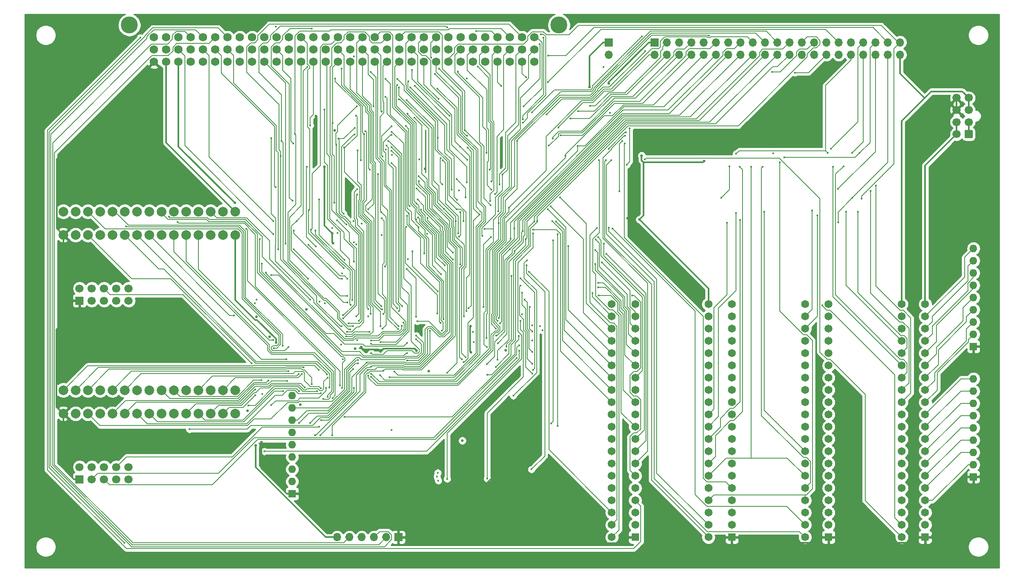
<source format=gbr>
G04 #@! TF.GenerationSoftware,KiCad,Pcbnew,(5.1.4)-1*
G04 #@! TF.CreationDate,2020-02-21T22:19:43+01:00*
G04 #@! TF.ProjectId,Project_GCM,50726f6a-6563-4745-9f47-434d2e6b6963,V4*
G04 #@! TF.SameCoordinates,PX40d9900PY1e84800*
G04 #@! TF.FileFunction,Copper,L3,Inr*
G04 #@! TF.FilePolarity,Positive*
%FSLAX46Y46*%
G04 Gerber Fmt 4.6, Leading zero omitted, Abs format (unit mm)*
G04 Created by KiCad (PCBNEW (5.1.4)-1) date 2020-02-21 22:19:43*
%MOMM*%
%LPD*%
G04 APERTURE LIST*
%ADD10C,2.000000*%
%ADD11C,1.750000*%
%ADD12C,3.500000*%
%ADD13C,0.100000*%
%ADD14C,1.700000*%
%ADD15R,1.650000X1.650000*%
%ADD16C,1.650000*%
%ADD17R,1.700000X1.700000*%
%ADD18O,1.700000X1.700000*%
%ADD19R,1.600000X1.600000*%
%ADD20O,1.600000X1.600000*%
%ADD21C,0.550000*%
%ADD22C,0.450000*%
%ADD23C,0.300000*%
%ADD24C,0.180000*%
%ADD25C,0.254000*%
G04 APERTURE END LIST*
D10*
X44190000Y-83400000D03*
X44190000Y-78540000D03*
X41650000Y-83400000D03*
X41650000Y-78540000D03*
X39110000Y-83400000D03*
X39110000Y-78540000D03*
X36570000Y-83400000D03*
X36570000Y-78540000D03*
X34030000Y-83400000D03*
X34030000Y-78540000D03*
X31490000Y-83400000D03*
X31490000Y-78540000D03*
X28950000Y-83400000D03*
X28950000Y-78540000D03*
X26410000Y-83400000D03*
X26410000Y-78540000D03*
X23870000Y-83400000D03*
X23870000Y-78540000D03*
X21330000Y-83400000D03*
X21330000Y-78540000D03*
X18790000Y-83400000D03*
X18790000Y-78540000D03*
X16250000Y-83400000D03*
X16250000Y-78540000D03*
X13710000Y-83400000D03*
X13710000Y-78540000D03*
X11170000Y-83400000D03*
X11170000Y-78540000D03*
X8640000Y-83400000D03*
X8630000Y-78540000D03*
X44190000Y-46400000D03*
X44190000Y-41540000D03*
X41650000Y-46400000D03*
X41650000Y-41540000D03*
X39110000Y-46400000D03*
X39110000Y-41540000D03*
X36570000Y-46400000D03*
X36570000Y-41540000D03*
X34030000Y-46400000D03*
X34030000Y-41540000D03*
X31490000Y-46400000D03*
X31490000Y-41540000D03*
X28950000Y-46400000D03*
X28950000Y-41540000D03*
X26410000Y-46400000D03*
X26410000Y-41540000D03*
X23870000Y-46400000D03*
X23870000Y-41540000D03*
X21330000Y-46400000D03*
X21330000Y-41540000D03*
X18790000Y-46400000D03*
X18790000Y-41540000D03*
X16250000Y-46400000D03*
X16250000Y-41540000D03*
X13710000Y-46400000D03*
X13710000Y-41540000D03*
X11170000Y-46400000D03*
X11170000Y-41540000D03*
X8640000Y-46400000D03*
X8630000Y-41540000D03*
D11*
X106140000Y-5460000D03*
X103600000Y-5460000D03*
X101060000Y-5460000D03*
X98520000Y-5460000D03*
X95980000Y-5460000D03*
X93440000Y-5460000D03*
X90900000Y-5460000D03*
X88360000Y-5460000D03*
X85820000Y-5460000D03*
X83280000Y-5460000D03*
X80740000Y-5460000D03*
X78200000Y-5460000D03*
X75660000Y-5460000D03*
X73120000Y-5460000D03*
X70580000Y-5460000D03*
X68040000Y-5460000D03*
X65500000Y-5460000D03*
X62960000Y-5460000D03*
X60420000Y-5460000D03*
X57880000Y-5460000D03*
X55340000Y-5460000D03*
X52800000Y-5460000D03*
X50260000Y-5460000D03*
X47720000Y-5460000D03*
X45180000Y-5460000D03*
X42640000Y-5460000D03*
X40100000Y-5460000D03*
X37560000Y-5460000D03*
X35020000Y-5460000D03*
X32480000Y-5460000D03*
X29940000Y-5460000D03*
X27400000Y-5460000D03*
X106140000Y-8000000D03*
X103600000Y-8000000D03*
X101060000Y-8000000D03*
X98520000Y-8000000D03*
X95980000Y-8000000D03*
X93440000Y-8000000D03*
X90900000Y-8000000D03*
X88360000Y-8000000D03*
X85820000Y-8000000D03*
X83280000Y-8000000D03*
X80740000Y-8000000D03*
X78200000Y-8000000D03*
X75660000Y-8000000D03*
X73120000Y-8000000D03*
X70580000Y-8000000D03*
X68040000Y-8000000D03*
X65500000Y-8000000D03*
X62960000Y-8000000D03*
X60420000Y-8000000D03*
X57880000Y-8000000D03*
X55340000Y-8000000D03*
X52800000Y-8000000D03*
X50260000Y-8000000D03*
X47720000Y-8000000D03*
X45180000Y-8000000D03*
X42640000Y-8000000D03*
X40100000Y-8000000D03*
X37560000Y-8000000D03*
X35020000Y-8000000D03*
X32480000Y-8000000D03*
X29940000Y-8000000D03*
X27400000Y-8000000D03*
X106140000Y-10540000D03*
X103600000Y-10540000D03*
X101060000Y-10540000D03*
X98520000Y-10540000D03*
X95980000Y-10540000D03*
X93440000Y-10540000D03*
X90900000Y-10540000D03*
X88360000Y-10540000D03*
X85820000Y-10540000D03*
X83280000Y-10540000D03*
X80740000Y-10540000D03*
X78200000Y-10540000D03*
X75660000Y-10540000D03*
X73120000Y-10540000D03*
X70580000Y-10540000D03*
X68040000Y-10540000D03*
X65500000Y-10540000D03*
X62960000Y-10540000D03*
X60420000Y-10540000D03*
X57880000Y-10540000D03*
X55340000Y-10540000D03*
X52800000Y-10540000D03*
X50260000Y-10540000D03*
X47720000Y-10540000D03*
X45180000Y-10540000D03*
X42640000Y-10540000D03*
X40100000Y-10540000D03*
X37560000Y-10540000D03*
X35020000Y-10540000D03*
X32480000Y-10540000D03*
X29940000Y-10540000D03*
X27400000Y-10540000D03*
D12*
X111220000Y-2920000D03*
X22320000Y-2920000D03*
D13*
G36*
X196624504Y-24651204D02*
G01*
X196648773Y-24654804D01*
X196672571Y-24660765D01*
X196695671Y-24669030D01*
X196717849Y-24679520D01*
X196738893Y-24692133D01*
X196758598Y-24706747D01*
X196776777Y-24723223D01*
X196793253Y-24741402D01*
X196807867Y-24761107D01*
X196820480Y-24782151D01*
X196830970Y-24804329D01*
X196839235Y-24827429D01*
X196845196Y-24851227D01*
X196848796Y-24875496D01*
X196850000Y-24900000D01*
X196850000Y-26100000D01*
X196848796Y-26124504D01*
X196845196Y-26148773D01*
X196839235Y-26172571D01*
X196830970Y-26195671D01*
X196820480Y-26217849D01*
X196807867Y-26238893D01*
X196793253Y-26258598D01*
X196776777Y-26276777D01*
X196758598Y-26293253D01*
X196738893Y-26307867D01*
X196717849Y-26320480D01*
X196695671Y-26330970D01*
X196672571Y-26339235D01*
X196648773Y-26345196D01*
X196624504Y-26348796D01*
X196600000Y-26350000D01*
X195400000Y-26350000D01*
X195375496Y-26348796D01*
X195351227Y-26345196D01*
X195327429Y-26339235D01*
X195304329Y-26330970D01*
X195282151Y-26320480D01*
X195261107Y-26307867D01*
X195241402Y-26293253D01*
X195223223Y-26276777D01*
X195206747Y-26258598D01*
X195192133Y-26238893D01*
X195179520Y-26217849D01*
X195169030Y-26195671D01*
X195160765Y-26172571D01*
X195154804Y-26148773D01*
X195151204Y-26124504D01*
X195150000Y-26100000D01*
X195150000Y-24900000D01*
X195151204Y-24875496D01*
X195154804Y-24851227D01*
X195160765Y-24827429D01*
X195169030Y-24804329D01*
X195179520Y-24782151D01*
X195192133Y-24761107D01*
X195206747Y-24741402D01*
X195223223Y-24723223D01*
X195241402Y-24706747D01*
X195261107Y-24692133D01*
X195282151Y-24679520D01*
X195304329Y-24669030D01*
X195327429Y-24660765D01*
X195351227Y-24654804D01*
X195375496Y-24651204D01*
X195400000Y-24650000D01*
X196600000Y-24650000D01*
X196624504Y-24651204D01*
X196624504Y-24651204D01*
G37*
D14*
X196000000Y-25500000D03*
X196000000Y-23000000D03*
X196000000Y-20500000D03*
X196000000Y-18000000D03*
X193500000Y-25500000D03*
X193500000Y-23000000D03*
X193500000Y-20500000D03*
X193500000Y-18000000D03*
D15*
X187000000Y-109000000D03*
D16*
X182149000Y-109000000D03*
X187000000Y-106460000D03*
X182149000Y-106460000D03*
X187000000Y-103920000D03*
X182149000Y-103920000D03*
X187000000Y-101380000D03*
X182149000Y-101380000D03*
X187000000Y-98840000D03*
X182149000Y-98840000D03*
X187000000Y-96300000D03*
X182149000Y-96300000D03*
X187000000Y-93760000D03*
X182149000Y-93760000D03*
X187000000Y-91220000D03*
X182149000Y-91220000D03*
X187000000Y-88680000D03*
X182149000Y-88680000D03*
X187000000Y-86140000D03*
X182149000Y-86140000D03*
X187000000Y-83600000D03*
X182149000Y-83600000D03*
X187000000Y-81060000D03*
X182149000Y-81060000D03*
X187000000Y-78520000D03*
X182149000Y-78520000D03*
X187000000Y-75980000D03*
X182149000Y-75980000D03*
X187000000Y-73440000D03*
X182149000Y-73440000D03*
X187000000Y-70900000D03*
X182149000Y-70900000D03*
X187000000Y-68360000D03*
X182149000Y-68360000D03*
X187000000Y-65820000D03*
X182149000Y-65820000D03*
X187000000Y-63280000D03*
X182149000Y-63280000D03*
X187000000Y-60740000D03*
X182149000Y-60740000D03*
D15*
X147000000Y-109000000D03*
D16*
X142149000Y-109000000D03*
X147000000Y-106460000D03*
X142149000Y-106460000D03*
X147000000Y-103920000D03*
X142149000Y-103920000D03*
X147000000Y-101380000D03*
X142149000Y-101380000D03*
X147000000Y-98840000D03*
X142149000Y-98840000D03*
X147000000Y-96300000D03*
X142149000Y-96300000D03*
X147000000Y-93760000D03*
X142149000Y-93760000D03*
X147000000Y-91220000D03*
X142149000Y-91220000D03*
X147000000Y-88680000D03*
X142149000Y-88680000D03*
X147000000Y-86140000D03*
X142149000Y-86140000D03*
X147000000Y-83600000D03*
X142149000Y-83600000D03*
X147000000Y-81060000D03*
X142149000Y-81060000D03*
X147000000Y-78520000D03*
X142149000Y-78520000D03*
X147000000Y-75980000D03*
X142149000Y-75980000D03*
X147000000Y-73440000D03*
X142149000Y-73440000D03*
X147000000Y-70900000D03*
X142149000Y-70900000D03*
X147000000Y-68360000D03*
X142149000Y-68360000D03*
X147000000Y-65820000D03*
X142149000Y-65820000D03*
X147000000Y-63280000D03*
X142149000Y-63280000D03*
X147000000Y-60740000D03*
X142149000Y-60740000D03*
X162149000Y-60740000D03*
X167000000Y-60740000D03*
X162149000Y-63280000D03*
X167000000Y-63280000D03*
X162149000Y-65820000D03*
X167000000Y-65820000D03*
X162149000Y-68360000D03*
X167000000Y-68360000D03*
X162149000Y-70900000D03*
X167000000Y-70900000D03*
X162149000Y-73440000D03*
X167000000Y-73440000D03*
X162149000Y-75980000D03*
X167000000Y-75980000D03*
X162149000Y-78520000D03*
X167000000Y-78520000D03*
X162149000Y-81060000D03*
X167000000Y-81060000D03*
X162149000Y-83600000D03*
X167000000Y-83600000D03*
X162149000Y-86140000D03*
X167000000Y-86140000D03*
X162149000Y-88680000D03*
X167000000Y-88680000D03*
X162149000Y-91220000D03*
X167000000Y-91220000D03*
X162149000Y-93760000D03*
X167000000Y-93760000D03*
X162149000Y-96300000D03*
X167000000Y-96300000D03*
X162149000Y-98840000D03*
X167000000Y-98840000D03*
X162149000Y-101380000D03*
X167000000Y-101380000D03*
X162149000Y-103920000D03*
X167000000Y-103920000D03*
X162149000Y-106460000D03*
X167000000Y-106460000D03*
X162149000Y-109000000D03*
D15*
X167000000Y-109000000D03*
D16*
X122149000Y-60740000D03*
X127000000Y-60740000D03*
X122149000Y-63280000D03*
X127000000Y-63280000D03*
X122149000Y-65820000D03*
X127000000Y-65820000D03*
X122149000Y-68360000D03*
X127000000Y-68360000D03*
X122149000Y-70900000D03*
X127000000Y-70900000D03*
X122149000Y-73440000D03*
X127000000Y-73440000D03*
X122149000Y-75980000D03*
X127000000Y-75980000D03*
X122149000Y-78520000D03*
X127000000Y-78520000D03*
X122149000Y-81060000D03*
X127000000Y-81060000D03*
X122149000Y-83600000D03*
X127000000Y-83600000D03*
X122149000Y-86140000D03*
X127000000Y-86140000D03*
X122149000Y-88680000D03*
X127000000Y-88680000D03*
X122149000Y-91220000D03*
X127000000Y-91220000D03*
X122149000Y-93760000D03*
X127000000Y-93760000D03*
X122149000Y-96300000D03*
X127000000Y-96300000D03*
X122149000Y-98840000D03*
X127000000Y-98840000D03*
X122149000Y-101380000D03*
X127000000Y-101380000D03*
X122149000Y-103920000D03*
X127000000Y-103920000D03*
X122149000Y-106460000D03*
X127000000Y-106460000D03*
X122149000Y-109000000D03*
D15*
X127000000Y-109000000D03*
D17*
X78000000Y-109000000D03*
D18*
X75460000Y-109000000D03*
X72920000Y-109000000D03*
X70380000Y-109000000D03*
X67840000Y-109000000D03*
X65300000Y-109000000D03*
D17*
X121500000Y-6500000D03*
D18*
X121500000Y-9040000D03*
D14*
X22160000Y-57460000D03*
X22160000Y-60000000D03*
X19620000Y-57460000D03*
X19620000Y-60000000D03*
X17080000Y-57460000D03*
X17080000Y-60000000D03*
X14540000Y-57460000D03*
X14540000Y-60000000D03*
X12000000Y-57460000D03*
D17*
X12000000Y-60000000D03*
X131000000Y-6500000D03*
D18*
X131000000Y-9040000D03*
X133540000Y-6500000D03*
X133540000Y-9040000D03*
X136080000Y-6500000D03*
X136080000Y-9040000D03*
X138620000Y-6500000D03*
X138620000Y-9040000D03*
X141160000Y-6500000D03*
X141160000Y-9040000D03*
X143700000Y-6500000D03*
X143700000Y-9040000D03*
X146240000Y-6500000D03*
X146240000Y-9040000D03*
X148780000Y-6500000D03*
X148780000Y-9040000D03*
X151320000Y-6500000D03*
X151320000Y-9040000D03*
X153860000Y-6500000D03*
X153860000Y-9040000D03*
X156400000Y-6500000D03*
X156400000Y-9040000D03*
X158940000Y-6500000D03*
X158940000Y-9040000D03*
X161480000Y-6500000D03*
X161480000Y-9040000D03*
X164020000Y-6500000D03*
X164020000Y-9040000D03*
X166560000Y-6500000D03*
X166560000Y-9040000D03*
X169100000Y-6500000D03*
X169100000Y-9040000D03*
X171640000Y-6500000D03*
X171640000Y-9040000D03*
X174180000Y-6500000D03*
X174180000Y-9040000D03*
X176720000Y-6500000D03*
X176720000Y-9040000D03*
X179260000Y-6500000D03*
X179260000Y-9040000D03*
X181800000Y-6500000D03*
X181800000Y-9040000D03*
D17*
X12000000Y-97000000D03*
D14*
X12000000Y-94460000D03*
X14540000Y-97000000D03*
X14540000Y-94460000D03*
X17080000Y-97000000D03*
X17080000Y-94460000D03*
X19620000Y-97000000D03*
X19620000Y-94460000D03*
X22160000Y-97000000D03*
X22160000Y-94460000D03*
D19*
X56000000Y-100000000D03*
D20*
X56000000Y-97460000D03*
X56000000Y-94920000D03*
X56000000Y-92380000D03*
X56000000Y-89840000D03*
X56000000Y-87300000D03*
X56000000Y-84760000D03*
X56000000Y-82220000D03*
X56000000Y-79680000D03*
D19*
X197000000Y-69500000D03*
D20*
X197000000Y-66960000D03*
X197000000Y-64420000D03*
X197000000Y-61880000D03*
X197000000Y-59340000D03*
X197000000Y-56800000D03*
X197000000Y-54260000D03*
X197000000Y-51720000D03*
X197000000Y-49180000D03*
X197000000Y-76180000D03*
X197000000Y-78720000D03*
X197000000Y-81260000D03*
X197000000Y-83800000D03*
X197000000Y-86340000D03*
X197000000Y-88880000D03*
X197000000Y-91420000D03*
X197000000Y-93960000D03*
D19*
X197000000Y-96500000D03*
D21*
X125448600Y-42924900D03*
X121533600Y-15031000D03*
X99272800Y-30713200D03*
X81754200Y-70328800D03*
X74252300Y-70545300D03*
X70261100Y-69632900D03*
X67803700Y-39015500D03*
X82024400Y-66332600D03*
X60912000Y-21794600D03*
X83531500Y-32728000D03*
X101501500Y-92364000D03*
X51342100Y-67483900D03*
X49646400Y-89329500D03*
X117548100Y-15776600D03*
X64438000Y-48059000D03*
X62710100Y-32272300D03*
X58985800Y-61791600D03*
X64279900Y-46035200D03*
X127889700Y-43201300D03*
X91217300Y-89000000D03*
X48594100Y-63366100D03*
X64828600Y-24763600D03*
X141270400Y-31052900D03*
X48415900Y-90031000D03*
X128331000Y-29954500D03*
X92934500Y-65269700D03*
X92971200Y-70736500D03*
X57650200Y-81508500D03*
X84286200Y-74564200D03*
X46763600Y-82791900D03*
X69010300Y-69963200D03*
X44095900Y-39713800D03*
X100176200Y-70248800D03*
X52686200Y-68647700D03*
D22*
X68781200Y-51945500D03*
X103241000Y-64203200D03*
X96374900Y-96897300D03*
X101758300Y-79719400D03*
X59061400Y-32225600D03*
X60860000Y-48740700D03*
X104567900Y-51647600D03*
X54605400Y-48182500D03*
X105033100Y-53990500D03*
X24608000Y-5497200D03*
X156935200Y-31367900D03*
X124833900Y-27475400D03*
X72816700Y-19721700D03*
X153341300Y-32304500D03*
X52118100Y-46233000D03*
X126384500Y-58936300D03*
X74495200Y-20860000D03*
X150954800Y-32304500D03*
X124897700Y-25828100D03*
X92114400Y-13959100D03*
X148615200Y-32282800D03*
X52109000Y-43513700D03*
X120972400Y-50306000D03*
X80789900Y-12228300D03*
X88547000Y-21714500D03*
X153668200Y-41603800D03*
X52577500Y-36523900D03*
X120464500Y-48163500D03*
X92219400Y-30841900D03*
X148728700Y-43271500D03*
X119420500Y-58941300D03*
X53086400Y-49348000D03*
X90241600Y-12554800D03*
X96164600Y-29406100D03*
X147826400Y-41832400D03*
X78065100Y-18292500D03*
X90756700Y-52477300D03*
X107281700Y-65292400D03*
X94429500Y-11562700D03*
X96884100Y-32853100D03*
X146031300Y-43845300D03*
X119311800Y-57283800D03*
X83347200Y-50219700D03*
X75281200Y-17768700D03*
X80133900Y-41912500D03*
X107785200Y-66145000D03*
X87535600Y-52695500D03*
X77709600Y-15319200D03*
X81766400Y-39905000D03*
X56279700Y-27458000D03*
X119304000Y-46866500D03*
X90564000Y-37165300D03*
X64848000Y-13985700D03*
X70171600Y-30933800D03*
X119311400Y-56344900D03*
X89256700Y-50021300D03*
X82201500Y-35224700D03*
X118734500Y-52411000D03*
X91453700Y-43524000D03*
X77714800Y-14025400D03*
X89993500Y-41067300D03*
X80481300Y-15883600D03*
X90123500Y-39163000D03*
X118746500Y-49576400D03*
X80060700Y-14598500D03*
X118844600Y-47350100D03*
X88982100Y-37028200D03*
X120098200Y-52093900D03*
X91897300Y-38596800D03*
X89997900Y-34825000D03*
X72049900Y-32868400D03*
X59745500Y-23700300D03*
X125234800Y-31846600D03*
X125834000Y-24270200D03*
X123736200Y-37344900D03*
X124305600Y-26969200D03*
X121767800Y-21049400D03*
X121484600Y-28521200D03*
X125094100Y-25172500D03*
X76532900Y-86820100D03*
X88069400Y-74947200D03*
X81283800Y-22084900D03*
X109619400Y-85398200D03*
X110021900Y-47485800D03*
X105529900Y-94961100D03*
X104526400Y-52659500D03*
X89277400Y-51461200D03*
X79890500Y-21282100D03*
X95625300Y-61342300D03*
X97112000Y-46832600D03*
X110924800Y-85922400D03*
X110924800Y-46242800D03*
X76566700Y-23849000D03*
X74661200Y-30120200D03*
X86715500Y-30459000D03*
X87095200Y-35917500D03*
X74550300Y-46408800D03*
X70407700Y-44008700D03*
X90778300Y-41669100D03*
X90566800Y-46710000D03*
X65350200Y-46020300D03*
X86131800Y-95651600D03*
X85984500Y-96448300D03*
X86243500Y-97269900D03*
X88090500Y-96917300D03*
X105829900Y-46079600D03*
X90365400Y-46079600D03*
X76608000Y-29781700D03*
X87161200Y-30904800D03*
X105895200Y-45280500D03*
X107215600Y-6840700D03*
X98683000Y-41507400D03*
X176786700Y-36130500D03*
X97052500Y-40185800D03*
X109870000Y-43566500D03*
X175680300Y-37258800D03*
X97232300Y-36977200D03*
X110586800Y-43582700D03*
X170109300Y-32154800D03*
X108920100Y-41104500D03*
X97261700Y-35353600D03*
X167911500Y-32281000D03*
X113157800Y-48704800D03*
X96956600Y-39375600D03*
X173122100Y-41601600D03*
X170635000Y-41599700D03*
X109514600Y-40509900D03*
X97955700Y-37954400D03*
X111436300Y-38588200D03*
X98890400Y-35917900D03*
X164681000Y-42306100D03*
X118100100Y-58438100D03*
X95369900Y-46606400D03*
X99517600Y-33909200D03*
X163606500Y-41326300D03*
X147874700Y-29577000D03*
X166825000Y-29402500D03*
X104394300Y-13724600D03*
X167489900Y-28510000D03*
X171905000Y-29410400D03*
X173413100Y-29418800D03*
X157803000Y-30302500D03*
X99283800Y-15481500D03*
X168975700Y-36875300D03*
X108956000Y-9270000D03*
X168982900Y-43767300D03*
X171905000Y-38704700D03*
X173843700Y-38905100D03*
X74837400Y-62750000D03*
X73787100Y-33758000D03*
X68917500Y-25605800D03*
X66620600Y-41975700D03*
X128957000Y-30762500D03*
X165699800Y-60975500D03*
X120962100Y-30889800D03*
X121559000Y-44912100D03*
X122246100Y-45030000D03*
X122055000Y-30908200D03*
X119048700Y-44978700D03*
X119515000Y-30892500D03*
X69237200Y-21687100D03*
X103934000Y-19760900D03*
X71772400Y-61690100D03*
X66768600Y-28324800D03*
X66266900Y-65275200D03*
X53587800Y-30064000D03*
X68562000Y-65249300D03*
X56545200Y-25477700D03*
X51658700Y-26350800D03*
X71971000Y-66499500D03*
X94046900Y-4172300D03*
X52563500Y-3258600D03*
X107490500Y-4805000D03*
X103750800Y-23138700D03*
X75507100Y-27896000D03*
X77785900Y-61520300D03*
X107935100Y-5473100D03*
X103748600Y-22483000D03*
X75856900Y-26944100D03*
X72337300Y-68892400D03*
X68013900Y-65927200D03*
X69427000Y-68196000D03*
X88103500Y-3415000D03*
X53773500Y-26914600D03*
X68767000Y-9416800D03*
X66271400Y-11931700D03*
X70864200Y-25480600D03*
X67134400Y-67434700D03*
X66118300Y-69056900D03*
X84739100Y-9627100D03*
X86342200Y-11930300D03*
X92244500Y-25829600D03*
X82342100Y-30771400D03*
X76554300Y-31500000D03*
X78056500Y-62178800D03*
X92019800Y-62133200D03*
X90751100Y-28113000D03*
X91524400Y-63229900D03*
X86140100Y-26250600D03*
X74159200Y-75462700D03*
X91728300Y-24711900D03*
X67251600Y-44232100D03*
X86075500Y-62673700D03*
X79570900Y-44735900D03*
X87346600Y-63849800D03*
X81639000Y-43224900D03*
X71729400Y-41108800D03*
X79745900Y-42416000D03*
X86685900Y-64590200D03*
X75215200Y-52901000D03*
X93385300Y-66497800D03*
X72259100Y-12634200D03*
X74415000Y-41644600D03*
X68099900Y-60908500D03*
X59843100Y-45330900D03*
X67413000Y-60413200D03*
X56887300Y-43500000D03*
X59086800Y-11637500D03*
X60052400Y-3632500D03*
X56069400Y-39314900D03*
X60832600Y-45502500D03*
X68417200Y-59910200D03*
X66628000Y-53291700D03*
X93553400Y-68548200D03*
X59448400Y-41275300D03*
X75251500Y-14025400D03*
X86980600Y-66241200D03*
X82183900Y-44780300D03*
X91860600Y-71718400D03*
X79719500Y-18436400D03*
X89825000Y-43546400D03*
X86081200Y-16064000D03*
X94783900Y-42166000D03*
X91494900Y-72713800D03*
X78083600Y-15857900D03*
X91137800Y-72179500D03*
X87367800Y-40983900D03*
X120393000Y-11572400D03*
X21270300Y-110151900D03*
X155587500Y-29503800D03*
X144785000Y-38677500D03*
X146494000Y-32221100D03*
X76127100Y-75897600D03*
X86268400Y-18213900D03*
X62678500Y-20445600D03*
X66475400Y-63022000D03*
X155266800Y-12657600D03*
X85554700Y-13038500D03*
X77148700Y-74693400D03*
X81885500Y-64250000D03*
X78026200Y-65269800D03*
X160038900Y-12786600D03*
X108937200Y-14755500D03*
X77899100Y-65900200D03*
X74487400Y-61160000D03*
X74599700Y-61790400D03*
X64398300Y-23165900D03*
X64675500Y-39690000D03*
X59278800Y-55467000D03*
X81353700Y-15542500D03*
X92110600Y-35523000D03*
X79709100Y-53424900D03*
X81668800Y-63360600D03*
X51642900Y-54697100D03*
X78998300Y-64549600D03*
X30485400Y-42636700D03*
X78656600Y-65187000D03*
X63150700Y-75319700D03*
X55229000Y-69623300D03*
X50608900Y-54190400D03*
X79811600Y-68732900D03*
X49265500Y-47258300D03*
X81656200Y-67993600D03*
X79821100Y-70868100D03*
X49740700Y-52368600D03*
X54032000Y-69359600D03*
X63671500Y-78021700D03*
X64331300Y-80179500D03*
X46502300Y-45104400D03*
X54836500Y-72156000D03*
X79974500Y-51409700D03*
X103586200Y-62841800D03*
X44000800Y-63047000D03*
X80871800Y-49762400D03*
X86099300Y-58054600D03*
X48662300Y-59773000D03*
X66282100Y-78103600D03*
X63340600Y-79933600D03*
X32278500Y-43720300D03*
X65922500Y-77565000D03*
X62404000Y-80398100D03*
X52181700Y-69864200D03*
X21652700Y-44605700D03*
X52062200Y-68156000D03*
X59395100Y-48406300D03*
X67438100Y-55445800D03*
X66280500Y-54344900D03*
X59681800Y-59817600D03*
X67414300Y-59002400D03*
X56337100Y-49398500D03*
X66356000Y-55489600D03*
X56334500Y-45472800D03*
X103190800Y-56899700D03*
X105664000Y-75139600D03*
X103201200Y-55397500D03*
X105883500Y-74333100D03*
X103551100Y-58359400D03*
X105672300Y-73050800D03*
X47630600Y-73001800D03*
X104056300Y-59743400D03*
X105660400Y-70609900D03*
X101335300Y-54875900D03*
X100394400Y-69508200D03*
X105183600Y-61314400D03*
X105664300Y-66347300D03*
X48284900Y-60537500D03*
X61492600Y-74325900D03*
X61997500Y-84748600D03*
X84514700Y-66244500D03*
X58356600Y-73870000D03*
X81681800Y-67250000D03*
X60085400Y-77292600D03*
X46951600Y-81703000D03*
X61111000Y-78739600D03*
X51676900Y-81645800D03*
X63041100Y-78030000D03*
X54997700Y-76603000D03*
X55210300Y-74590600D03*
X58641700Y-78013200D03*
X61926800Y-78154400D03*
X61884100Y-79145000D03*
X54110900Y-78732600D03*
X105664700Y-65152800D03*
X66853100Y-84079600D03*
X102928500Y-67294700D03*
X51089300Y-76546500D03*
X34749000Y-86659000D03*
X68804400Y-78103600D03*
X49676600Y-76492300D03*
X48409500Y-78402500D03*
X49833700Y-79377900D03*
X57461700Y-78743900D03*
X57302300Y-75221100D03*
X63319500Y-75950100D03*
X61621200Y-60247100D03*
X48338100Y-79565600D03*
X62731000Y-60542400D03*
X58032700Y-75221000D03*
X111087600Y-24153600D03*
X75369500Y-28721500D03*
X72240900Y-62714500D03*
X69548100Y-28905000D03*
X65170900Y-27658000D03*
X69265400Y-63240600D03*
X69360700Y-19770200D03*
X117655300Y-19693200D03*
X115175200Y-20762500D03*
X68914200Y-24226900D03*
X69807900Y-64171600D03*
X65577400Y-26456400D03*
X128388800Y-5259900D03*
X105624700Y-20990300D03*
X71157700Y-24869300D03*
X74249400Y-65324300D03*
X109882000Y-26444900D03*
X76581700Y-28945200D03*
X78776600Y-61160000D03*
X113565800Y-22307200D03*
X76600500Y-25691000D03*
X72333600Y-68232700D03*
X111562400Y-25732000D03*
X76537800Y-28200600D03*
X74299300Y-68562500D03*
X129029700Y-8270500D03*
X108617200Y-21434800D03*
X76592100Y-25060600D03*
X72339100Y-70890600D03*
X112584300Y-29981800D03*
X72340500Y-75792500D03*
X109032200Y-27890400D03*
X92268900Y-28311300D03*
X92518500Y-61592800D03*
X71730600Y-75511100D03*
X115090100Y-27947600D03*
X102568500Y-26925200D03*
X72342300Y-75156400D03*
X142268300Y-5057400D03*
X98755300Y-63589600D03*
X83970100Y-46173900D03*
X101931100Y-45087900D03*
X98526500Y-64220000D03*
X101158800Y-47161000D03*
X82041300Y-42729500D03*
X86838500Y-54541900D03*
X98995900Y-64703300D03*
X98175300Y-65793300D03*
X100881000Y-40722700D03*
X69263100Y-48328400D03*
X101046700Y-49369400D03*
X98199300Y-67250000D03*
X96230600Y-67718800D03*
X64315800Y-44930800D03*
X98706700Y-43962500D03*
X68743300Y-47956600D03*
X102041600Y-49695000D03*
X98534900Y-68835000D03*
X68655200Y-43546400D03*
X95782400Y-45125400D03*
X96320500Y-69645700D03*
X98527300Y-72250000D03*
X104311500Y-47229700D03*
X96295400Y-73172500D03*
X103708700Y-45547400D03*
X98160800Y-73729200D03*
X106110400Y-43635500D03*
X96334500Y-75357500D03*
X106740800Y-43530900D03*
X105655700Y-68250000D03*
X102963700Y-69250000D03*
X50246000Y-91224300D03*
X102992500Y-70342100D03*
X102493500Y-71857900D03*
X61579600Y-86100000D03*
X82178000Y-34226900D03*
X64304400Y-87901800D03*
X74836600Y-74557600D03*
X81747200Y-36735800D03*
X61798100Y-87872700D03*
X71669700Y-74353500D03*
X81965400Y-39073000D03*
X60758200Y-87902800D03*
X72310400Y-73708900D03*
X83978300Y-42852600D03*
X59721800Y-85327800D03*
X71383900Y-72795500D03*
X69470900Y-36881500D03*
X67659500Y-64723500D03*
X57454500Y-85344100D03*
X68615600Y-74177200D03*
X69455600Y-38056100D03*
X67366600Y-66444000D03*
X69585800Y-73019900D03*
X82696900Y-41194000D03*
X79752800Y-72426500D03*
X69649500Y-72276100D03*
X74498900Y-42953900D03*
X74710100Y-65819600D03*
X66445000Y-72164200D03*
X65337100Y-43346300D03*
X66570000Y-63652300D03*
X79507200Y-23787700D03*
X80291500Y-40426600D03*
X66831800Y-51611600D03*
X61589200Y-39055000D03*
X71735400Y-63250300D03*
D23*
X131000000Y-6500000D02*
X129799700Y-6500000D01*
X129799700Y-6500000D02*
X121533600Y-14766100D01*
X121533600Y-14766100D02*
X121533600Y-15031000D01*
X74252300Y-70545300D02*
X74865100Y-69932500D01*
X74865100Y-69932500D02*
X81357900Y-69932500D01*
X81357900Y-69932500D02*
X81754200Y-70328800D01*
X70261100Y-69632900D02*
X70766900Y-70138700D01*
X70766900Y-70138700D02*
X73845700Y-70138700D01*
X73845700Y-70138700D02*
X74252300Y-70545300D01*
X101501500Y-92590800D02*
X101501500Y-92364000D01*
X78000000Y-109000000D02*
X85092300Y-109000000D01*
X85092300Y-109000000D02*
X101501500Y-92590800D01*
X101501500Y-92590800D02*
X119118100Y-110207400D01*
X119118100Y-110207400D02*
X124617300Y-110207400D01*
X124617300Y-110207400D02*
X125824700Y-109000000D01*
X49646400Y-94746400D02*
X49646400Y-89329500D01*
X127000000Y-109000000D02*
X125824700Y-109000000D01*
X167000000Y-109000000D02*
X165824700Y-109000000D01*
X147000000Y-109000000D02*
X148175300Y-109000000D01*
X148175300Y-109000000D02*
X149350600Y-110175300D01*
X149350600Y-110175300D02*
X164649400Y-110175300D01*
X164649400Y-110175300D02*
X165824700Y-109000000D01*
X7255100Y-65945200D02*
X7255100Y-82015100D01*
X7255100Y-82015100D02*
X8640000Y-83400000D01*
X27400000Y-10540000D02*
X7274500Y-30665500D01*
X7274500Y-30665500D02*
X7274500Y-45034500D01*
X7274500Y-45034500D02*
X8640000Y-46400000D01*
X193500000Y-18000000D02*
X193500000Y-20500000D01*
X187000000Y-109000000D02*
X185824700Y-109000000D01*
X167000000Y-109000000D02*
X168175300Y-109000000D01*
X168175300Y-109000000D02*
X169350600Y-110175300D01*
X169350600Y-110175300D02*
X184649400Y-110175300D01*
X184649400Y-110175300D02*
X185824700Y-109000000D01*
X197000000Y-96500000D02*
X197000000Y-98192000D01*
X197000000Y-70650300D02*
X197000000Y-69500000D01*
X198750000Y-72400300D02*
X197000000Y-70650300D01*
X198750000Y-95850000D02*
X198750000Y-72400300D01*
X197000000Y-96500000D02*
X198100000Y-96500000D01*
X198100000Y-96500000D02*
X198750000Y-95850000D01*
X189296000Y-107829000D02*
X189296000Y-105896000D01*
X188125000Y-109000000D02*
X189296000Y-107829000D01*
X187000000Y-109000000D02*
X188125000Y-109000000D01*
X197000000Y-98192000D02*
X189296000Y-105896000D01*
X54900000Y-100000000D02*
X49646400Y-94746400D01*
X56000000Y-100000000D02*
X54900000Y-100000000D01*
X8640000Y-94790000D02*
X8640000Y-83400000D01*
X10850000Y-97000000D02*
X8640000Y-94790000D01*
X12000000Y-97000000D02*
X10850000Y-97000000D01*
X12000000Y-60000000D02*
X8680000Y-60000000D01*
X8640000Y-64560300D02*
X7255100Y-65945200D01*
X8680000Y-60000000D02*
X8640000Y-60040000D01*
X8640000Y-57790000D02*
X8640000Y-60040000D01*
X8640000Y-60040000D02*
X8640000Y-64560300D01*
X8640000Y-46400000D02*
X8640000Y-57790000D01*
X8640000Y-57790000D02*
X8640000Y-55814800D01*
X64279900Y-46035200D02*
X64279900Y-47900900D01*
X64279900Y-47900900D02*
X64438000Y-48059000D01*
X64279900Y-46035200D02*
X62710100Y-44465400D01*
X62710100Y-44465400D02*
X62710100Y-32272300D01*
X127889700Y-43201300D02*
X142149000Y-57460600D01*
X142149000Y-57460600D02*
X142149000Y-60740000D01*
X128719900Y-31346900D02*
X128719900Y-42371100D01*
X128719900Y-42371100D02*
X127889700Y-43201300D01*
X128331000Y-29954500D02*
X128331000Y-30958000D01*
X128331000Y-30958000D02*
X128719900Y-31346900D01*
X128719900Y-31346900D02*
X140976400Y-31346900D01*
X140976400Y-31346900D02*
X141270400Y-31052900D01*
X44190000Y-41540000D02*
X29940000Y-27290000D01*
X29940000Y-27290000D02*
X29940000Y-10540000D01*
X65300000Y-109000000D02*
X62890800Y-109000000D01*
X62890800Y-109000000D02*
X48415900Y-94525100D01*
X48415900Y-94525100D02*
X48415900Y-90031000D01*
X188227800Y-16668000D02*
X194668000Y-16668000D01*
X194668000Y-16668000D02*
X196000000Y-18000000D01*
X182149000Y-60740000D02*
X182149000Y-22746800D01*
X181800000Y-9040000D02*
X181800000Y-12950000D01*
X196000000Y-18000000D02*
X196000000Y-20500000D01*
X117548100Y-9301900D02*
X117548100Y-15776600D01*
X120350000Y-6500000D02*
X117548100Y-9301900D01*
X121500000Y-6500000D02*
X120350000Y-6500000D01*
X181800000Y-12950000D02*
X186872900Y-18022900D01*
X182149000Y-22746800D02*
X186872900Y-18022900D01*
X186872900Y-18022900D02*
X188227800Y-16668000D01*
X196000000Y-23000000D02*
X196000000Y-25500000D01*
X92934500Y-65269700D02*
X92810000Y-65394200D01*
X92810000Y-65394200D02*
X92810000Y-70575300D01*
X92810000Y-70575300D02*
X92971200Y-70736500D01*
X44190000Y-46400000D02*
X44190000Y-59846400D01*
X44190000Y-59846400D02*
X48335000Y-63991400D01*
X48335000Y-63991400D02*
X48734000Y-63991400D01*
X48734000Y-63991400D02*
X52686200Y-67943600D01*
X52686200Y-67943600D02*
X52686200Y-68647700D01*
X44095900Y-39713800D02*
X32480000Y-28097900D01*
X32480000Y-28097900D02*
X32480000Y-10540000D01*
X187000000Y-60740000D02*
X187000000Y-32000000D01*
X187000000Y-32000000D02*
X193500000Y-25500000D01*
X193500000Y-23000000D02*
X193500000Y-25500000D01*
D24*
X96374900Y-96897300D02*
X96374900Y-83297800D01*
X96374900Y-83297800D02*
X103848100Y-75824600D01*
X103848100Y-75824600D02*
X103848100Y-66568900D01*
X103848100Y-66568900D02*
X103241000Y-65961800D01*
X103241000Y-65961800D02*
X103241000Y-64203200D01*
X62960000Y-10540000D02*
X63182200Y-10762200D01*
X63182200Y-10762200D02*
X63182200Y-29588400D01*
X63182200Y-29588400D02*
X63819900Y-30226100D01*
X63819900Y-30226100D02*
X63819900Y-42990000D01*
X63819900Y-42990000D02*
X66761200Y-45931300D01*
X66761200Y-45931300D02*
X66761200Y-47188600D01*
X66761200Y-47188600D02*
X68781200Y-49208600D01*
X68781200Y-49208600D02*
X68781200Y-51945500D01*
X59061400Y-32225600D02*
X58953100Y-32333900D01*
X58953100Y-32333900D02*
X58953100Y-46833800D01*
X58953100Y-46833800D02*
X60860000Y-48740700D01*
X101758300Y-79719400D02*
X101784700Y-79719400D01*
X101784700Y-79719400D02*
X106597100Y-74907000D01*
X106597100Y-74907000D02*
X106597100Y-57956500D01*
X106597100Y-57956500D02*
X104031100Y-55390500D01*
X104031100Y-55390500D02*
X104031100Y-52184400D01*
X104031100Y-52184400D02*
X104567900Y-51647600D01*
X50260000Y-10540000D02*
X54605400Y-14885400D01*
X54605400Y-14885400D02*
X54605400Y-48182500D01*
X122149000Y-103920000D02*
X109121700Y-90892700D01*
X109121700Y-90892700D02*
X109121700Y-58079100D01*
X109121700Y-58079100D02*
X105033100Y-53990500D01*
X127000000Y-101380000D02*
X128149600Y-102529600D01*
X128149600Y-102529600D02*
X128149600Y-109929000D01*
X128149600Y-109929000D02*
X126717200Y-111361400D01*
X126717200Y-111361400D02*
X21659000Y-111361400D01*
X21659000Y-111361400D02*
X5347900Y-95050300D01*
X5347900Y-95050300D02*
X5347900Y-24757300D01*
X5347900Y-24757300D02*
X24608000Y-5497200D01*
X197000000Y-93960000D02*
X195929700Y-93960000D01*
X195929700Y-93960000D02*
X188509700Y-101380000D01*
X188509700Y-101380000D02*
X187000000Y-101380000D01*
X162149000Y-100235900D02*
X162414800Y-100235900D01*
X162414800Y-100235900D02*
X163644900Y-99005800D01*
X163644900Y-99005800D02*
X163644900Y-68231500D01*
X163644900Y-68231500D02*
X162503400Y-67090000D01*
X162503400Y-67090000D02*
X161840300Y-67090000D01*
X161840300Y-67090000D02*
X156935200Y-62184900D01*
X156935200Y-62184900D02*
X156935200Y-31367900D01*
X162149000Y-100235900D02*
X143293100Y-100235900D01*
X143293100Y-100235900D02*
X142149000Y-101380000D01*
X162149000Y-101380000D02*
X162149000Y-100235900D01*
X147000000Y-98840000D02*
X145730000Y-97570000D01*
X145730000Y-97570000D02*
X141857300Y-97570000D01*
X141857300Y-97570000D02*
X141053600Y-96766300D01*
X141053600Y-96766300D02*
X141053600Y-63267100D01*
X141053600Y-63267100D02*
X124735900Y-46949400D01*
X124735900Y-46949400D02*
X124735900Y-27573400D01*
X124735900Y-27573400D02*
X124833900Y-27475400D01*
X197000000Y-91420000D02*
X194420000Y-91420000D01*
X194420000Y-91420000D02*
X187000000Y-98840000D01*
X72816700Y-19721700D02*
X72816700Y-14231700D01*
X72816700Y-14231700D02*
X71725500Y-13140500D01*
X71725500Y-13140500D02*
X71725500Y-9145500D01*
X71725500Y-9145500D02*
X70580000Y-8000000D01*
X153341300Y-32304500D02*
X153139400Y-32506400D01*
X153139400Y-32506400D02*
X153139400Y-83828000D01*
X153139400Y-83828000D02*
X161801400Y-92490000D01*
X161801400Y-92490000D02*
X162432800Y-92490000D01*
X162432800Y-92490000D02*
X163284500Y-93341700D01*
X163284500Y-93341700D02*
X163284500Y-97704500D01*
X163284500Y-97704500D02*
X162149000Y-98840000D01*
X127000000Y-96300000D02*
X125904600Y-95204600D01*
X125904600Y-95204600D02*
X125904600Y-88157800D01*
X125904600Y-88157800D02*
X126652400Y-87410000D01*
X126652400Y-87410000D02*
X127307100Y-87410000D01*
X127307100Y-87410000D02*
X128129100Y-86588000D01*
X128129100Y-86588000D02*
X128129100Y-80561300D01*
X128129100Y-80561300D02*
X127357800Y-79790000D01*
X127357800Y-79790000D02*
X126696700Y-79790000D01*
X126696700Y-79790000D02*
X125904600Y-78997900D01*
X125904600Y-78997900D02*
X125904600Y-75457800D01*
X125904600Y-75457800D02*
X126652400Y-74710000D01*
X126652400Y-74710000D02*
X127328700Y-74710000D01*
X127328700Y-74710000D02*
X128129700Y-73909000D01*
X128129700Y-73909000D02*
X128129700Y-60266100D01*
X128129700Y-60266100D02*
X126799900Y-58936300D01*
X126799900Y-58936300D02*
X126384500Y-58936300D01*
X32480000Y-8000000D02*
X33764200Y-9284200D01*
X33764200Y-9284200D02*
X33764200Y-27879100D01*
X33764200Y-27879100D02*
X52118100Y-46233000D01*
X187000000Y-96300000D02*
X194420000Y-88880000D01*
X194420000Y-88880000D02*
X197000000Y-88880000D01*
X74495200Y-20860000D02*
X74390000Y-20754800D01*
X74390000Y-20754800D02*
X74390000Y-9270000D01*
X74390000Y-9270000D02*
X73120000Y-8000000D01*
X150954800Y-92609100D02*
X145839900Y-92609100D01*
X145839900Y-92609100D02*
X142149000Y-96300000D01*
X162149000Y-96300000D02*
X158458100Y-92609100D01*
X158458100Y-92609100D02*
X150954800Y-92609100D01*
X150954800Y-32304500D02*
X150954800Y-92609100D01*
X127000000Y-93760000D02*
X129570900Y-91189100D01*
X129570900Y-91189100D02*
X129570900Y-56381200D01*
X129570900Y-56381200D02*
X120307300Y-47117600D01*
X120307300Y-47117600D02*
X120307300Y-30399000D01*
X120307300Y-30399000D02*
X122082400Y-28623900D01*
X122082400Y-28623900D02*
X122082400Y-28491700D01*
X122082400Y-28491700D02*
X124746000Y-25828100D01*
X124746000Y-25828100D02*
X124897700Y-25828100D01*
X187000000Y-93760000D02*
X194420000Y-86340000D01*
X194420000Y-86340000D02*
X197000000Y-86340000D01*
X142149000Y-93760000D02*
X143593600Y-92315400D01*
X143593600Y-92315400D02*
X143593600Y-87966900D01*
X143593600Y-87966900D02*
X146690500Y-84870000D01*
X146690500Y-84870000D02*
X147301700Y-84870000D01*
X147301700Y-84870000D02*
X149229500Y-82942200D01*
X149229500Y-82942200D02*
X149229500Y-32897100D01*
X149229500Y-32897100D02*
X148615200Y-32282800D01*
X52109000Y-43513700D02*
X38830000Y-30234700D01*
X38830000Y-30234700D02*
X38830000Y-9270000D01*
X38830000Y-9270000D02*
X37560000Y-8000000D01*
X127000000Y-91220000D02*
X129210600Y-89009400D01*
X129210600Y-89009400D02*
X129210600Y-58544200D01*
X129210600Y-58544200D02*
X120972400Y-50306000D01*
X187000000Y-91220000D02*
X194420000Y-83800000D01*
X194420000Y-83800000D02*
X197000000Y-83800000D01*
X88547000Y-21714500D02*
X88459700Y-21714500D01*
X88459700Y-21714500D02*
X80789900Y-14044700D01*
X80789900Y-14044700D02*
X80789900Y-12228300D01*
X162149000Y-91220000D02*
X153668200Y-82739200D01*
X153668200Y-82739200D02*
X153668200Y-41603800D01*
X127000000Y-88680000D02*
X128850300Y-86829700D01*
X128850300Y-86829700D02*
X128850300Y-59117100D01*
X128850300Y-59117100D02*
X120464500Y-50731300D01*
X120464500Y-50731300D02*
X120464500Y-48163500D01*
X40100000Y-8000000D02*
X41370000Y-9270000D01*
X41370000Y-9270000D02*
X41370000Y-12896700D01*
X41370000Y-12896700D02*
X52365800Y-23892500D01*
X52365800Y-23892500D02*
X52365800Y-36312200D01*
X52365800Y-36312200D02*
X52577500Y-36523900D01*
X187000000Y-88680000D02*
X194420000Y-81260000D01*
X194420000Y-81260000D02*
X197000000Y-81260000D01*
X92219400Y-30841900D02*
X89042300Y-27664800D01*
X89042300Y-27664800D02*
X89042300Y-21509300D01*
X89042300Y-21509300D02*
X86339600Y-18806600D01*
X86339600Y-18806600D02*
X86145100Y-18806600D01*
X86145100Y-18806600D02*
X81970800Y-14632300D01*
X81970800Y-14632300D02*
X81970800Y-9230800D01*
X81970800Y-9230800D02*
X80740000Y-8000000D01*
X142149000Y-88680000D02*
X144611900Y-86217100D01*
X144611900Y-86217100D02*
X144611900Y-84401900D01*
X144611900Y-84401900D02*
X146683800Y-82330000D01*
X146683800Y-82330000D02*
X147329300Y-82330000D01*
X147329300Y-82330000D02*
X148728700Y-80930600D01*
X148728700Y-80930600D02*
X148728700Y-43271500D01*
X127000000Y-86140000D02*
X124087300Y-83227300D01*
X124087300Y-83227300D02*
X124087300Y-63007900D01*
X124087300Y-63007900D02*
X123362300Y-62282900D01*
X123362300Y-62282900D02*
X123362300Y-60338700D01*
X123362300Y-60338700D02*
X121964900Y-58941300D01*
X121964900Y-58941300D02*
X119420500Y-58941300D01*
X42640000Y-8000000D02*
X43910000Y-9270000D01*
X43910000Y-9270000D02*
X43910000Y-14927100D01*
X43910000Y-14927100D02*
X52726100Y-23743200D01*
X52726100Y-23743200D02*
X52726100Y-28978400D01*
X52726100Y-28978400D02*
X53086400Y-29338700D01*
X53086400Y-29338700D02*
X53086400Y-49348000D01*
X197000000Y-78720000D02*
X194420000Y-78720000D01*
X194420000Y-78720000D02*
X187000000Y-86140000D01*
X90241600Y-12554800D02*
X90241600Y-12786600D01*
X90241600Y-12786600D02*
X95419300Y-17964300D01*
X95419300Y-17964300D02*
X95419300Y-23979500D01*
X95419300Y-23979500D02*
X96164600Y-24724800D01*
X96164600Y-24724800D02*
X96164600Y-29406100D01*
X142149000Y-86140000D02*
X144251500Y-84037500D01*
X144251500Y-84037500D02*
X144251500Y-61527500D01*
X144251500Y-61527500D02*
X147826400Y-57952600D01*
X147826400Y-57952600D02*
X147826400Y-41832400D01*
X90756700Y-52477300D02*
X90756700Y-49129300D01*
X90756700Y-49129300D02*
X89149400Y-47522000D01*
X89149400Y-47522000D02*
X89149400Y-44929900D01*
X89149400Y-44929900D02*
X88969300Y-44749800D01*
X88969300Y-44749800D02*
X88969300Y-43286100D01*
X88969300Y-43286100D02*
X85657700Y-39974500D01*
X85657700Y-39974500D02*
X85657700Y-37718300D01*
X85657700Y-37718300D02*
X84300600Y-36361200D01*
X84300600Y-36361200D02*
X84300600Y-24354200D01*
X84300600Y-24354200D02*
X78238900Y-18292500D01*
X78238900Y-18292500D02*
X78065100Y-18292500D01*
X197000000Y-76180000D02*
X194420000Y-76180000D01*
X194420000Y-76180000D02*
X187000000Y-83600000D01*
X94429500Y-11562700D02*
X96635200Y-13768400D01*
X96635200Y-13768400D02*
X96635200Y-22842200D01*
X96635200Y-22842200D02*
X97020300Y-23227300D01*
X97020300Y-23227300D02*
X97020300Y-32716900D01*
X97020300Y-32716900D02*
X96884100Y-32853100D01*
X142149000Y-83600000D02*
X143249300Y-82499700D01*
X143249300Y-82499700D02*
X143249300Y-61510400D01*
X143249300Y-61510400D02*
X146031300Y-58728400D01*
X146031300Y-58728400D02*
X146031300Y-43845300D01*
X80133900Y-41912500D02*
X79435800Y-41214400D01*
X79435800Y-41214400D02*
X79435800Y-25141300D01*
X79435800Y-25141300D02*
X75591000Y-21296500D01*
X75591000Y-21296500D02*
X75591000Y-18078500D01*
X75591000Y-18078500D02*
X75281200Y-17768700D01*
X119311800Y-57283800D02*
X120817200Y-57283800D01*
X120817200Y-57283800D02*
X123722800Y-60189400D01*
X123722800Y-60189400D02*
X123722800Y-61984500D01*
X123722800Y-61984500D02*
X124463500Y-62725200D01*
X124463500Y-62725200D02*
X124463500Y-78523500D01*
X124463500Y-78523500D02*
X127000000Y-81060000D01*
X83347200Y-50219700D02*
X83347200Y-47286100D01*
X83347200Y-47286100D02*
X80241200Y-44180100D01*
X80241200Y-44180100D02*
X80241200Y-42019800D01*
X80241200Y-42019800D02*
X80133900Y-41912500D01*
X189504900Y-78555100D02*
X187000000Y-81060000D01*
X189504900Y-74979300D02*
X189504900Y-78555100D01*
X195909999Y-68574201D02*
X189504900Y-74979300D01*
X195909999Y-68050001D02*
X195909999Y-68574201D01*
X197000000Y-66960000D02*
X195909999Y-68050001D01*
X81766400Y-39905000D02*
X81237300Y-39375900D01*
X81237300Y-39375900D02*
X81237300Y-23329300D01*
X81237300Y-23329300D02*
X77569800Y-19661800D01*
X77569800Y-19661800D02*
X77569800Y-15459000D01*
X77569800Y-15459000D02*
X77709600Y-15319200D01*
X87535600Y-52695500D02*
X85906700Y-51066600D01*
X85906700Y-51066600D02*
X85906700Y-46273600D01*
X85906700Y-46273600D02*
X83122600Y-43489500D01*
X83122600Y-43489500D02*
X83122600Y-42470300D01*
X83122600Y-42470300D02*
X82201600Y-41549300D01*
X82201600Y-41549300D02*
X82201600Y-40340200D01*
X82201600Y-40340200D02*
X81766400Y-39905000D01*
X195535700Y-65884300D02*
X197000000Y-64420000D01*
X195535700Y-68376700D02*
X195535700Y-65884300D01*
X188964600Y-74947800D02*
X195535700Y-68376700D01*
X187000000Y-78520000D02*
X188964600Y-76555400D01*
X188964600Y-76555400D02*
X188964600Y-74947800D01*
X127000000Y-75980000D02*
X128490000Y-74490000D01*
X128490000Y-74490000D02*
X128490000Y-59266500D01*
X128490000Y-59266500D02*
X119951300Y-50727800D01*
X119951300Y-50727800D02*
X119951300Y-47513800D01*
X119951300Y-47513800D02*
X119304000Y-46866500D01*
X56279700Y-27458000D02*
X55776000Y-26954300D01*
X55776000Y-26954300D02*
X55776000Y-13984000D01*
X55776000Y-13984000D02*
X54070000Y-12278000D01*
X54070000Y-12278000D02*
X54070000Y-9270000D01*
X54070000Y-9270000D02*
X52800000Y-8000000D01*
X187000000Y-75980000D02*
X189733400Y-73246600D01*
X189733400Y-73246600D02*
X189733400Y-70172800D01*
X195528100Y-63351900D02*
X197000000Y-61880000D01*
X195528100Y-64378100D02*
X195528100Y-63351900D01*
X189733400Y-70172800D02*
X195528100Y-64378100D01*
X89256700Y-50021300D02*
X88068500Y-48833100D01*
X88068500Y-48833100D02*
X88068500Y-45377800D01*
X88068500Y-45377800D02*
X87888400Y-45197700D01*
X87888400Y-45197700D02*
X87888400Y-44347100D01*
X87888400Y-44347100D02*
X84396600Y-40855300D01*
X84396600Y-40855300D02*
X84396600Y-37985900D01*
X84396600Y-37985900D02*
X82201500Y-35790800D01*
X82201500Y-35790800D02*
X82201500Y-35224700D01*
X70171600Y-30933800D02*
X70171500Y-30933700D01*
X70171500Y-30933700D02*
X70171500Y-19858200D01*
X70171500Y-19858200D02*
X64848000Y-14534700D01*
X64848000Y-14534700D02*
X64848000Y-13985700D01*
X127000000Y-73440000D02*
X124823800Y-71263800D01*
X124823800Y-71263800D02*
X124823800Y-62281600D01*
X124823800Y-62281600D02*
X124083100Y-61540900D01*
X124083100Y-61540900D02*
X124083100Y-60004100D01*
X124083100Y-60004100D02*
X120424000Y-56345000D01*
X120424000Y-56345000D02*
X119311400Y-56345000D01*
X119311400Y-56345000D02*
X119311400Y-56344900D01*
X194838300Y-61501700D02*
X197000000Y-59340000D01*
X187000000Y-73440000D02*
X189373000Y-71067000D01*
X189373000Y-71067000D02*
X189373000Y-69693600D01*
X194838300Y-64228300D02*
X194838300Y-61501700D01*
X189373000Y-69693600D02*
X194838300Y-64228300D01*
X89993500Y-41067300D02*
X90898200Y-41067300D01*
X90898200Y-41067300D02*
X91453700Y-41622800D01*
X91453700Y-41622800D02*
X91453700Y-43524000D01*
X77714800Y-14025400D02*
X79183400Y-15494000D01*
X79183400Y-15494000D02*
X79183400Y-16454300D01*
X79183400Y-16454300D02*
X85639500Y-22910400D01*
X85639500Y-22910400D02*
X85639500Y-28682400D01*
X85639500Y-28682400D02*
X88126500Y-31169400D01*
X88126500Y-31169400D02*
X88126500Y-39200300D01*
X88126500Y-39200300D02*
X89993500Y-41067300D01*
X127000000Y-70900000D02*
X125184100Y-69084100D01*
X125184100Y-69084100D02*
X125184100Y-62116800D01*
X125184100Y-62116800D02*
X124443400Y-61376100D01*
X124443400Y-61376100D02*
X124443400Y-59396300D01*
X124443400Y-59396300D02*
X118734500Y-53687400D01*
X118734500Y-53687400D02*
X118734500Y-52411000D01*
X197000000Y-57530000D02*
X197000000Y-56800000D01*
X189373000Y-65157000D02*
X197000000Y-57530000D01*
X189373000Y-68527000D02*
X189373000Y-65157000D01*
X187000000Y-70900000D02*
X189373000Y-68527000D01*
X80481300Y-15883600D02*
X87981200Y-23383500D01*
X87981200Y-23383500D02*
X87981200Y-28680500D01*
X87981200Y-28680500D02*
X89477500Y-30176800D01*
X89477500Y-30176800D02*
X89477500Y-38517000D01*
X89477500Y-38517000D02*
X90123500Y-39163000D01*
X127000000Y-68360000D02*
X125544400Y-66904400D01*
X125544400Y-66904400D02*
X125544400Y-61967500D01*
X125544400Y-61967500D02*
X124803700Y-61226800D01*
X124803700Y-61226800D02*
X124803700Y-59247000D01*
X124803700Y-59247000D02*
X119229800Y-53673100D01*
X119229800Y-53673100D02*
X119229800Y-50059700D01*
X119229800Y-50059700D02*
X118746500Y-49576400D01*
X188506100Y-66853900D02*
X187000000Y-68360000D01*
X188506100Y-65298200D02*
X188506100Y-66853900D01*
X195880500Y-57923800D02*
X188506100Y-65298200D01*
X195880500Y-56371630D02*
X195880500Y-57923800D01*
X197000000Y-55252130D02*
X195880500Y-56371630D01*
X197000000Y-54260000D02*
X197000000Y-55252130D01*
X80060700Y-14598500D02*
X79986000Y-14673200D01*
X79986000Y-14673200D02*
X79986000Y-16088600D01*
X79986000Y-16088600D02*
X87577200Y-23679800D01*
X87577200Y-23679800D02*
X87577200Y-29346300D01*
X87577200Y-29346300D02*
X88982100Y-30751200D01*
X88982100Y-30751200D02*
X88982100Y-37028200D01*
X127000000Y-65820000D02*
X125904700Y-64724700D01*
X125904700Y-64724700D02*
X125904700Y-61818200D01*
X125904700Y-61818200D02*
X125291500Y-61205000D01*
X125291500Y-61205000D02*
X125291500Y-58658400D01*
X125291500Y-58658400D02*
X119590900Y-52957800D01*
X119590900Y-52957800D02*
X119590900Y-48096400D01*
X119590900Y-48096400D02*
X118844600Y-47350100D01*
X195890800Y-52829200D02*
X197000000Y-51720000D01*
X195890800Y-55852200D02*
X195890800Y-52829200D01*
X188506100Y-63236900D02*
X195890800Y-55852200D01*
X187000000Y-65820000D02*
X188506100Y-64313900D01*
X188506100Y-64313900D02*
X188506100Y-63236900D01*
X91897300Y-38596800D02*
X91897300Y-36724400D01*
X91897300Y-36724400D02*
X89997900Y-34825000D01*
X65500000Y-8000000D02*
X66770000Y-9270000D01*
X66770000Y-9270000D02*
X66770000Y-15437400D01*
X66770000Y-15437400D02*
X71232200Y-19899600D01*
X71232200Y-19899600D02*
X71232200Y-20854200D01*
X71232200Y-20854200D02*
X71793100Y-21415100D01*
X71793100Y-21415100D02*
X71793100Y-32611600D01*
X71793100Y-32611600D02*
X72049900Y-32868400D01*
X127000000Y-63280000D02*
X127000000Y-62360600D01*
X127000000Y-62360600D02*
X125884500Y-61245100D01*
X125884500Y-61245100D02*
X125884500Y-57880200D01*
X125884500Y-57880200D02*
X120098200Y-52093900D01*
X195170200Y-51009800D02*
X197000000Y-49180000D01*
X187000000Y-63280000D02*
X195170200Y-55109800D01*
X195170200Y-55109800D02*
X195170200Y-51009800D01*
X60420000Y-10540000D02*
X60420000Y-21437600D01*
X60420000Y-21437600D02*
X59745500Y-22112100D01*
X59745500Y-22112100D02*
X59745500Y-23700300D01*
X125834000Y-24270200D02*
X125834000Y-31247400D01*
X125834000Y-31247400D02*
X125234800Y-31846600D01*
X123736200Y-37344900D02*
X123736200Y-27538600D01*
X123736200Y-27538600D02*
X124305600Y-26969200D01*
X121484600Y-28521200D02*
X124833200Y-25172600D01*
X124833200Y-25172600D02*
X125094100Y-25172600D01*
X125094100Y-25172600D02*
X125094100Y-25172500D01*
X81283800Y-22084900D02*
X82837400Y-23638500D01*
X82837400Y-23638500D02*
X82837400Y-33712400D01*
X82837400Y-33712400D02*
X83940100Y-34815100D01*
X83940100Y-34815100D02*
X83940100Y-36510200D01*
X83940100Y-36510200D02*
X85297400Y-37867500D01*
X85297400Y-37867500D02*
X85297400Y-40123800D01*
X85297400Y-40123800D02*
X88609000Y-43435400D01*
X88609000Y-43435400D02*
X88609000Y-44899100D01*
X88609000Y-44899100D02*
X88789100Y-45079200D01*
X88789100Y-45079200D02*
X88789100Y-47671300D01*
X88789100Y-47671300D02*
X90133000Y-49015200D01*
X90133000Y-49015200D02*
X90133000Y-72883600D01*
X90133000Y-72883600D02*
X88069400Y-74947200D01*
X110021900Y-47485800D02*
X110021900Y-84995700D01*
X110021900Y-84995700D02*
X109619400Y-85398200D01*
X89277400Y-51461200D02*
X87708200Y-49892000D01*
X87708200Y-49892000D02*
X87708200Y-45527100D01*
X87708200Y-45527100D02*
X87528100Y-45347000D01*
X87528100Y-45347000D02*
X87528100Y-44496400D01*
X87528100Y-44496400D02*
X84036300Y-41004600D01*
X84036300Y-41004600D02*
X84036300Y-38135300D01*
X84036300Y-38135300D02*
X81682700Y-35781700D01*
X81682700Y-35781700D02*
X81682700Y-23199900D01*
X81682700Y-23199900D02*
X79890500Y-21407700D01*
X79890500Y-21407700D02*
X79890500Y-21282100D01*
X104526400Y-52659500D02*
X104526400Y-54393800D01*
X104526400Y-54393800D02*
X108288700Y-58156100D01*
X108288700Y-58156100D02*
X108288700Y-92202300D01*
X108288700Y-92202300D02*
X105529900Y-94961100D01*
X97112000Y-46832600D02*
X95625300Y-48319300D01*
X95625300Y-48319300D02*
X95625300Y-61342300D01*
X110924800Y-85922400D02*
X110924800Y-46242800D01*
X76566700Y-23849000D02*
X74513900Y-25901800D01*
X74513900Y-25901800D02*
X74513900Y-29972900D01*
X74513900Y-29972900D02*
X74661200Y-30120200D01*
X86715500Y-30459000D02*
X86665900Y-30508600D01*
X86665900Y-30508600D02*
X86665900Y-35488200D01*
X86665900Y-35488200D02*
X87095200Y-35917500D01*
X90566800Y-46710000D02*
X90860700Y-46416100D01*
X90860700Y-46416100D02*
X90860700Y-41751500D01*
X90860700Y-41751500D02*
X90778300Y-41669100D01*
X88090500Y-96917300D02*
X88090500Y-87471000D01*
X88090500Y-87471000D02*
X103487800Y-72073700D01*
X103487800Y-72073700D02*
X103487800Y-67153500D01*
X103487800Y-67153500D02*
X102693200Y-66358900D01*
X102693200Y-66358900D02*
X102693200Y-52162200D01*
X102693200Y-52162200D02*
X105829900Y-49025500D01*
X105829900Y-49025500D02*
X105829900Y-46079600D01*
X87161200Y-30904800D02*
X87753300Y-31496900D01*
X87753300Y-31496900D02*
X87753300Y-39881300D01*
X87753300Y-39881300D02*
X90365300Y-42493300D01*
X90365300Y-42493300D02*
X90365300Y-46079600D01*
X90365300Y-46079600D02*
X90365400Y-46079600D01*
X105895200Y-45280500D02*
X110671100Y-45280500D01*
X110671100Y-45280500D02*
X111558700Y-46168100D01*
X111558700Y-46168100D02*
X111558700Y-70469700D01*
X111558700Y-70469700D02*
X122149000Y-81060000D01*
X98683000Y-41507400D02*
X98683000Y-38657900D01*
X98683000Y-38657900D02*
X100963600Y-36377300D01*
X100963600Y-36377300D02*
X100963600Y-26738200D01*
X100963600Y-26738200D02*
X103253300Y-24448500D01*
X103253300Y-24448500D02*
X103253300Y-18012500D01*
X103253300Y-18012500D02*
X107293900Y-13971900D01*
X107293900Y-13971900D02*
X107293900Y-6919000D01*
X107293900Y-6919000D02*
X107215600Y-6840700D01*
X182149000Y-81060000D02*
X184033700Y-79175300D01*
X184033700Y-79175300D02*
X184033700Y-63584400D01*
X184033700Y-63584400D02*
X182473400Y-62024100D01*
X182473400Y-62024100D02*
X181780900Y-62024100D01*
X181780900Y-62024100D02*
X176786700Y-57029900D01*
X176786700Y-57029900D02*
X176786700Y-36130500D01*
X122149000Y-78520000D02*
X111919100Y-68290100D01*
X111919100Y-68290100D02*
X111919100Y-45615600D01*
X111919100Y-45615600D02*
X109870000Y-43566500D01*
X90900000Y-8000000D02*
X89720100Y-9179900D01*
X89720100Y-9179900D02*
X89720100Y-12805200D01*
X89720100Y-12805200D02*
X94749100Y-17834200D01*
X94749100Y-17834200D02*
X94749100Y-27124000D01*
X94749100Y-27124000D02*
X95669200Y-28044100D01*
X95669200Y-28044100D02*
X95669200Y-38802500D01*
X95669200Y-38802500D02*
X97052500Y-40185800D01*
X175680300Y-37258800D02*
X175680300Y-58438300D01*
X175680300Y-58438300D02*
X181677000Y-64435000D01*
X181677000Y-64435000D02*
X182320600Y-64435000D01*
X182320600Y-64435000D02*
X183635800Y-65750200D01*
X183635800Y-65750200D02*
X183635800Y-77033200D01*
X183635800Y-77033200D02*
X182149000Y-78520000D01*
X122149000Y-75980000D02*
X112279500Y-66110500D01*
X112279500Y-66110500D02*
X112279500Y-45275400D01*
X112279500Y-45275400D02*
X110586800Y-43582700D01*
X97232300Y-36977200D02*
X96371500Y-36116400D01*
X96371500Y-36116400D02*
X96371500Y-31343000D01*
X96371500Y-31343000D02*
X96659900Y-31054600D01*
X96659900Y-31054600D02*
X96659900Y-24594600D01*
X96659900Y-24594600D02*
X96274800Y-24209500D01*
X96274800Y-24209500D02*
X96274800Y-16300800D01*
X96274800Y-16300800D02*
X92249400Y-12275400D01*
X92249400Y-12275400D02*
X92249400Y-9190600D01*
X92249400Y-9190600D02*
X93440000Y-8000000D01*
X182149000Y-75980000D02*
X183275400Y-74853600D01*
X183275400Y-74853600D02*
X183275400Y-72965600D01*
X183275400Y-72965600D02*
X182479800Y-72170000D01*
X182479800Y-72170000D02*
X181835500Y-72170000D01*
X181835500Y-72170000D02*
X168467800Y-58802300D01*
X168467800Y-58802300D02*
X168467800Y-33796300D01*
X168467800Y-33796300D02*
X170109300Y-32154800D01*
X122149000Y-73440000D02*
X112639900Y-63930900D01*
X112639900Y-63930900D02*
X112639900Y-44824300D01*
X112639900Y-44824300D02*
X108920100Y-41104500D01*
X95980000Y-8000000D02*
X94789400Y-9190600D01*
X94789400Y-9190600D02*
X94789400Y-11030700D01*
X94789400Y-11030700D02*
X96995500Y-13236800D01*
X96995500Y-13236800D02*
X96995500Y-22692800D01*
X96995500Y-22692800D02*
X97384400Y-23081700D01*
X97384400Y-23081700D02*
X97384400Y-35230900D01*
X97384400Y-35230900D02*
X97261700Y-35353600D01*
X182149000Y-73440000D02*
X167911500Y-59202500D01*
X167911500Y-59202500D02*
X167911500Y-32281000D01*
X122149000Y-70900000D02*
X113157800Y-61908800D01*
X113157800Y-61908800D02*
X113157800Y-48704800D01*
X96956600Y-39375600D02*
X96956600Y-37953400D01*
X96956600Y-37953400D02*
X97763300Y-37146700D01*
X97763300Y-37146700D02*
X97763300Y-22951000D01*
X97763300Y-22951000D02*
X97366400Y-22554100D01*
X97366400Y-22554100D02*
X97366400Y-9153600D01*
X97366400Y-9153600D02*
X98520000Y-8000000D01*
X173122100Y-41601600D02*
X173122100Y-58342200D01*
X173122100Y-58342200D02*
X181997400Y-67217500D01*
X181997400Y-67217500D02*
X182618400Y-67217500D01*
X182618400Y-67217500D02*
X183275400Y-67874500D01*
X183275400Y-67874500D02*
X183275400Y-69773600D01*
X183275400Y-69773600D02*
X182149000Y-70900000D01*
X122149000Y-68360000D02*
X116266100Y-62477100D01*
X116266100Y-62477100D02*
X116266100Y-47261400D01*
X116266100Y-47261400D02*
X109514600Y-40509900D01*
X101060000Y-8000000D02*
X99790000Y-9270000D01*
X99790000Y-9270000D02*
X99790000Y-24594300D01*
X99790000Y-24594300D02*
X98395100Y-25989200D01*
X98395100Y-25989200D02*
X98395100Y-37515000D01*
X98395100Y-37515000D02*
X97955700Y-37954400D01*
X182149000Y-68360000D02*
X170635000Y-56846000D01*
X170635000Y-56846000D02*
X170635000Y-41599700D01*
X122149000Y-65820000D02*
X116866900Y-60537900D01*
X116866900Y-60537900D02*
X116866900Y-44018800D01*
X116866900Y-44018800D02*
X111436300Y-38588200D01*
X98890400Y-35917900D02*
X98890400Y-33822400D01*
X98890400Y-33822400D02*
X100150400Y-32562400D01*
X100150400Y-32562400D02*
X100150400Y-25196900D01*
X100150400Y-25196900D02*
X102330000Y-23017300D01*
X102330000Y-23017300D02*
X102330000Y-9270000D01*
X102330000Y-9270000D02*
X103600000Y-8000000D01*
X164681000Y-42306100D02*
X164681000Y-63288000D01*
X164681000Y-63288000D02*
X162149000Y-65820000D01*
X118100100Y-58438100D02*
X118100100Y-59231100D01*
X118100100Y-59231100D02*
X122149000Y-63280000D01*
X99517600Y-33909200D02*
X99517600Y-37147800D01*
X99517600Y-37147800D02*
X98062800Y-38602600D01*
X98062800Y-38602600D02*
X98062800Y-42144700D01*
X98062800Y-42144700D02*
X95280800Y-44926700D01*
X95280800Y-44926700D02*
X95280800Y-46517300D01*
X95280800Y-46517300D02*
X95369900Y-46606400D01*
X99517600Y-33909200D02*
X100603300Y-32823500D01*
X100603300Y-32823500D02*
X100603300Y-25800200D01*
X100603300Y-25800200D02*
X102893000Y-23510500D01*
X102893000Y-23510500D02*
X102893000Y-15926400D01*
X102893000Y-15926400D02*
X104889600Y-13929800D01*
X104889600Y-13929800D02*
X104889600Y-9250400D01*
X104889600Y-9250400D02*
X106140000Y-8000000D01*
X162149000Y-63280000D02*
X163606400Y-61822600D01*
X163606400Y-61822600D02*
X163606400Y-41326300D01*
X163606400Y-41326300D02*
X163606500Y-41326300D01*
X166376400Y-28953900D02*
X148497800Y-28953900D01*
X148497800Y-28953900D02*
X147874700Y-29577000D01*
X166376400Y-28953900D02*
X166376400Y-15423900D01*
X166376400Y-15423900D02*
X171640000Y-10160300D01*
X166825000Y-29402500D02*
X166376400Y-28953900D01*
X171640000Y-9040000D02*
X171640000Y-10160300D01*
X104394300Y-13724600D02*
X103600000Y-12930300D01*
X103600000Y-12930300D02*
X103600000Y-10540000D01*
X173059700Y-7620300D02*
X174180000Y-6500000D01*
X167489900Y-28510000D02*
X173059700Y-22940200D01*
X173059700Y-22940200D02*
X173059700Y-7620300D01*
X174180000Y-9040000D02*
X174180000Y-27135400D01*
X174180000Y-27135400D02*
X171905000Y-29410400D01*
X157803000Y-30302500D02*
X172529400Y-30302500D01*
X172529400Y-30302500D02*
X173413100Y-29418800D01*
X98520000Y-10540000D02*
X98520000Y-14717700D01*
X98520000Y-14717700D02*
X99283800Y-15481500D01*
X175599700Y-7620300D02*
X176720000Y-6500000D01*
X173413100Y-29418800D02*
X175599700Y-27232200D01*
X175599700Y-27232200D02*
X175599700Y-7620300D01*
X176720000Y-9040000D02*
X176720000Y-29131000D01*
X176720000Y-29131000D02*
X168975700Y-36875300D01*
X176182700Y-3422700D02*
X179260000Y-6500000D01*
X118504100Y-3422700D02*
X176182700Y-3422700D01*
X108956000Y-9270000D02*
X112656800Y-9270000D01*
X112656800Y-9270000D02*
X118504100Y-3422700D01*
X171905000Y-38704700D02*
X168982900Y-41626800D01*
X168982900Y-41626800D02*
X168982900Y-43767300D01*
X179260000Y-9040000D02*
X179260000Y-31349700D01*
X179260000Y-31349700D02*
X171905000Y-38704700D01*
X181800000Y-6901000D02*
X177906100Y-3007100D01*
X177906100Y-3007100D02*
X115282100Y-3007100D01*
X115282100Y-3007100D02*
X113334000Y-4955200D01*
X113334000Y-4955200D02*
X108659900Y-4955200D01*
X108659900Y-4955200D02*
X108010700Y-4306000D01*
X108010700Y-4306000D02*
X105666600Y-4306000D01*
X105666600Y-4306000D02*
X104745400Y-5227200D01*
X104745400Y-5227200D02*
X104745400Y-5978700D01*
X104745400Y-5978700D02*
X103869500Y-6854600D01*
X103869500Y-6854600D02*
X90364400Y-6854600D01*
X90364400Y-6854600D02*
X89630000Y-7589000D01*
X89630000Y-7589000D02*
X89630000Y-8682900D01*
X89630000Y-8682900D02*
X88360000Y-9952900D01*
X88360000Y-9952900D02*
X88360000Y-10540000D01*
X181800000Y-6500000D02*
X181800000Y-6901000D01*
X180515900Y-7784100D02*
X180515900Y-31700800D01*
X180515900Y-31700800D02*
X173843700Y-38373000D01*
X173843700Y-38373000D02*
X173843700Y-38905100D01*
X180515900Y-7784100D02*
X181800000Y-6500000D01*
X73787100Y-33758000D02*
X73787100Y-58496300D01*
X73787100Y-58496300D02*
X75112200Y-59821400D01*
X75112200Y-59821400D02*
X75112200Y-62475200D01*
X75112200Y-62475200D02*
X74837400Y-62750000D01*
X66620600Y-41975700D02*
X66251900Y-41607000D01*
X66251900Y-41607000D02*
X66251900Y-28126900D01*
X66251900Y-28126900D02*
X68773000Y-25605800D01*
X68773000Y-25605800D02*
X68917500Y-25605800D01*
X182149000Y-109000000D02*
X174574500Y-101425500D01*
X174574500Y-101425500D02*
X174574500Y-79433600D01*
X174574500Y-79433600D02*
X167310900Y-72170000D01*
X167310900Y-72170000D02*
X166700600Y-72170000D01*
X166700600Y-72170000D02*
X165196600Y-70666000D01*
X165196600Y-70666000D02*
X165196600Y-38864500D01*
X165196600Y-38864500D02*
X156819700Y-30487600D01*
X156819700Y-30487600D02*
X129231900Y-30487600D01*
X129231900Y-30487600D02*
X128957000Y-30762500D01*
X182149000Y-106460000D02*
X180704400Y-105015400D01*
X180704400Y-105015400D02*
X180704400Y-75358800D01*
X180704400Y-75358800D02*
X167365600Y-62020000D01*
X167365600Y-62020000D02*
X166635600Y-62020000D01*
X166635600Y-62020000D02*
X165699800Y-61084200D01*
X165699800Y-61084200D02*
X165699800Y-60975500D01*
X142149000Y-109000000D02*
X130388600Y-97239600D01*
X130388600Y-97239600D02*
X130388600Y-56689100D01*
X130388600Y-56689100D02*
X120670200Y-46970700D01*
X120670200Y-46970700D02*
X120670200Y-31181700D01*
X120670200Y-31181700D02*
X120962100Y-30889800D01*
X142149000Y-106460000D02*
X131453400Y-95764400D01*
X131453400Y-95764400D02*
X131453400Y-55545700D01*
X131453400Y-55545700D02*
X121559000Y-45651300D01*
X121559000Y-45651300D02*
X121559000Y-44912100D01*
X162149000Y-106460000D02*
X158339000Y-102650000D01*
X158339000Y-102650000D02*
X141866800Y-102650000D01*
X141866800Y-102650000D02*
X139386400Y-100169600D01*
X139386400Y-100169600D02*
X139386400Y-62170300D01*
X139386400Y-62170300D02*
X122246100Y-45030000D01*
X162149000Y-109000000D02*
X160996500Y-107847500D01*
X160996500Y-107847500D02*
X141916200Y-107847500D01*
X141916200Y-107847500D02*
X130951200Y-96882500D01*
X130951200Y-96882500D02*
X130951200Y-56062800D01*
X130951200Y-56062800D02*
X121053000Y-46164600D01*
X121053000Y-46164600D02*
X121053000Y-31910200D01*
X121053000Y-31910200D02*
X122055000Y-30908200D01*
X119048700Y-44978700D02*
X117604800Y-46422600D01*
X117604800Y-46422600D02*
X117604800Y-60334400D01*
X117604800Y-60334400D02*
X121881500Y-64611100D01*
X121881500Y-64611100D02*
X122504600Y-64611100D01*
X122504600Y-64611100D02*
X123244400Y-65350900D01*
X123244400Y-65350900D02*
X123244400Y-105364600D01*
X123244400Y-105364600D02*
X122149000Y-106460000D01*
X122149000Y-109000000D02*
X123643200Y-107505800D01*
X123643200Y-107505800D02*
X123643200Y-63147600D01*
X123643200Y-63147600D02*
X122388100Y-61892500D01*
X122388100Y-61892500D02*
X121659600Y-61892500D01*
X121659600Y-61892500D02*
X118816000Y-59048900D01*
X118816000Y-59048900D02*
X118816000Y-54503700D01*
X118816000Y-54503700D02*
X118239200Y-53926900D01*
X118239200Y-53926900D02*
X118239200Y-47227000D01*
X118239200Y-47227000D02*
X119581100Y-45885100D01*
X119581100Y-45885100D02*
X119581100Y-30958600D01*
X119581100Y-30958600D02*
X119515000Y-30892500D01*
X106140000Y-5460000D02*
X106646500Y-5460000D01*
X106646500Y-5460000D02*
X107721200Y-6534700D01*
X107721200Y-6534700D02*
X107721200Y-15973700D01*
X107721200Y-15973700D02*
X103934000Y-19760900D01*
X71772400Y-61690100D02*
X71445100Y-61362800D01*
X71445100Y-61362800D02*
X71445100Y-44161400D01*
X71445100Y-44161400D02*
X69671700Y-42388000D01*
X69671700Y-42388000D02*
X69671700Y-39318000D01*
X69671700Y-39318000D02*
X69966200Y-39023500D01*
X69966200Y-39023500D02*
X69966200Y-36508200D01*
X69966200Y-36508200D02*
X66840500Y-33382500D01*
X66840500Y-33382500D02*
X66840500Y-28391900D01*
X66840500Y-28391900D02*
X66835700Y-28391900D01*
X66835700Y-28391900D02*
X66768600Y-28324800D01*
X66840500Y-28391900D02*
X69414700Y-25817700D01*
X69414700Y-25817700D02*
X69414700Y-21864600D01*
X69414700Y-21864600D02*
X69237200Y-21687100D01*
X53587800Y-30064000D02*
X53587800Y-51495800D01*
X53587800Y-51495800D02*
X61087500Y-58995500D01*
X61087500Y-58995500D02*
X61087500Y-60421800D01*
X61087500Y-60421800D02*
X65940900Y-65275200D01*
X65940900Y-65275200D02*
X66266900Y-65275200D01*
X53587800Y-30064000D02*
X53587800Y-29150600D01*
X53587800Y-29150600D02*
X53266500Y-28829300D01*
X53266500Y-28829300D02*
X53266500Y-19366100D01*
X53266500Y-19366100D02*
X46574600Y-12674200D01*
X46574600Y-12674200D02*
X46574600Y-7464400D01*
X46574600Y-7464400D02*
X47433600Y-6605400D01*
X47433600Y-6605400D02*
X48255600Y-6605400D01*
X48255600Y-6605400D02*
X48898100Y-5962900D01*
X48898100Y-5962900D02*
X48898100Y-5122400D01*
X48898100Y-5122400D02*
X51264000Y-2756500D01*
X51264000Y-2756500D02*
X100896500Y-2756500D01*
X100896500Y-2756500D02*
X103600000Y-5460000D01*
X68562000Y-65249300D02*
X67466400Y-65249300D01*
X67466400Y-65249300D02*
X65716200Y-63499100D01*
X65716200Y-63499100D02*
X65716200Y-62222600D01*
X65716200Y-62222600D02*
X62991400Y-59497800D01*
X62991400Y-59497800D02*
X62609200Y-59497800D01*
X62609200Y-59497800D02*
X55100700Y-51989300D01*
X55100700Y-51989300D02*
X55100700Y-41757700D01*
X55100700Y-41757700D02*
X56790200Y-40068200D01*
X56790200Y-40068200D02*
X56790200Y-25722700D01*
X56790200Y-25722700D02*
X56545200Y-25477700D01*
X56545200Y-25477700D02*
X56545200Y-5173600D01*
X56545200Y-5173600D02*
X57575200Y-4143600D01*
X57575200Y-4143600D02*
X63745700Y-4143600D01*
X63745700Y-4143600D02*
X63979000Y-3910300D01*
X63979000Y-3910300D02*
X88308700Y-3910300D01*
X88308700Y-3910300D02*
X88542000Y-3677000D01*
X88542000Y-3677000D02*
X99277000Y-3677000D01*
X99277000Y-3677000D02*
X101060000Y-5460000D01*
X71971000Y-66499500D02*
X68894300Y-66499500D01*
X68894300Y-66499500D02*
X68454500Y-66939300D01*
X68454500Y-66939300D02*
X67090100Y-66939300D01*
X67090100Y-66939300D02*
X60504000Y-60353200D01*
X60504000Y-60353200D02*
X60504000Y-59751000D01*
X60504000Y-59751000D02*
X52544700Y-51791700D01*
X52544700Y-51791700D02*
X52544700Y-48485300D01*
X52544700Y-48485300D02*
X52615300Y-48414700D01*
X52615300Y-48414700D02*
X52615300Y-42941800D01*
X52615300Y-42941800D02*
X51658700Y-41985200D01*
X51658700Y-41985200D02*
X51658700Y-26350800D01*
X94046900Y-4172300D02*
X97232300Y-4172300D01*
X97232300Y-4172300D02*
X98520000Y-5460000D01*
X77785900Y-61520300D02*
X76913700Y-60648100D01*
X76913700Y-60648100D02*
X76913700Y-32607700D01*
X76913700Y-32607700D02*
X75864800Y-31558800D01*
X75864800Y-31558800D02*
X75864800Y-28253700D01*
X75864800Y-28253700D02*
X75507100Y-27896000D01*
X107490500Y-4805000D02*
X108000100Y-4805000D01*
X108000100Y-4805000D02*
X108441900Y-5246800D01*
X108441900Y-5246800D02*
X108441900Y-17469100D01*
X108441900Y-17469100D02*
X104698000Y-21213000D01*
X104698000Y-21213000D02*
X104698000Y-22234100D01*
X104698000Y-22234100D02*
X103793400Y-23138700D01*
X103793400Y-23138700D02*
X103750800Y-23138700D01*
X72337300Y-68892400D02*
X72502700Y-69057800D01*
X72502700Y-69057800D02*
X77480400Y-69057800D01*
X77480400Y-69057800D02*
X80232800Y-66305400D01*
X80232800Y-66305400D02*
X80232800Y-58723800D01*
X80232800Y-58723800D02*
X78715200Y-57206200D01*
X78715200Y-57206200D02*
X78715200Y-29677500D01*
X78715200Y-29677500D02*
X75981800Y-26944100D01*
X75981800Y-26944100D02*
X75856900Y-26944100D01*
X107935100Y-5473100D02*
X108081600Y-5619600D01*
X108081600Y-5619600D02*
X108081600Y-17319800D01*
X108081600Y-17319800D02*
X103748600Y-21652800D01*
X103748600Y-21652800D02*
X103748600Y-22483000D01*
X53773500Y-26914600D02*
X54096700Y-27237800D01*
X54096700Y-27237800D02*
X54096700Y-51495000D01*
X54096700Y-51495000D02*
X62587300Y-59985600D01*
X62587300Y-59985600D02*
X62969600Y-59985600D01*
X62969600Y-59985600D02*
X65355900Y-62371900D01*
X65355900Y-62371900D02*
X65355900Y-63648400D01*
X65355900Y-63648400D02*
X67634700Y-65927200D01*
X67634700Y-65927200D02*
X68013900Y-65927200D01*
X53773500Y-26914600D02*
X53773500Y-17381600D01*
X53773500Y-17381600D02*
X49114600Y-12722700D01*
X49114600Y-12722700D02*
X49114600Y-7464400D01*
X49114600Y-7464400D02*
X49973600Y-6605400D01*
X49973600Y-6605400D02*
X50795600Y-6605400D01*
X50795600Y-6605400D02*
X51530000Y-5871000D01*
X51530000Y-5871000D02*
X51530000Y-5107300D01*
X51530000Y-5107300D02*
X53515800Y-3121500D01*
X53515800Y-3121500D02*
X87810000Y-3121500D01*
X87810000Y-3121500D02*
X88103500Y-3415000D01*
X70864200Y-25480600D02*
X70864200Y-39144700D01*
X70864200Y-39144700D02*
X70445100Y-39563800D01*
X70445100Y-39563800D02*
X70445100Y-42142200D01*
X70445100Y-42142200D02*
X72165700Y-43862800D01*
X72165700Y-43862800D02*
X72165700Y-60710500D01*
X72165700Y-60710500D02*
X72736200Y-61281000D01*
X72736200Y-61281000D02*
X72736200Y-66434800D01*
X72736200Y-66434800D02*
X72176200Y-66994800D01*
X72176200Y-66994800D02*
X69945500Y-66994800D01*
X69945500Y-66994800D02*
X69930800Y-66980100D01*
X69930800Y-66980100D02*
X68923300Y-66980100D01*
X68923300Y-66980100D02*
X68468700Y-67434700D01*
X68468700Y-67434700D02*
X67134400Y-67434700D01*
X70864200Y-25480600D02*
X70531800Y-25148200D01*
X70531800Y-25148200D02*
X70531800Y-19708900D01*
X70531800Y-19708900D02*
X66271400Y-15448500D01*
X66271400Y-15448500D02*
X66271400Y-11931700D01*
X86342200Y-11930300D02*
X91207500Y-16795600D01*
X91207500Y-16795600D02*
X91207500Y-24988900D01*
X91207500Y-24988900D02*
X92048200Y-25829600D01*
X92048200Y-25829600D02*
X92244500Y-25829600D01*
X85820000Y-5460000D02*
X84655300Y-6624700D01*
X84655300Y-6624700D02*
X84655300Y-9543300D01*
X84655300Y-9543300D02*
X84739100Y-9627100D01*
X76554300Y-31500000D02*
X77454200Y-32399900D01*
X77454200Y-32399900D02*
X77454200Y-60347300D01*
X77454200Y-60347300D02*
X78281200Y-61174300D01*
X78281200Y-61174300D02*
X78281200Y-61954100D01*
X78281200Y-61954100D02*
X78056500Y-62178800D01*
X90751100Y-28113000D02*
X92725600Y-30087500D01*
X92725600Y-30087500D02*
X92725600Y-54623000D01*
X92725600Y-54623000D02*
X92019800Y-55328800D01*
X92019800Y-55328800D02*
X92019800Y-62133200D01*
X90751100Y-28113000D02*
X89675900Y-27037800D01*
X89675900Y-27037800D02*
X89675900Y-20362900D01*
X89675900Y-20362900D02*
X84674600Y-15361600D01*
X84674600Y-15361600D02*
X84674600Y-10287600D01*
X84674600Y-10287600D02*
X83657000Y-9270000D01*
X83657000Y-9270000D02*
X82908600Y-9270000D01*
X82908600Y-9270000D02*
X82122300Y-8483700D01*
X82122300Y-8483700D02*
X82122300Y-6617700D01*
X82122300Y-6617700D02*
X83280000Y-5460000D01*
X91524400Y-63229900D02*
X91524400Y-53429300D01*
X91524400Y-53429300D02*
X91972600Y-52981100D01*
X91972600Y-52981100D02*
X91972600Y-41632100D01*
X91972600Y-41632100D02*
X89998800Y-39658300D01*
X89998800Y-39658300D02*
X89918400Y-39658300D01*
X89918400Y-39658300D02*
X88486800Y-38226700D01*
X88486800Y-38226700D02*
X88486800Y-31020000D01*
X88486800Y-31020000D02*
X86140100Y-28673300D01*
X86140100Y-28673300D02*
X86140100Y-26250600D01*
X80740000Y-5460000D02*
X79543600Y-6656400D01*
X79543600Y-6656400D02*
X79543600Y-15250900D01*
X79543600Y-15250900D02*
X79625700Y-15333000D01*
X79625700Y-15333000D02*
X79625700Y-16237900D01*
X79625700Y-16237900D02*
X86140100Y-22752300D01*
X86140100Y-22752300D02*
X86140100Y-26250600D01*
X91728300Y-24711900D02*
X91827300Y-24711900D01*
X91827300Y-24711900D02*
X95128800Y-28013400D01*
X95128800Y-28013400D02*
X95128800Y-39638300D01*
X95128800Y-39638300D02*
X96027100Y-40536600D01*
X96027100Y-40536600D02*
X96027100Y-43670800D01*
X96027100Y-43670800D02*
X94859600Y-44838300D01*
X94859600Y-44838300D02*
X94859600Y-71128200D01*
X94859600Y-71128200D02*
X89562000Y-76425800D01*
X89562000Y-76425800D02*
X75122300Y-76425800D01*
X75122300Y-76425800D02*
X74159200Y-75462700D01*
X78200000Y-5460000D02*
X79351300Y-4308700D01*
X79351300Y-4308700D02*
X86354400Y-4308700D01*
X86354400Y-4308700D02*
X87081200Y-5035500D01*
X87081200Y-5035500D02*
X87081200Y-11935900D01*
X87081200Y-11935900D02*
X91728300Y-16583000D01*
X91728300Y-16583000D02*
X91728300Y-24711900D01*
X79570900Y-44735900D02*
X79479200Y-44827600D01*
X79479200Y-44827600D02*
X79479200Y-52279300D01*
X79479200Y-52279300D02*
X86075500Y-58875600D01*
X86075500Y-58875600D02*
X86075500Y-62673700D01*
X75660000Y-5460000D02*
X74481800Y-6638200D01*
X74481800Y-6638200D02*
X72617200Y-6638200D01*
X72617200Y-6638200D02*
X71974600Y-5995600D01*
X71974600Y-5995600D02*
X71974600Y-5233100D01*
X71974600Y-5233100D02*
X71050400Y-4308900D01*
X71050400Y-4308900D02*
X67553800Y-4308900D01*
X67553800Y-4308900D02*
X66770000Y-5092700D01*
X66770000Y-5092700D02*
X66770000Y-5871000D01*
X66770000Y-5871000D02*
X66035600Y-6605400D01*
X66035600Y-6605400D02*
X65253200Y-6605400D01*
X65253200Y-6605400D02*
X64230000Y-7628600D01*
X64230000Y-7628600D02*
X64230000Y-11300300D01*
X64230000Y-11300300D02*
X63902900Y-11627400D01*
X63902900Y-11627400D02*
X63902900Y-29799500D01*
X63902900Y-29799500D02*
X64180200Y-30076800D01*
X64180200Y-30076800D02*
X64180200Y-41254900D01*
X64180200Y-41254900D02*
X67157400Y-44232100D01*
X67157400Y-44232100D02*
X67251600Y-44232100D01*
X73120000Y-5460000D02*
X74271300Y-4308700D01*
X74271300Y-4308700D02*
X76146300Y-4308700D01*
X76146300Y-4308700D02*
X76849200Y-5011600D01*
X76849200Y-5011600D02*
X76849200Y-19960400D01*
X76849200Y-19960400D02*
X80516700Y-23627900D01*
X80516700Y-23627900D02*
X80516700Y-39951300D01*
X80516700Y-39951300D02*
X81481000Y-40915600D01*
X81481000Y-40915600D02*
X81481000Y-43066900D01*
X81481000Y-43066900D02*
X81639000Y-43224900D01*
X81639000Y-43224900D02*
X81639000Y-43534700D01*
X81639000Y-43534700D02*
X83474800Y-45370500D01*
X83474800Y-45370500D02*
X83474800Y-46378900D01*
X83474800Y-46378900D02*
X84248500Y-47152600D01*
X84248500Y-47152600D02*
X84248500Y-52853800D01*
X84248500Y-52853800D02*
X87346500Y-55951800D01*
X87346500Y-55951800D02*
X87346500Y-63849800D01*
X87346500Y-63849800D02*
X87346600Y-63849800D01*
X79745900Y-42416000D02*
X79745900Y-44194500D01*
X79745900Y-44194500D02*
X82587900Y-47036500D01*
X82587900Y-47036500D02*
X82587900Y-52212400D01*
X82587900Y-52212400D02*
X86594600Y-56219100D01*
X86594600Y-56219100D02*
X86594600Y-63386100D01*
X86594600Y-63386100D02*
X86485300Y-63495400D01*
X86485300Y-63495400D02*
X86485300Y-64389600D01*
X86485300Y-64389600D02*
X86685900Y-64590200D01*
X70580000Y-5460000D02*
X69389400Y-6650600D01*
X69389400Y-6650600D02*
X69389400Y-16980000D01*
X69389400Y-16980000D02*
X71952800Y-19543400D01*
X71952800Y-19543400D02*
X71952800Y-20555600D01*
X71952800Y-20555600D02*
X72513700Y-21116500D01*
X72513700Y-21116500D02*
X72513700Y-31231900D01*
X72513700Y-31231900D02*
X72905600Y-31623800D01*
X72905600Y-31623800D02*
X72905600Y-39932600D01*
X72905600Y-39932600D02*
X71729400Y-41108800D01*
X74415000Y-41644600D02*
X75439200Y-42668800D01*
X75439200Y-42668800D02*
X75439200Y-52677000D01*
X75439200Y-52677000D02*
X75215200Y-52901000D01*
X74415000Y-41644600D02*
X74282400Y-41512000D01*
X74282400Y-41512000D02*
X74282400Y-31471900D01*
X74282400Y-31471900D02*
X73320200Y-30509700D01*
X73320200Y-30509700D02*
X73320200Y-13695300D01*
X73320200Y-13695300D02*
X72259100Y-12634200D01*
X59843100Y-45330900D02*
X59843100Y-45832900D01*
X59843100Y-45832900D02*
X66477400Y-52467200D01*
X66477400Y-52467200D02*
X66587100Y-52467200D01*
X66587100Y-52467200D02*
X67977400Y-53857500D01*
X67977400Y-53857500D02*
X67977400Y-59649500D01*
X67977400Y-59649500D02*
X67921800Y-59705100D01*
X67921800Y-59705100D02*
X67921800Y-60730400D01*
X67921800Y-60730400D02*
X68099900Y-60908500D01*
X59843100Y-45330900D02*
X60095900Y-45078100D01*
X60095900Y-45078100D02*
X60095900Y-33739300D01*
X60095900Y-33739300D02*
X61814600Y-32020600D01*
X61814600Y-32020600D02*
X61814600Y-7505100D01*
X61814600Y-7505100D02*
X62465100Y-6854600D01*
X62465100Y-6854600D02*
X64105400Y-6854600D01*
X64105400Y-6854600D02*
X65500000Y-5460000D01*
X56887300Y-43500000D02*
X55839100Y-44548200D01*
X55839100Y-44548200D02*
X55839100Y-49627300D01*
X55839100Y-49627300D02*
X66625000Y-60413200D01*
X66625000Y-60413200D02*
X67413000Y-60413200D01*
X56887300Y-43500000D02*
X58281100Y-42106200D01*
X58281100Y-42106200D02*
X58281100Y-12443200D01*
X58281100Y-12443200D02*
X59086800Y-11637500D01*
X68417200Y-59910200D02*
X68417200Y-53787600D01*
X68417200Y-53787600D02*
X66736500Y-52106900D01*
X66736500Y-52106900D02*
X66626700Y-52106900D01*
X66626700Y-52106900D02*
X60832600Y-46312800D01*
X60832600Y-46312800D02*
X60832600Y-45502500D01*
X60052400Y-3632500D02*
X55530200Y-3632500D01*
X55530200Y-3632500D02*
X54070000Y-5092700D01*
X54070000Y-5092700D02*
X54070000Y-5871000D01*
X54070000Y-5871000D02*
X53335600Y-6605400D01*
X53335600Y-6605400D02*
X52513600Y-6605400D01*
X52513600Y-6605400D02*
X51654600Y-7464400D01*
X51654600Y-7464400D02*
X51654600Y-11399900D01*
X51654600Y-11399900D02*
X55415600Y-15160900D01*
X55415600Y-15160900D02*
X55415600Y-38661100D01*
X55415600Y-38661100D02*
X56069400Y-39314900D01*
X59448400Y-41275300D02*
X59347800Y-41375900D01*
X59347800Y-41375900D02*
X59347800Y-46011500D01*
X59347800Y-46011500D02*
X66628000Y-53291700D01*
X59448400Y-41275300D02*
X59608100Y-41115600D01*
X59608100Y-41115600D02*
X59608100Y-24476000D01*
X59608100Y-24476000D02*
X59209900Y-24077800D01*
X59209900Y-24077800D02*
X59209900Y-12237400D01*
X59209900Y-12237400D02*
X59603700Y-11843600D01*
X59603700Y-11843600D02*
X59603700Y-11453800D01*
X59603700Y-11453800D02*
X59150000Y-11000100D01*
X59150000Y-11000100D02*
X59150000Y-6730000D01*
X59150000Y-6730000D02*
X57880000Y-5460000D01*
X75251500Y-14025400D02*
X76311400Y-15085300D01*
X76311400Y-15085300D02*
X76311400Y-21507000D01*
X76311400Y-21507000D02*
X79796100Y-24991700D01*
X79796100Y-24991700D02*
X79796100Y-40822200D01*
X79796100Y-40822200D02*
X80670600Y-41696700D01*
X80670600Y-41696700D02*
X80670600Y-43267000D01*
X80670600Y-43267000D02*
X82183900Y-44780300D01*
X86980600Y-66241200D02*
X87221100Y-66000700D01*
X87221100Y-66000700D02*
X87221100Y-64424700D01*
X87221100Y-64424700D02*
X86845600Y-64049200D01*
X86845600Y-64049200D02*
X86845600Y-63644700D01*
X86845600Y-63644700D02*
X86954900Y-63535400D01*
X86954900Y-63535400D02*
X86954900Y-56069800D01*
X86954900Y-56069800D02*
X83851700Y-52966600D01*
X83851700Y-52966600D02*
X83851700Y-47265400D01*
X83851700Y-47265400D02*
X82183900Y-45597600D01*
X82183900Y-45597600D02*
X82183900Y-44780300D01*
X91860600Y-71718400D02*
X91014400Y-70872200D01*
X91014400Y-70872200D02*
X91014400Y-53429700D01*
X91014400Y-53429700D02*
X91612300Y-52831800D01*
X91612300Y-52831800D02*
X91612300Y-48456100D01*
X91612300Y-48456100D02*
X89870000Y-46713800D01*
X89870000Y-46713800D02*
X89870000Y-43591400D01*
X89870000Y-43591400D02*
X89825000Y-43546400D01*
X89825000Y-43546400D02*
X89825000Y-42557500D01*
X89825000Y-42557500D02*
X86378300Y-39110800D01*
X86378300Y-39110800D02*
X86378300Y-36274600D01*
X86378300Y-36274600D02*
X85279000Y-35175300D01*
X85279000Y-35175300D02*
X85279000Y-23995900D01*
X85279000Y-23995900D02*
X79719500Y-18436400D01*
X94783900Y-42166000D02*
X93507300Y-40889400D01*
X93507300Y-40889400D02*
X93507300Y-28849100D01*
X93507300Y-28849100D02*
X91765000Y-27106800D01*
X91765000Y-27106800D02*
X91682600Y-27106800D01*
X91682600Y-27106800D02*
X90126500Y-25550700D01*
X90126500Y-25550700D02*
X90126500Y-20109300D01*
X90126500Y-20109300D02*
X86081200Y-16064000D01*
X94783900Y-42166000D02*
X93508500Y-43441400D01*
X93508500Y-43441400D02*
X93508500Y-63486600D01*
X93508500Y-63486600D02*
X92365600Y-64629500D01*
X92365600Y-64629500D02*
X92365600Y-71967200D01*
X92365600Y-71967200D02*
X91619000Y-72713800D01*
X91619000Y-72713800D02*
X91494900Y-72713800D01*
X87367800Y-40983900D02*
X86018000Y-39634100D01*
X86018000Y-39634100D02*
X86018000Y-37059300D01*
X86018000Y-37059300D02*
X84918600Y-35959900D01*
X84918600Y-35959900D02*
X84918600Y-24350600D01*
X84918600Y-24350600D02*
X78083600Y-17515600D01*
X78083600Y-17515600D02*
X78083600Y-15857900D01*
X91137800Y-72179500D02*
X90654100Y-71695800D01*
X90654100Y-71695800D02*
X90654100Y-53280400D01*
X90654100Y-53280400D02*
X91252000Y-52682500D01*
X91252000Y-52682500D02*
X91252000Y-49115000D01*
X91252000Y-49115000D02*
X89509700Y-47372700D01*
X89509700Y-47372700D02*
X89509700Y-44780600D01*
X89509700Y-44780600D02*
X89329600Y-44600500D01*
X89329600Y-44600500D02*
X89329600Y-42945700D01*
X89329600Y-42945700D02*
X87367800Y-40983900D01*
X21270300Y-110151900D02*
X5708300Y-94589900D01*
X5708300Y-94589900D02*
X5708300Y-25097400D01*
X5708300Y-25097400D02*
X25596900Y-5208800D01*
X25596900Y-5208800D02*
X25596900Y-5061300D01*
X25596900Y-5061300D02*
X27140000Y-3518200D01*
X27140000Y-3518200D02*
X40698200Y-3518200D01*
X40698200Y-3518200D02*
X42640000Y-5460000D01*
X66646600Y-110193400D02*
X67840000Y-109000000D01*
X6790600Y-93948400D02*
X23035600Y-110193400D01*
X23035600Y-110193400D02*
X66646600Y-110193400D01*
X26960000Y-9255900D02*
X6790600Y-29425300D01*
X38830000Y-6730000D02*
X32109200Y-6730000D01*
X40100000Y-5460000D02*
X38830000Y-6730000D01*
X32109200Y-6730000D02*
X31334600Y-7504600D01*
X6790600Y-29425300D02*
X6790600Y-93948400D01*
X31334600Y-7504600D02*
X31334600Y-8279300D01*
X31334600Y-8279300D02*
X30358000Y-9255900D01*
X30358000Y-9255900D02*
X26960000Y-9255900D01*
X72920000Y-109000000D02*
X74069400Y-107850600D01*
X74069400Y-107850600D02*
X75923400Y-107850600D01*
X75923400Y-107850600D02*
X76584700Y-108511900D01*
X76584700Y-108511900D02*
X76584700Y-109468600D01*
X76584700Y-109468600D02*
X75082700Y-110970600D01*
X75082700Y-110970600D02*
X22793300Y-110970600D01*
X22793300Y-110970600D02*
X6069800Y-94247100D01*
X6069800Y-94247100D02*
X6069800Y-25607600D01*
X6069800Y-25607600D02*
X25957200Y-5720200D01*
X25957200Y-5720200D02*
X25957200Y-5275400D01*
X25957200Y-5275400D02*
X27349700Y-3882900D01*
X27349700Y-3882900D02*
X35982900Y-3882900D01*
X35982900Y-3882900D02*
X37560000Y-5460000D01*
X6430200Y-27329700D02*
X6430200Y-94097800D01*
X73906200Y-110553800D02*
X75460000Y-109000000D01*
X22886200Y-110553800D02*
X73906200Y-110553800D01*
X26905300Y-6854600D02*
X6430200Y-27329700D01*
X33803300Y-4243300D02*
X31990300Y-4243300D01*
X35020000Y-5460000D02*
X33803300Y-4243300D01*
X31990300Y-4243300D02*
X31210000Y-5023600D01*
X31210000Y-5023600D02*
X31210000Y-5874300D01*
X6430200Y-94097800D02*
X22886200Y-110553800D01*
X31210000Y-5874300D02*
X30229700Y-6854600D01*
X30229700Y-6854600D02*
X26905300Y-6854600D01*
X144785000Y-38677500D02*
X146494000Y-36968500D01*
X146494000Y-36968500D02*
X146494000Y-32221100D01*
X85820000Y-10540000D02*
X85820000Y-12603200D01*
X85820000Y-12603200D02*
X90847100Y-17630300D01*
X90847100Y-17630300D02*
X90847100Y-25140900D01*
X90847100Y-25140900D02*
X92092400Y-26386200D01*
X92092400Y-26386200D02*
X92171400Y-26386200D01*
X92171400Y-26386200D02*
X94408200Y-28623000D01*
X94408200Y-28623000D02*
X94408200Y-39501700D01*
X94408200Y-39501700D02*
X95664800Y-40758300D01*
X95664800Y-40758300D02*
X95664800Y-43523500D01*
X95664800Y-43523500D02*
X94409300Y-44779000D01*
X94409300Y-44779000D02*
X94409300Y-71040800D01*
X94409300Y-71040800D02*
X89552500Y-75897600D01*
X89552500Y-75897600D02*
X76127100Y-75897600D01*
X83280000Y-10540000D02*
X83280000Y-15225500D01*
X83280000Y-15225500D02*
X86268400Y-18213900D01*
X62678500Y-20445600D02*
X62678500Y-31378100D01*
X62678500Y-31378100D02*
X63338500Y-32038100D01*
X63338500Y-32038100D02*
X63338500Y-43118200D01*
X63338500Y-43118200D02*
X65941700Y-45721400D01*
X65941700Y-45721400D02*
X65941700Y-49497400D01*
X65941700Y-49497400D02*
X67876700Y-51432400D01*
X67876700Y-51432400D02*
X67876700Y-52707800D01*
X67876700Y-52707800D02*
X68912500Y-53743600D01*
X68912500Y-53743600D02*
X68912500Y-60796400D01*
X68912500Y-60796400D02*
X66687000Y-63021900D01*
X66687000Y-63021900D02*
X66475400Y-63021900D01*
X66475400Y-63021900D02*
X66475400Y-63022000D01*
X162622500Y-7897500D02*
X164020000Y-6500000D01*
X160969400Y-7897500D02*
X162622500Y-7897500D01*
X160359600Y-8507300D02*
X160969400Y-7897500D01*
X160359600Y-9276900D02*
X160359600Y-8507300D01*
X155266800Y-12657600D02*
X156978900Y-12657600D01*
X156978900Y-12657600D02*
X160359600Y-9276900D01*
X85554700Y-13038500D02*
X90486800Y-17970600D01*
X90486800Y-17970600D02*
X90486800Y-25356300D01*
X90486800Y-25356300D02*
X91877000Y-26746500D01*
X91877000Y-26746500D02*
X91972500Y-26746500D01*
X91972500Y-26746500D02*
X94047900Y-28821900D01*
X94047900Y-28821900D02*
X94047900Y-40595900D01*
X94047900Y-40595900D02*
X95302800Y-41850800D01*
X95302800Y-41850800D02*
X95302800Y-43375900D01*
X95302800Y-43375900D02*
X94048900Y-44629800D01*
X94048900Y-44629800D02*
X94048900Y-70874300D01*
X94048900Y-70874300D02*
X89475300Y-75447900D01*
X89475300Y-75447900D02*
X77903200Y-75447900D01*
X77903200Y-75447900D02*
X77148700Y-74693400D01*
X78200000Y-10540000D02*
X77209500Y-11530500D01*
X77209500Y-11530500D02*
X77209500Y-19811100D01*
X77209500Y-19811100D02*
X80877000Y-23478600D01*
X80877000Y-23478600D02*
X80877000Y-39802000D01*
X80877000Y-39802000D02*
X81841300Y-40766300D01*
X81841300Y-40766300D02*
X81841300Y-41698600D01*
X81841300Y-41698600D02*
X82762300Y-42619600D01*
X82762300Y-42619600D02*
X82762300Y-43638800D01*
X82762300Y-43638800D02*
X85546400Y-46422900D01*
X85546400Y-46422900D02*
X85546400Y-51837800D01*
X85546400Y-51837800D02*
X87842000Y-54133400D01*
X87842000Y-54133400D02*
X87842000Y-66098200D01*
X87842000Y-66098200D02*
X87167800Y-66772400D01*
X87167800Y-66772400D02*
X86811500Y-66772400D01*
X86811500Y-66772400D02*
X84289100Y-64250000D01*
X84289100Y-64250000D02*
X81885500Y-64250000D01*
X78026200Y-65269800D02*
X76193100Y-63436700D01*
X76193100Y-63436700D02*
X76193100Y-37362700D01*
X76193100Y-37362700D02*
X75003000Y-36172600D01*
X75003000Y-36172600D02*
X75003000Y-31173100D01*
X75003000Y-31173100D02*
X74153600Y-30323700D01*
X74153600Y-30323700D02*
X74153600Y-21902100D01*
X74153600Y-21902100D02*
X74990500Y-21065200D01*
X74990500Y-21065200D02*
X74990500Y-18864700D01*
X74990500Y-18864700D02*
X74756200Y-18630400D01*
X74756200Y-18630400D02*
X74756200Y-11443800D01*
X74756200Y-11443800D02*
X75660000Y-10540000D01*
X162813400Y-12786600D02*
X166560000Y-9040000D01*
X160038900Y-12786600D02*
X162813400Y-12786600D01*
X77899100Y-65900200D02*
X75832800Y-63833900D01*
X75832800Y-63833900D02*
X75832800Y-41354100D01*
X75832800Y-41354100D02*
X74642700Y-40164000D01*
X74642700Y-40164000D02*
X74642700Y-31322500D01*
X74642700Y-31322500D02*
X73680600Y-30360400D01*
X73680600Y-30360400D02*
X73680600Y-11100600D01*
X73680600Y-11100600D02*
X73120000Y-10540000D01*
X166421600Y-3821600D02*
X169100000Y-6500000D01*
X108937200Y-14755500D02*
X119871100Y-3821600D01*
X119871100Y-3821600D02*
X166421600Y-3821600D01*
X70580000Y-10540000D02*
X70580000Y-17660900D01*
X70580000Y-17660900D02*
X72313100Y-19394000D01*
X72313100Y-19394000D02*
X72313100Y-20406300D01*
X72313100Y-20406300D02*
X72874000Y-20967200D01*
X72874000Y-20967200D02*
X72874000Y-31082600D01*
X72874000Y-31082600D02*
X73291800Y-31500400D01*
X73291800Y-31500400D02*
X73291800Y-59964400D01*
X73291800Y-59964400D02*
X74487400Y-61160000D01*
X68040000Y-10540000D02*
X68040100Y-10540000D01*
X68040100Y-10540000D02*
X68040100Y-16140300D01*
X68040100Y-16140300D02*
X71592500Y-19692700D01*
X71592500Y-19692700D02*
X71592500Y-20704900D01*
X71592500Y-20704900D02*
X72153400Y-21265800D01*
X72153400Y-21265800D02*
X72153400Y-31381200D01*
X72153400Y-31381200D02*
X72545300Y-31773100D01*
X72545300Y-31773100D02*
X72545300Y-38992400D01*
X72545300Y-38992400D02*
X71198600Y-40339100D01*
X71198600Y-40339100D02*
X71198600Y-41287300D01*
X71198600Y-41287300D02*
X72886300Y-42975000D01*
X72886300Y-42975000D02*
X72886300Y-60259300D01*
X72886300Y-60259300D02*
X74417400Y-61790400D01*
X74417400Y-61790400D02*
X74599700Y-61790400D01*
X64332900Y-23165900D02*
X64263200Y-23235600D01*
X64263200Y-23235600D02*
X64263200Y-29650200D01*
X64263200Y-29650200D02*
X64675500Y-30062500D01*
X64675500Y-30062500D02*
X64675500Y-39690000D01*
X64332900Y-23165900D02*
X64398300Y-23165900D01*
X64332900Y-23165900D02*
X64332900Y-11707100D01*
X64332900Y-11707100D02*
X65500000Y-10540000D01*
X57880000Y-10540000D02*
X57880000Y-40335200D01*
X57880000Y-40335200D02*
X55461000Y-42754200D01*
X55461000Y-42754200D02*
X55461000Y-51649200D01*
X55461000Y-51649200D02*
X59278800Y-55467000D01*
X92110600Y-35523000D02*
X92110600Y-32284100D01*
X92110600Y-32284100D02*
X88553900Y-28727400D01*
X88553900Y-28727400D02*
X88553900Y-22742700D01*
X88553900Y-22742700D02*
X81353700Y-15542500D01*
X81668800Y-63360600D02*
X81668800Y-55384600D01*
X81668800Y-55384600D02*
X79709100Y-53424900D01*
X78998300Y-64549600D02*
X79151900Y-64703200D01*
X79151900Y-64703200D02*
X79151900Y-65857500D01*
X79151900Y-65857500D02*
X78253600Y-66755800D01*
X78253600Y-66755800D02*
X74896000Y-66755800D01*
X74896000Y-66755800D02*
X73936400Y-67715400D01*
X73936400Y-67715400D02*
X69646900Y-67715400D01*
X69646900Y-67715400D02*
X69632200Y-67700700D01*
X69632200Y-67700700D02*
X69221900Y-67700700D01*
X69221900Y-67700700D02*
X68632300Y-68290300D01*
X68632300Y-68290300D02*
X66749300Y-68290300D01*
X66749300Y-68290300D02*
X53156100Y-54697100D01*
X53156100Y-54697100D02*
X51642900Y-54697100D01*
X78656600Y-65187000D02*
X78656600Y-65843200D01*
X78656600Y-65843200D02*
X78104300Y-66395500D01*
X78104300Y-66395500D02*
X74746700Y-66395500D01*
X74746700Y-66395500D02*
X73787100Y-67355100D01*
X73787100Y-67355100D02*
X69796200Y-67355100D01*
X69796200Y-67355100D02*
X69781500Y-67340400D01*
X69781500Y-67340400D02*
X69072600Y-67340400D01*
X69072600Y-67340400D02*
X68483000Y-67930000D01*
X68483000Y-67930000D02*
X66898600Y-67930000D01*
X66898600Y-67930000D02*
X49842900Y-50874300D01*
X49842900Y-50874300D02*
X49842900Y-46719100D01*
X49842900Y-46719100D02*
X46320200Y-43196400D01*
X46320200Y-43196400D02*
X38801500Y-43196400D01*
X38801500Y-43196400D02*
X38446700Y-42841600D01*
X38446700Y-42841600D02*
X30690300Y-42841600D01*
X30690300Y-42841600D02*
X30485400Y-42636700D01*
X13710000Y-46400000D02*
X22769000Y-55459000D01*
X22769000Y-55459000D02*
X30868900Y-55459000D01*
X30868900Y-55459000D02*
X48424200Y-73014300D01*
X48424200Y-73014300D02*
X60940900Y-73014300D01*
X60940900Y-73014300D02*
X63150700Y-75224100D01*
X63150700Y-75224100D02*
X63150700Y-75319700D01*
X13710000Y-41540000D02*
X17271200Y-45101200D01*
X17271200Y-45101200D02*
X44779500Y-45101200D01*
X44779500Y-45101200D02*
X45645500Y-45967200D01*
X45645500Y-45967200D02*
X45645500Y-59617900D01*
X45645500Y-59617900D02*
X53281200Y-67253600D01*
X53281200Y-67253600D02*
X53281200Y-68900200D01*
X53281200Y-68900200D02*
X52862000Y-69319400D01*
X52862000Y-69319400D02*
X52007600Y-69319400D01*
X52007600Y-69319400D02*
X51657200Y-69669800D01*
X51657200Y-69669800D02*
X51657200Y-70044100D01*
X51657200Y-70044100D02*
X52011700Y-70398600D01*
X52011700Y-70398600D02*
X54453700Y-70398600D01*
X54453700Y-70398600D02*
X55229000Y-69623300D01*
X50608900Y-54190400D02*
X50608900Y-54381400D01*
X50608900Y-54381400D02*
X63050300Y-66822800D01*
X63050300Y-66822800D02*
X64584700Y-66822800D01*
X64584700Y-66822800D02*
X66809500Y-69047600D01*
X66809500Y-69047600D02*
X70658800Y-69047600D01*
X70658800Y-69047600D02*
X71029300Y-69418100D01*
X71029300Y-69418100D02*
X79126400Y-69418100D01*
X79126400Y-69418100D02*
X79811600Y-68732900D01*
X81656200Y-67993600D02*
X82711800Y-69049200D01*
X82711800Y-69049200D02*
X82711800Y-70763300D01*
X82711800Y-70763300D02*
X81904200Y-71570900D01*
X81904200Y-71570900D02*
X79398400Y-71570900D01*
X79398400Y-71570900D02*
X79138100Y-71831200D01*
X79138100Y-71831200D02*
X70685000Y-71831200D01*
X70685000Y-71831200D02*
X70162400Y-71308600D01*
X70162400Y-71308600D02*
X66481800Y-71308600D01*
X66481800Y-71308600D02*
X49238200Y-54065000D01*
X49238200Y-54065000D02*
X49238200Y-47285600D01*
X49238200Y-47285600D02*
X49265500Y-47258300D01*
X79821100Y-70868100D02*
X79591600Y-70868100D01*
X79591600Y-70868100D02*
X78988800Y-71470900D01*
X78988800Y-71470900D02*
X70834300Y-71470900D01*
X70834300Y-71470900D02*
X69927300Y-70563900D01*
X69927300Y-70563900D02*
X66281800Y-70563900D01*
X66281800Y-70563900D02*
X49740700Y-54022800D01*
X49740700Y-54022800D02*
X49740700Y-52368600D01*
X18790000Y-41540000D02*
X19287400Y-41540000D01*
X19287400Y-41540000D02*
X22100600Y-44353200D01*
X22100600Y-44353200D02*
X45050800Y-44353200D01*
X45050800Y-44353200D02*
X46366100Y-45668500D01*
X46366100Y-45668500D02*
X46366100Y-59319300D01*
X46366100Y-59319300D02*
X54032000Y-66985200D01*
X54032000Y-66985200D02*
X54032000Y-69359600D01*
X21330000Y-46400000D02*
X28398700Y-53468700D01*
X28398700Y-53468700D02*
X29388200Y-53468700D01*
X29388200Y-53468700D02*
X48573500Y-72654000D01*
X48573500Y-72654000D02*
X61268000Y-72654000D01*
X61268000Y-72654000D02*
X63814900Y-75200900D01*
X63814900Y-75200900D02*
X63814900Y-77878300D01*
X63814900Y-77878300D02*
X63671500Y-78021700D01*
X64331300Y-80179500D02*
X64895800Y-79615000D01*
X64895800Y-79615000D02*
X64895800Y-74082800D01*
X64895800Y-74082800D02*
X46726500Y-55913500D01*
X46726500Y-55913500D02*
X46726500Y-45328600D01*
X46726500Y-45328600D02*
X46502300Y-45104400D01*
X23870000Y-46400000D02*
X49626000Y-72156000D01*
X49626000Y-72156000D02*
X54836500Y-72156000D01*
X26410000Y-46400000D02*
X43057000Y-63047000D01*
X43057000Y-63047000D02*
X44000800Y-63047000D01*
X80871800Y-49762400D02*
X80871800Y-52827100D01*
X80871800Y-52827100D02*
X86099300Y-58054600D01*
X66282100Y-78103600D02*
X66430700Y-77955000D01*
X66430700Y-77955000D02*
X66430700Y-72879000D01*
X66430700Y-72879000D02*
X66940300Y-72369400D01*
X66940300Y-72369400D02*
X66940300Y-71959000D01*
X66940300Y-71959000D02*
X66650200Y-71668900D01*
X66650200Y-71668900D02*
X66267900Y-71668900D01*
X66267900Y-71668900D02*
X48768400Y-54169400D01*
X48768400Y-54169400D02*
X48768400Y-46154100D01*
X48768400Y-46154100D02*
X46202700Y-43588400D01*
X46202700Y-43588400D02*
X38683900Y-43588400D01*
X38683900Y-43588400D02*
X38297400Y-43201900D01*
X38297400Y-43201900D02*
X30320300Y-43201900D01*
X30320300Y-43201900D02*
X28950000Y-41831600D01*
X28950000Y-41831600D02*
X28950000Y-41540000D01*
X31490000Y-46400000D02*
X31490000Y-49835800D01*
X31490000Y-49835800D02*
X50886000Y-69231800D01*
X50886000Y-69231800D02*
X50886000Y-70292100D01*
X50886000Y-70292100D02*
X51723000Y-71129100D01*
X51723000Y-71129100D02*
X60344700Y-71129100D01*
X60344700Y-71129100D02*
X64175200Y-74959600D01*
X64175200Y-74959600D02*
X64175200Y-78728200D01*
X64175200Y-78728200D02*
X63340600Y-79562800D01*
X63340600Y-79562800D02*
X63340600Y-79933600D01*
X65922500Y-77565000D02*
X65922500Y-74599800D01*
X65922500Y-74599800D02*
X48408100Y-57085400D01*
X48408100Y-57085400D02*
X48408100Y-46303600D01*
X48408100Y-46303600D02*
X46097300Y-43992800D01*
X46097300Y-43992800D02*
X32551000Y-43992800D01*
X32551000Y-43992800D02*
X32278500Y-43720300D01*
X34030000Y-46400000D02*
X34030000Y-51866300D01*
X34030000Y-51866300D02*
X51246300Y-69082600D01*
X51246300Y-69082600D02*
X51246300Y-70142800D01*
X51246300Y-70142800D02*
X51872200Y-70768700D01*
X51872200Y-70768700D02*
X60610100Y-70768700D01*
X60610100Y-70768700D02*
X64535500Y-74694100D01*
X64535500Y-74694100D02*
X64535500Y-78877600D01*
X64535500Y-78877600D02*
X63835900Y-79577200D01*
X63835900Y-79577200D02*
X63835900Y-80138800D01*
X63835900Y-80138800D02*
X63517500Y-80457200D01*
X63517500Y-80457200D02*
X62463100Y-80457200D01*
X62463100Y-80457200D02*
X62404000Y-80398100D01*
X21652700Y-44605700D02*
X21778400Y-44731400D01*
X21778400Y-44731400D02*
X44919300Y-44731400D01*
X44919300Y-44731400D02*
X46005800Y-45817900D01*
X46005800Y-45817900D02*
X46005800Y-59468600D01*
X46005800Y-59468600D02*
X53641500Y-67104300D01*
X53641500Y-67104300D02*
X53641500Y-69049500D01*
X53641500Y-69049500D02*
X52826800Y-69864200D01*
X52826800Y-69864200D02*
X52181700Y-69864200D01*
X36570000Y-46400000D02*
X36570000Y-53511400D01*
X36570000Y-53511400D02*
X51214600Y-68156000D01*
X51214600Y-68156000D02*
X52062200Y-68156000D01*
X59395100Y-48406300D02*
X65871700Y-54882900D01*
X65871700Y-54882900D02*
X66875200Y-54882900D01*
X66875200Y-54882900D02*
X67438100Y-55445800D01*
X39110000Y-41540000D02*
X40400400Y-42830400D01*
X40400400Y-42830400D02*
X46557500Y-42830400D01*
X46557500Y-42830400D02*
X51305400Y-47578300D01*
X51305400Y-47578300D02*
X51305400Y-51441200D01*
X51305400Y-51441200D02*
X59681800Y-59817600D01*
X56337100Y-49398500D02*
X65941000Y-59002400D01*
X65941000Y-59002400D02*
X67414300Y-59002400D01*
X56334500Y-45472800D02*
X56334500Y-46074700D01*
X56334500Y-46074700D02*
X65749300Y-55489500D01*
X65749300Y-55489500D02*
X66356000Y-55489500D01*
X66356000Y-55489500D02*
X66356000Y-55489600D01*
X105664000Y-75139600D02*
X104295800Y-73771400D01*
X104295800Y-73771400D02*
X104295800Y-66506900D01*
X104295800Y-66506900D02*
X103935600Y-66146700D01*
X103935600Y-66146700D02*
X103935600Y-63908100D01*
X103935600Y-63908100D02*
X103053500Y-63026000D01*
X103053500Y-63026000D02*
X103053500Y-57037000D01*
X103053500Y-57037000D02*
X103190800Y-56899700D01*
X105883500Y-74333100D02*
X106169700Y-74046900D01*
X106169700Y-74046900D02*
X106169700Y-58366000D01*
X106169700Y-58366000D02*
X103201200Y-55397500D01*
X105672300Y-73050800D02*
X104656100Y-72034600D01*
X104656100Y-72034600D02*
X104656100Y-66357600D01*
X104656100Y-66357600D02*
X104305500Y-66007000D01*
X104305500Y-66007000D02*
X104305500Y-61672500D01*
X104305500Y-61672500D02*
X103551100Y-60918100D01*
X103551100Y-60918100D02*
X103551100Y-58359400D01*
X17080000Y-57460000D02*
X18350000Y-58730000D01*
X18350000Y-58730000D02*
X33358800Y-58730000D01*
X33358800Y-58730000D02*
X47630600Y-73001800D01*
X105660400Y-70609900D02*
X105016400Y-69965900D01*
X105016400Y-69965900D02*
X105016400Y-66208300D01*
X105016400Y-66208300D02*
X104665900Y-65857800D01*
X104665900Y-65857800D02*
X104665900Y-60353000D01*
X104665900Y-60353000D02*
X104056300Y-59743400D01*
X100394400Y-69508200D02*
X100394400Y-69047600D01*
X100394400Y-69047600D02*
X101335300Y-68106700D01*
X101335300Y-68106700D02*
X101335300Y-54875900D01*
X105664300Y-66347300D02*
X105664300Y-66346600D01*
X105664300Y-66346600D02*
X105134000Y-65816300D01*
X105134000Y-65816300D02*
X105134000Y-61364000D01*
X105134000Y-61364000D02*
X105183600Y-61314400D01*
X8630000Y-78540000D02*
X13672900Y-73497100D01*
X13672900Y-73497100D02*
X47854400Y-73497100D01*
X47854400Y-73497100D02*
X47976900Y-73374600D01*
X47976900Y-73374600D02*
X60541300Y-73374600D01*
X60541300Y-73374600D02*
X61492600Y-74325900D01*
X61997500Y-84748600D02*
X63520300Y-84748600D01*
X63520300Y-84748600D02*
X69299800Y-78969100D01*
X69299800Y-78969100D02*
X69299800Y-75464300D01*
X69299800Y-75464300D02*
X71266200Y-73497900D01*
X71266200Y-73497900D02*
X71394300Y-73497900D01*
X71394300Y-73497900D02*
X71777300Y-73114900D01*
X71777300Y-73114900D02*
X79231200Y-73114900D01*
X79231200Y-73114900D02*
X79398400Y-73282100D01*
X79398400Y-73282100D02*
X82284400Y-73282100D01*
X82284400Y-73282100D02*
X84514700Y-71051800D01*
X84514700Y-71051800D02*
X84514700Y-66244500D01*
X11170000Y-78540000D02*
X15852600Y-73857400D01*
X15852600Y-73857400D02*
X54651700Y-73857400D01*
X54651700Y-73857400D02*
X54774200Y-73734900D01*
X54774200Y-73734900D02*
X58221500Y-73734900D01*
X58221500Y-73734900D02*
X58356600Y-73870000D01*
X13710000Y-83400000D02*
X16191000Y-85881000D01*
X16191000Y-85881000D02*
X46740400Y-85881000D01*
X46740400Y-85881000D02*
X48110900Y-84510500D01*
X48110900Y-84510500D02*
X51627500Y-84510500D01*
X51627500Y-84510500D02*
X55027300Y-81110700D01*
X55027300Y-81110700D02*
X57248500Y-81110700D01*
X57248500Y-81110700D02*
X57454000Y-80905200D01*
X57454000Y-80905200D02*
X64306100Y-80905200D01*
X64306100Y-80905200D02*
X66791400Y-78419900D01*
X66791400Y-78419900D02*
X66791400Y-74280200D01*
X66791400Y-74280200D02*
X69290800Y-71780800D01*
X69290800Y-71780800D02*
X69870300Y-71780800D01*
X69870300Y-71780800D02*
X70317900Y-72228400D01*
X70317900Y-72228400D02*
X79250600Y-72228400D01*
X79250600Y-72228400D02*
X79547800Y-71931200D01*
X79547800Y-71931200D02*
X82053500Y-71931200D01*
X82053500Y-71931200D02*
X83129400Y-70855300D01*
X83129400Y-70855300D02*
X83129400Y-68697600D01*
X83129400Y-68697600D02*
X81681800Y-67250000D01*
X13710000Y-78540000D02*
X18032300Y-74217700D01*
X18032300Y-74217700D02*
X54801000Y-74217700D01*
X54801000Y-74217700D02*
X54923500Y-74095200D01*
X54923500Y-74095200D02*
X57881400Y-74095200D01*
X57881400Y-74095200D02*
X58151500Y-74365300D01*
X58151500Y-74365300D02*
X58494200Y-74365300D01*
X58494200Y-74365300D02*
X60085400Y-75956500D01*
X60085400Y-75956500D02*
X60085400Y-77292600D01*
X61111000Y-78739600D02*
X60981800Y-78868800D01*
X60981800Y-78868800D02*
X58287300Y-78868800D01*
X58287300Y-78868800D02*
X57277200Y-77858700D01*
X57277200Y-77858700D02*
X52214500Y-77858700D01*
X52214500Y-77858700D02*
X48370200Y-81703000D01*
X48370200Y-81703000D02*
X46951600Y-81703000D01*
X63041100Y-78030000D02*
X63041100Y-78692600D01*
X63041100Y-78692600D02*
X61521700Y-80212000D01*
X61521700Y-80212000D02*
X57637600Y-80212000D01*
X57637600Y-80212000D02*
X57099200Y-80750400D01*
X57099200Y-80750400D02*
X52572300Y-80750400D01*
X52572300Y-80750400D02*
X51676900Y-81645800D01*
X54997700Y-76603000D02*
X51733400Y-76603000D01*
X51733400Y-76603000D02*
X50988400Y-77348000D01*
X50988400Y-77348000D02*
X48230000Y-77348000D01*
X48230000Y-77348000D02*
X44921400Y-80656600D01*
X44921400Y-80656600D02*
X21533400Y-80656600D01*
X21533400Y-80656600D02*
X18790000Y-83400000D01*
X18790000Y-78540000D02*
X22739400Y-74590600D01*
X22739400Y-74590600D02*
X55210300Y-74590600D01*
X21330000Y-83400000D02*
X23713100Y-81016900D01*
X23713100Y-81016900D02*
X45070700Y-81016900D01*
X45070700Y-81016900D02*
X48379300Y-77708300D01*
X48379300Y-77708300D02*
X51137700Y-77708300D01*
X51137700Y-77708300D02*
X51718400Y-77127600D01*
X51718400Y-77127600D02*
X57756100Y-77127600D01*
X57756100Y-77127600D02*
X58641700Y-78013200D01*
X21330000Y-78540000D02*
X24784100Y-75085900D01*
X24784100Y-75085900D02*
X56201000Y-75085900D01*
X56201000Y-75085900D02*
X56561300Y-74725600D01*
X56561300Y-74725600D02*
X58293100Y-74725600D01*
X58293100Y-74725600D02*
X58528000Y-74960500D01*
X58528000Y-74960500D02*
X58528000Y-76529300D01*
X58528000Y-76529300D02*
X59786600Y-77787900D01*
X59786600Y-77787900D02*
X61560300Y-77787900D01*
X61560300Y-77787900D02*
X61926800Y-78154400D01*
X23870000Y-83400000D02*
X25980900Y-85510900D01*
X25980900Y-85510900D02*
X46600800Y-85510900D01*
X46600800Y-85510900D02*
X52512300Y-79599400D01*
X52512300Y-79599400D02*
X53958000Y-79599400D01*
X53958000Y-79599400D02*
X54973500Y-78583900D01*
X54973500Y-78583900D02*
X56601300Y-78583900D01*
X56601300Y-78583900D02*
X57256600Y-79239200D01*
X57256600Y-79239200D02*
X61789900Y-79239200D01*
X61789900Y-79239200D02*
X61884100Y-79145000D01*
X54110900Y-78732600D02*
X52359900Y-78732600D01*
X52359900Y-78732600D02*
X45972900Y-85119600D01*
X45972900Y-85119600D02*
X28129600Y-85119600D01*
X28129600Y-85119600D02*
X26410000Y-83400000D01*
X102928500Y-67294700D02*
X102928500Y-68042400D01*
X102928500Y-68042400D02*
X102136800Y-68834100D01*
X102136800Y-68834100D02*
X102136800Y-71004400D01*
X102136800Y-71004400D02*
X89061600Y-84079600D01*
X89061600Y-84079600D02*
X66853100Y-84079600D01*
X51089300Y-76546500D02*
X50648100Y-76987700D01*
X50648100Y-76987700D02*
X48080600Y-76987700D01*
X48080600Y-76987700D02*
X44827000Y-80241300D01*
X44827000Y-80241300D02*
X30651300Y-80241300D01*
X30651300Y-80241300D02*
X28950000Y-78540000D01*
X34749000Y-86659000D02*
X46667200Y-86659000D01*
X46667200Y-86659000D02*
X47468900Y-85857300D01*
X47468900Y-85857300D02*
X60188100Y-85857300D01*
X60188100Y-85857300D02*
X61792200Y-84253200D01*
X61792200Y-84253200D02*
X63506100Y-84253200D01*
X63506100Y-84253200D02*
X68804400Y-78954900D01*
X68804400Y-78954900D02*
X68804400Y-78103600D01*
X49676600Y-76492300D02*
X48064600Y-76492300D01*
X48064600Y-76492300D02*
X44726600Y-79830300D01*
X44726600Y-79830300D02*
X32780300Y-79830300D01*
X32780300Y-79830300D02*
X31490000Y-78540000D01*
X48409500Y-78402500D02*
X48291300Y-78402500D01*
X48291300Y-78402500D02*
X45316600Y-81377200D01*
X45316600Y-81377200D02*
X36052800Y-81377200D01*
X36052800Y-81377200D02*
X34030000Y-83400000D01*
X36570000Y-83400000D02*
X37929200Y-84759200D01*
X37929200Y-84759200D02*
X45823600Y-84759200D01*
X45823600Y-84759200D02*
X52363700Y-78219100D01*
X52363700Y-78219100D02*
X56936900Y-78219100D01*
X56936900Y-78219100D02*
X57461700Y-78743900D01*
X36570000Y-78540000D02*
X39497800Y-75612200D01*
X39497800Y-75612200D02*
X56911200Y-75612200D01*
X56911200Y-75612200D02*
X57302300Y-75221100D01*
X39110000Y-83400000D02*
X40772500Y-81737500D01*
X40772500Y-81737500D02*
X45465900Y-81737500D01*
X45465900Y-81737500D02*
X48133100Y-79070300D01*
X48133100Y-79070300D02*
X48465000Y-79070300D01*
X48465000Y-79070300D02*
X49466700Y-78068600D01*
X49466700Y-78068600D02*
X51287000Y-78068600D01*
X51287000Y-78068600D02*
X51862900Y-77492700D01*
X51862900Y-77492700D02*
X57420800Y-77492700D01*
X57420800Y-77492700D02*
X58436600Y-78508500D01*
X58436600Y-78508500D02*
X58846900Y-78508500D01*
X58846900Y-78508500D02*
X59123000Y-78232400D01*
X59123000Y-78232400D02*
X61304400Y-78232400D01*
X61304400Y-78232400D02*
X61721700Y-78649700D01*
X61721700Y-78649700D02*
X62140200Y-78649700D01*
X62140200Y-78649700D02*
X62545800Y-78244100D01*
X62545800Y-78244100D02*
X62545800Y-76723800D01*
X62545800Y-76723800D02*
X63319500Y-75950100D01*
X48338100Y-79565600D02*
X45805800Y-82097900D01*
X45805800Y-82097900D02*
X42952100Y-82097900D01*
X42952100Y-82097900D02*
X41650000Y-83400000D01*
X41650000Y-78540000D02*
X44193000Y-75997000D01*
X44193000Y-75997000D02*
X57256700Y-75997000D01*
X57256700Y-75997000D02*
X58032700Y-75221000D01*
X111087600Y-24153600D02*
X111087600Y-24051400D01*
X111087600Y-24051400D02*
X116171300Y-18967700D01*
X116171300Y-18967700D02*
X118214100Y-18967700D01*
X118214100Y-18967700D02*
X120584900Y-16596900D01*
X120584900Y-16596900D02*
X122322800Y-16596900D01*
X122322800Y-16596900D02*
X129879700Y-9040000D01*
X131000000Y-9040000D02*
X129879700Y-9040000D01*
X72240900Y-62714500D02*
X72267700Y-62687700D01*
X72267700Y-62687700D02*
X72267700Y-61322100D01*
X72267700Y-61322100D02*
X71805400Y-60859800D01*
X71805400Y-60859800D02*
X71805400Y-44012100D01*
X71805400Y-44012100D02*
X70032000Y-42238700D01*
X70032000Y-42238700D02*
X70032000Y-39467300D01*
X70032000Y-39467300D02*
X70326500Y-39172800D01*
X70326500Y-39172800D02*
X70326500Y-36062000D01*
X70326500Y-36062000D02*
X69548100Y-35283600D01*
X69548100Y-35283600D02*
X69548100Y-28905000D01*
X69265400Y-63240600D02*
X69758400Y-62747600D01*
X69758400Y-62747600D02*
X69758400Y-46369200D01*
X69758400Y-46369200D02*
X67746900Y-44357700D01*
X67746900Y-44357700D02*
X67746900Y-44027000D01*
X67746900Y-44027000D02*
X66551200Y-42831300D01*
X66551200Y-42831300D02*
X66266200Y-42831300D01*
X66266200Y-42831300D02*
X65170900Y-41736000D01*
X65170900Y-41736000D02*
X65170900Y-27658000D01*
X65170900Y-27658000D02*
X65069600Y-27556700D01*
X65069600Y-27556700D02*
X65069600Y-25322200D01*
X65069600Y-25322200D02*
X65393900Y-24997900D01*
X65393900Y-24997900D02*
X65393900Y-23737000D01*
X65393900Y-23737000D02*
X69360700Y-19770200D01*
X132690001Y-7349999D02*
X133540000Y-6500000D01*
X132690001Y-7849999D02*
X132690001Y-7349999D01*
X117655300Y-19693200D02*
X118756800Y-19693200D01*
X118756800Y-19693200D02*
X121492700Y-16957300D01*
X121492700Y-16957300D02*
X124902700Y-16957300D01*
X124902700Y-16957300D02*
X132270000Y-9590000D01*
X132270000Y-9590000D02*
X132270000Y-8270000D01*
X132270000Y-8270000D02*
X132690001Y-7849999D01*
X133540000Y-9040000D02*
X125262300Y-17317700D01*
X125262300Y-17317700D02*
X121976500Y-17317700D01*
X121976500Y-17317700D02*
X118531700Y-20762500D01*
X118531700Y-20762500D02*
X115175200Y-20762500D01*
X69807900Y-64171600D02*
X70118700Y-63860800D01*
X70118700Y-63860800D02*
X70118700Y-46219900D01*
X70118700Y-46219900D02*
X68107200Y-44208400D01*
X68107200Y-44208400D02*
X68107200Y-43791300D01*
X68107200Y-43791300D02*
X66786900Y-42471000D01*
X66786900Y-42471000D02*
X66415500Y-42471000D01*
X66415500Y-42471000D02*
X65766500Y-41822000D01*
X65766500Y-41822000D02*
X65766500Y-26645500D01*
X65766500Y-26645500D02*
X65577400Y-26456400D01*
X65577400Y-26456400D02*
X66684700Y-26456400D01*
X66684700Y-26456400D02*
X68914200Y-24226900D01*
X105624700Y-20990300D02*
X110273100Y-16341900D01*
X110273100Y-16341900D02*
X117782400Y-16341900D01*
X117782400Y-16341900D02*
X118113400Y-16010900D01*
X118113400Y-16010900D02*
X118113400Y-15535300D01*
X118113400Y-15535300D02*
X128388800Y-5259900D01*
X71157700Y-24869300D02*
X71401000Y-25112600D01*
X71401000Y-25112600D02*
X71401000Y-39117500D01*
X71401000Y-39117500D02*
X70811700Y-39706800D01*
X70811700Y-39706800D02*
X70811700Y-41999200D01*
X70811700Y-41999200D02*
X72526000Y-43713500D01*
X72526000Y-43713500D02*
X72526000Y-60561200D01*
X72526000Y-60561200D02*
X74249400Y-62284600D01*
X74249400Y-62284600D02*
X74249400Y-65324300D01*
X109882000Y-26444900D02*
X109882000Y-26202400D01*
X109882000Y-26202400D02*
X111208000Y-24876400D01*
X111208000Y-24876400D02*
X115904200Y-24876400D01*
X115904200Y-24876400D02*
X122698500Y-18082100D01*
X122698500Y-18082100D02*
X127038000Y-18082100D01*
X127038000Y-18082100D02*
X127038000Y-18082000D01*
X127038000Y-18082000D02*
X136080000Y-9040000D01*
X78776600Y-61160000D02*
X77994600Y-60378000D01*
X77994600Y-60378000D02*
X77994600Y-30358100D01*
X77994600Y-30358100D02*
X76581700Y-28945200D01*
X76600500Y-25691000D02*
X76409600Y-25691000D01*
X76409600Y-25691000D02*
X74874200Y-27226400D01*
X74874200Y-27226400D02*
X74874200Y-28926600D01*
X74874200Y-28926600D02*
X75391900Y-29444300D01*
X75391900Y-29444300D02*
X75391900Y-36051900D01*
X75391900Y-36051900D02*
X76553400Y-37213400D01*
X76553400Y-37213400D02*
X76553400Y-61404300D01*
X76553400Y-61404300D02*
X79512200Y-64363100D01*
X79512200Y-64363100D02*
X79512200Y-66006800D01*
X79512200Y-66006800D02*
X78402900Y-67116100D01*
X78402900Y-67116100D02*
X75045300Y-67116100D01*
X75045300Y-67116100D02*
X73928700Y-68232700D01*
X73928700Y-68232700D02*
X72333600Y-68232700D01*
X137222500Y-7897500D02*
X138620000Y-6500000D01*
X117558000Y-22307200D02*
X122187100Y-17678100D01*
X113565800Y-22307200D02*
X117558000Y-22307200D01*
X122187100Y-17678100D02*
X126505400Y-17678100D01*
X126505400Y-17678100D02*
X134959600Y-9223900D01*
X134959600Y-9223900D02*
X134959600Y-8507300D01*
X135569400Y-7897500D02*
X137222500Y-7897500D01*
X134959600Y-8507300D02*
X135569400Y-7897500D01*
X111562400Y-25732000D02*
X116068000Y-25732000D01*
X116068000Y-25732000D02*
X122690900Y-19109100D01*
X122690900Y-19109100D02*
X128550900Y-19109100D01*
X128550900Y-19109100D02*
X138620000Y-9040000D01*
X76537800Y-28200600D02*
X78354900Y-30017700D01*
X78354900Y-30017700D02*
X78354900Y-59391500D01*
X78354900Y-59391500D02*
X79872500Y-60909100D01*
X79872500Y-60909100D02*
X79872500Y-66156100D01*
X79872500Y-66156100D02*
X77466100Y-68562500D01*
X77466100Y-68562500D02*
X74299300Y-68562500D01*
X129029700Y-8270500D02*
X129029700Y-8366500D01*
X129029700Y-8366500D02*
X121597000Y-15799200D01*
X121597000Y-15799200D02*
X120363400Y-15799200D01*
X120363400Y-15799200D02*
X117968100Y-18194500D01*
X117968100Y-18194500D02*
X111857500Y-18194500D01*
X111857500Y-18194500D02*
X108617200Y-21434800D01*
X72339100Y-70890600D02*
X72559100Y-71110600D01*
X72559100Y-71110600D02*
X74859400Y-71110600D01*
X74859400Y-71110600D02*
X75597200Y-70372800D01*
X75597200Y-70372800D02*
X80788300Y-70372800D01*
X80788300Y-70372800D02*
X81309700Y-70894200D01*
X81309700Y-70894200D02*
X82053000Y-70894200D01*
X82053000Y-70894200D02*
X82350300Y-70596900D01*
X82350300Y-70596900D02*
X82350300Y-70125300D01*
X82350300Y-70125300D02*
X80639400Y-68414400D01*
X80639400Y-68414400D02*
X80639400Y-56903300D01*
X80639400Y-56903300D02*
X79075500Y-55339400D01*
X79075500Y-55339400D02*
X79075500Y-27465500D01*
X79075500Y-27465500D02*
X76670600Y-25060600D01*
X76670600Y-25060600D02*
X76592100Y-25060600D01*
X112584300Y-29981800D02*
X112584300Y-30399000D01*
X112584300Y-30399000D02*
X99922600Y-43060700D01*
X99922600Y-43060700D02*
X99922600Y-47607200D01*
X99922600Y-47607200D02*
X97805800Y-49724000D01*
X97805800Y-49724000D02*
X97805800Y-62819500D01*
X97805800Y-62819500D02*
X97539400Y-63085900D01*
X97539400Y-63085900D02*
X97539400Y-64456700D01*
X97539400Y-64456700D02*
X98677100Y-65594400D01*
X98677100Y-65594400D02*
X98677100Y-65992000D01*
X98677100Y-65992000D02*
X98380500Y-66288600D01*
X98380500Y-66288600D02*
X97948600Y-66288600D01*
X97948600Y-66288600D02*
X97176200Y-67061000D01*
X97176200Y-67061000D02*
X97176200Y-70172700D01*
X97176200Y-70172700D02*
X90152900Y-77196000D01*
X90152900Y-77196000D02*
X73744000Y-77196000D01*
X73744000Y-77196000D02*
X72340500Y-75792500D01*
X130730500Y-19469500D02*
X141160000Y-9040000D01*
X124538700Y-19469500D02*
X130730500Y-19469500D01*
X122283700Y-21724500D02*
X124538700Y-19469500D01*
X120600500Y-21724500D02*
X122283700Y-21724500D01*
X112584300Y-29981800D02*
X112584300Y-29740700D01*
X112584300Y-29740700D02*
X120600500Y-21724500D01*
X92268900Y-28311300D02*
X93085900Y-29128300D01*
X93085900Y-29128300D02*
X93085900Y-61025400D01*
X93085900Y-61025400D02*
X92518500Y-61592800D01*
X142430000Y-7770000D02*
X143700000Y-6500000D01*
X138226500Y-7770000D02*
X142430000Y-7770000D01*
X137499600Y-8496900D02*
X138226500Y-7770000D01*
X137499600Y-9223700D02*
X137499600Y-8496900D01*
X127974800Y-18748500D02*
X137499600Y-9223700D01*
X122541600Y-18748500D02*
X127974800Y-18748500D01*
X109136900Y-27890400D02*
X111067100Y-25960200D01*
X109032200Y-27890400D02*
X109136900Y-27890400D01*
X111067100Y-25960200D02*
X111067100Y-25526900D01*
X111067100Y-25526900D02*
X111357300Y-25236700D01*
X111357300Y-25236700D02*
X116053400Y-25236700D01*
X116053400Y-25236700D02*
X122541600Y-18748500D01*
X115090100Y-27947600D02*
X115090100Y-28933500D01*
X115090100Y-28933500D02*
X100282900Y-43740700D01*
X100282900Y-43740700D02*
X100282900Y-47756500D01*
X100282900Y-47756500D02*
X98166100Y-49873300D01*
X98166100Y-49873300D02*
X98166100Y-62968800D01*
X98166100Y-62968800D02*
X97899700Y-63235200D01*
X97899700Y-63235200D02*
X97899700Y-64307400D01*
X97899700Y-64307400D02*
X99037400Y-65445100D01*
X99037400Y-65445100D02*
X99037400Y-66141300D01*
X99037400Y-66141300D02*
X98529800Y-66648900D01*
X98529800Y-66648900D02*
X98097900Y-66648900D01*
X98097900Y-66648900D02*
X97536500Y-67210300D01*
X97536500Y-67210300D02*
X97536500Y-70322000D01*
X97536500Y-70322000D02*
X90254100Y-77604400D01*
X90254100Y-77604400D02*
X73410500Y-77604400D01*
X73410500Y-77604400D02*
X71730600Y-75924500D01*
X71730600Y-75924500D02*
X71730600Y-75511100D01*
X132910100Y-19829900D02*
X143700000Y-9040000D01*
X124688000Y-19829900D02*
X132910100Y-19829900D01*
X115090100Y-27947600D02*
X116570300Y-27947600D01*
X116570300Y-27947600D02*
X124688000Y-19829900D01*
X102568500Y-26925200D02*
X102568500Y-26783100D01*
X102568500Y-26783100D02*
X111517400Y-17834200D01*
X111517400Y-17834200D02*
X117818900Y-17834200D01*
X117818900Y-17834200D02*
X119194300Y-16458800D01*
X119194300Y-16458800D02*
X119194300Y-16186200D01*
X119194300Y-16186200D02*
X130385600Y-4994900D01*
X130385600Y-4994900D02*
X142205800Y-4994900D01*
X142205800Y-4994900D02*
X142268300Y-5057400D01*
X72342300Y-75156400D02*
X72342300Y-75156500D01*
X72342300Y-75156500D02*
X72405000Y-75156500D01*
X72405000Y-75156500D02*
X74076700Y-76828200D01*
X74076700Y-76828200D02*
X89922600Y-76828200D01*
X89922600Y-76828200D02*
X96815900Y-69934900D01*
X96815900Y-69934900D02*
X96815900Y-62790200D01*
X96815900Y-62790200D02*
X96851300Y-62754800D01*
X96851300Y-62754800D02*
X96851300Y-49659300D01*
X96851300Y-49659300D02*
X99202000Y-47308600D01*
X99202000Y-47308600D02*
X99202000Y-42762100D01*
X99202000Y-42762100D02*
X100124200Y-41839900D01*
X100124200Y-41839900D02*
X100124200Y-39255200D01*
X100124200Y-39255200D02*
X102568500Y-36810900D01*
X102568500Y-36810900D02*
X102568500Y-26925200D01*
X146240000Y-9040000D02*
X134027200Y-21252800D01*
X134027200Y-21252800D02*
X124284200Y-21252800D01*
X124284200Y-21252800D02*
X101931100Y-43605900D01*
X101931100Y-43605900D02*
X101931100Y-45087900D01*
X101931100Y-45087900D02*
X101931100Y-47254800D01*
X101931100Y-47254800D02*
X98886700Y-50299200D01*
X98886700Y-50299200D02*
X98886700Y-63458200D01*
X98886700Y-63458200D02*
X98755300Y-63589600D01*
X101158800Y-47161000D02*
X101158800Y-47390200D01*
X101158800Y-47390200D02*
X98526400Y-50022600D01*
X98526400Y-50022600D02*
X98526400Y-63118100D01*
X98526400Y-63118100D02*
X98260000Y-63384500D01*
X98260000Y-63384500D02*
X98260000Y-63953500D01*
X98260000Y-63953500D02*
X98526500Y-64220000D01*
X147510000Y-7770000D02*
X148780000Y-6500000D01*
X145922400Y-7770000D02*
X147510000Y-7770000D01*
X101158800Y-43868600D02*
X124500400Y-20527000D01*
X101158800Y-47161000D02*
X101158800Y-43868600D01*
X133802400Y-20527000D02*
X145119600Y-9209800D01*
X145119600Y-9209800D02*
X145119600Y-8572800D01*
X124500400Y-20527000D02*
X133802400Y-20527000D01*
X145119600Y-8572800D02*
X145922400Y-7770000D01*
X86838500Y-54541900D02*
X85006000Y-52709400D01*
X85006000Y-52709400D02*
X85006000Y-46392000D01*
X85006000Y-46392000D02*
X82401900Y-43787900D01*
X82401900Y-43787900D02*
X82401900Y-43090100D01*
X82401900Y-43090100D02*
X82041300Y-42729500D01*
X136206900Y-21613100D02*
X148780000Y-9040000D01*
X99304400Y-64394800D02*
X99304400Y-50391300D01*
X98995900Y-64703300D02*
X99304400Y-64394800D01*
X99304400Y-50391300D02*
X102735200Y-46960500D01*
X102735200Y-46960500D02*
X102735200Y-43311400D01*
X102735200Y-43311400D02*
X124433500Y-21613100D01*
X124433500Y-21613100D02*
X136206900Y-21613100D01*
X100881000Y-40722700D02*
X100881000Y-41592700D01*
X100881000Y-41592700D02*
X99562300Y-42911400D01*
X99562300Y-42911400D02*
X99562300Y-47457900D01*
X99562300Y-47457900D02*
X97445500Y-49574700D01*
X97445500Y-49574700D02*
X97445500Y-62670200D01*
X97445500Y-62670200D02*
X97179100Y-62936600D01*
X97179100Y-62936600D02*
X97179100Y-64797100D01*
X97179100Y-64797100D02*
X98175300Y-65793300D01*
X150195500Y-5375500D02*
X151320000Y-6500000D01*
X120512700Y-16159500D02*
X122034600Y-16159500D01*
X118117400Y-18554800D02*
X120512700Y-16159500D01*
X108536900Y-25990300D02*
X115972400Y-18554800D01*
X130422400Y-7771700D02*
X131867200Y-7771700D01*
X115972400Y-18554800D02*
X118117400Y-18554800D01*
X108536900Y-33066800D02*
X108536900Y-25990300D01*
X100881000Y-40722700D02*
X108536900Y-33066800D01*
X122034600Y-16159500D02*
X130422400Y-7771700D01*
X132152500Y-7486400D02*
X132152500Y-6301200D01*
X131867200Y-7771700D02*
X132152500Y-7486400D01*
X132152500Y-6301200D02*
X133078200Y-5375500D01*
X133078200Y-5375500D02*
X141886000Y-5375500D01*
X141886000Y-5375500D02*
X142063200Y-5552700D01*
X142063200Y-5552700D02*
X142473500Y-5552700D01*
X142473500Y-5552700D02*
X142650700Y-5375500D01*
X142650700Y-5375500D02*
X150195500Y-5375500D01*
X98199300Y-67250000D02*
X98438300Y-67250000D01*
X98438300Y-67250000D02*
X99664900Y-66023400D01*
X99664900Y-66023400D02*
X99664900Y-50751200D01*
X99664900Y-50751200D02*
X101046700Y-49369400D01*
X138386600Y-21973400D02*
X151320000Y-9040000D01*
X124582800Y-21973400D02*
X138386600Y-21973400D01*
X103095500Y-43460700D02*
X124582800Y-21973400D01*
X101046700Y-49369400D02*
X103095500Y-47320600D01*
X103095500Y-47320600D02*
X103095500Y-43460700D01*
X98706700Y-43962500D02*
X98706700Y-47294300D01*
X98706700Y-47294300D02*
X96491000Y-49510000D01*
X96491000Y-49510000D02*
X96491000Y-62605500D01*
X96491000Y-62605500D02*
X96230600Y-62865900D01*
X96230600Y-62865900D02*
X96230600Y-67718800D01*
X151922000Y-4562000D02*
X153860000Y-6500000D01*
X118834000Y-16309500D02*
X118834000Y-16036900D01*
X117669600Y-17473900D02*
X118834000Y-16309500D01*
X118834000Y-16036900D02*
X130308900Y-4562000D01*
X98706700Y-42695200D02*
X99648500Y-41753400D01*
X98706700Y-43962500D02*
X98706700Y-42695200D01*
X130308900Y-4562000D02*
X151922000Y-4562000D01*
X99648500Y-41753400D02*
X99648500Y-38711700D01*
X99648500Y-38711700D02*
X102073100Y-36287100D01*
X111319400Y-17473900D02*
X117669600Y-17473900D01*
X102073100Y-36287100D02*
X102073100Y-26720200D01*
X102073100Y-26720200D02*
X111319400Y-17473900D01*
X153860000Y-9040000D02*
X140206000Y-22694000D01*
X140206000Y-22694000D02*
X124975100Y-22694000D01*
X124975100Y-22694000D02*
X104204000Y-43465100D01*
X104204000Y-43465100D02*
X104204000Y-46369900D01*
X104204000Y-46369900D02*
X103816100Y-46757800D01*
X103816100Y-46757800D02*
X103816100Y-47920500D01*
X103816100Y-47920500D02*
X102041600Y-49695000D01*
X102041600Y-49695000D02*
X102041600Y-50129400D01*
X102041600Y-50129400D02*
X100479600Y-51691400D01*
X100479600Y-51691400D02*
X100479600Y-66890300D01*
X100479600Y-66890300D02*
X98534900Y-68835000D01*
X97632100Y-45125400D02*
X97632100Y-47859300D01*
X97632100Y-47859300D02*
X96130700Y-49360700D01*
X96130700Y-49360700D02*
X96130700Y-62130800D01*
X96130700Y-62130800D02*
X95735300Y-62526200D01*
X95735300Y-62526200D02*
X95735300Y-69060500D01*
X95735300Y-69060500D02*
X96320500Y-69645700D01*
X97632100Y-45125400D02*
X95782400Y-45125400D01*
X154083600Y-4183600D02*
X156400000Y-6500000D01*
X130177700Y-4183600D02*
X154083600Y-4183600D01*
X118473700Y-15887600D02*
X130177700Y-4183600D01*
X118473700Y-16160200D02*
X118473700Y-15887600D01*
X117931700Y-16702200D02*
X118473700Y-16160200D01*
X111581500Y-16702200D02*
X117931700Y-16702200D01*
X97632100Y-43258800D02*
X99288200Y-41602700D01*
X97632100Y-45125400D02*
X97632100Y-43258800D01*
X99288200Y-41602700D02*
X99288200Y-38562400D01*
X99288200Y-38562400D02*
X101352500Y-36498100D01*
X101352500Y-36498100D02*
X101352500Y-26931200D01*
X101352500Y-26931200D02*
X111581500Y-16702200D01*
X98527300Y-72250000D02*
X98527300Y-70405000D01*
X98527300Y-70405000D02*
X100840000Y-68092300D01*
X100840000Y-68092300D02*
X100840000Y-52015200D01*
X100840000Y-52015200D02*
X104311500Y-48543700D01*
X104311500Y-48543700D02*
X104311500Y-47229700D01*
X142385700Y-23054300D02*
X156400000Y-9040000D01*
X125138700Y-23054300D02*
X142385700Y-23054300D01*
X104564300Y-43628700D02*
X125138700Y-23054300D01*
X104311500Y-47229700D02*
X104564300Y-46976900D01*
X104564300Y-46976900D02*
X104564300Y-43628700D01*
X96295400Y-73172500D02*
X97896800Y-71571100D01*
X97896800Y-71571100D02*
X97896800Y-68555400D01*
X97896800Y-68555400D02*
X100025300Y-66426900D01*
X100025300Y-66426900D02*
X100025300Y-51636100D01*
X100025300Y-51636100D02*
X101546300Y-50115100D01*
X101546300Y-50115100D02*
X101546300Y-49478700D01*
X101546300Y-49478700D02*
X103455800Y-47569200D01*
X103455800Y-47569200D02*
X103455800Y-45800300D01*
X103455800Y-45800300D02*
X103708700Y-45547400D01*
X157542500Y-7897500D02*
X158940000Y-6500000D01*
X153362400Y-7897500D02*
X157542500Y-7897500D01*
X103708700Y-43357100D02*
X124732100Y-22333700D01*
X103708700Y-45547400D02*
X103708700Y-43357100D01*
X124732100Y-22333700D02*
X139615300Y-22333700D01*
X139615300Y-22333700D02*
X152739600Y-9209400D01*
X152739600Y-9209400D02*
X152739600Y-8520300D01*
X152739600Y-8520300D02*
X153362400Y-7897500D01*
X143619000Y-23414600D02*
X125307400Y-23414600D01*
X125307400Y-23414600D02*
X106110400Y-42611600D01*
X106110400Y-42611600D02*
X106110400Y-43635500D01*
X98160800Y-73729200D02*
X100889700Y-71000300D01*
X100889700Y-71000300D02*
X100889700Y-69061900D01*
X100889700Y-69061900D02*
X101830600Y-68121000D01*
X101830600Y-68121000D02*
X101830600Y-51614400D01*
X101830600Y-51614400D02*
X104924600Y-48520400D01*
X104924600Y-48520400D02*
X104924600Y-44821300D01*
X104924600Y-44821300D02*
X106110400Y-43635500D01*
X156423200Y-11556800D02*
X158940000Y-9040000D01*
X155476800Y-11556800D02*
X156423200Y-11556800D01*
X155476800Y-11556800D02*
X143619000Y-23414600D01*
X161480000Y-6500000D02*
X162607600Y-5372400D01*
X162607600Y-5372400D02*
X164497800Y-5372400D01*
X164497800Y-5372400D02*
X165191900Y-6066500D01*
X165191900Y-6066500D02*
X165191900Y-6946600D01*
X165191900Y-6946600D02*
X164485000Y-7653500D01*
X164485000Y-7653500D02*
X163818500Y-7653500D01*
X163818500Y-7653500D02*
X162600400Y-8871600D01*
X162600400Y-8871600D02*
X162600400Y-9524800D01*
X162600400Y-9524800D02*
X148350300Y-23774900D01*
X148350300Y-23774900D02*
X125530500Y-23774900D01*
X125530500Y-23774900D02*
X106740800Y-42564600D01*
X106740800Y-42564600D02*
X106740800Y-43530900D01*
X96334500Y-75357500D02*
X97274000Y-75357500D01*
X97274000Y-75357500D02*
X101250000Y-71381500D01*
X101250000Y-71381500D02*
X101250000Y-69211200D01*
X101250000Y-69211200D02*
X102190900Y-68270300D01*
X102190900Y-68270300D02*
X102190900Y-51792800D01*
X102190900Y-51792800D02*
X105284900Y-48698800D01*
X105284900Y-48698800D02*
X105284900Y-45161500D01*
X105284900Y-45161500D02*
X106740700Y-43705700D01*
X106740700Y-43705700D02*
X106740700Y-43530900D01*
X106740700Y-43530900D02*
X106740800Y-43530900D01*
X14540000Y-97000000D02*
X15810000Y-95730000D01*
X15810000Y-95730000D02*
X40775400Y-95730000D01*
X40775400Y-95730000D02*
X48106800Y-88398600D01*
X48106800Y-88398600D02*
X85252200Y-88398600D01*
X85252200Y-88398600D02*
X102497100Y-71153700D01*
X102497100Y-71153700D02*
X102497100Y-69716600D01*
X102497100Y-69716600D02*
X102963700Y-69250000D01*
X50246000Y-91224300D02*
X83827600Y-91224300D01*
X83827600Y-91224300D02*
X102992400Y-72059500D01*
X102992400Y-72059500D02*
X102992400Y-70342100D01*
X102992400Y-70342100D02*
X102992500Y-70342100D01*
X17080000Y-97000000D02*
X18240200Y-98160200D01*
X18240200Y-98160200D02*
X39466300Y-98160200D01*
X39466300Y-98160200D02*
X48867400Y-88759100D01*
X48867400Y-88759100D02*
X85592300Y-88759100D01*
X85592300Y-88759100D02*
X102493500Y-71857900D01*
X19620000Y-94460000D02*
X21711500Y-92368500D01*
X21711500Y-92368500D02*
X43627200Y-92368500D01*
X43627200Y-92368500D02*
X49778000Y-86217700D01*
X49778000Y-86217700D02*
X61461900Y-86217700D01*
X61461900Y-86217700D02*
X61579600Y-86100000D01*
X74836600Y-74557600D02*
X75198400Y-74195800D01*
X75198400Y-74195800D02*
X78783300Y-74195800D01*
X78783300Y-74195800D02*
X78950500Y-74363000D01*
X78950500Y-74363000D02*
X82732300Y-74363000D01*
X82732300Y-74363000D02*
X89772700Y-67322600D01*
X89772700Y-67322600D02*
X89772700Y-49215300D01*
X89772700Y-49215300D02*
X88428800Y-47871400D01*
X88428800Y-47871400D02*
X88428800Y-45228500D01*
X88428800Y-45228500D02*
X88248700Y-45048400D01*
X88248700Y-45048400D02*
X88248700Y-44197800D01*
X88248700Y-44197800D02*
X84937100Y-40886200D01*
X84937100Y-40886200D02*
X84937100Y-38016800D01*
X84937100Y-38016800D02*
X83486800Y-36566500D01*
X83486800Y-36566500D02*
X83486800Y-35535700D01*
X83486800Y-35535700D02*
X82178000Y-34226900D01*
X64304400Y-87901800D02*
X64304400Y-85922600D01*
X64304400Y-85922600D02*
X71235300Y-78991700D01*
X71235300Y-78991700D02*
X71235300Y-75305900D01*
X71235300Y-75305900D02*
X71525400Y-75015800D01*
X71525400Y-75015800D02*
X71782500Y-75015800D01*
X71782500Y-75015800D02*
X72195400Y-74602900D01*
X72195400Y-74602900D02*
X74791300Y-74602900D01*
X74791300Y-74602900D02*
X74836600Y-74557600D01*
X71669700Y-74353500D02*
X71780700Y-74242500D01*
X71780700Y-74242500D02*
X73208900Y-74242500D01*
X73208900Y-74242500D02*
X73615900Y-73835500D01*
X73615900Y-73835500D02*
X78932600Y-73835500D01*
X78932600Y-73835500D02*
X79099800Y-74002700D01*
X79099800Y-74002700D02*
X82583000Y-74002700D01*
X82583000Y-74002700D02*
X89283200Y-67302500D01*
X89283200Y-67302500D02*
X89283200Y-52167600D01*
X89283200Y-52167600D02*
X87347900Y-50232300D01*
X87347900Y-50232300D02*
X87347900Y-45676400D01*
X87347900Y-45676400D02*
X87167800Y-45496300D01*
X87167800Y-45496300D02*
X87167800Y-44797100D01*
X87167800Y-44797100D02*
X83552500Y-41181800D01*
X83552500Y-41181800D02*
X83552500Y-38541100D01*
X83552500Y-38541100D02*
X81747200Y-36735800D01*
X61798100Y-87872700D02*
X70874900Y-78795900D01*
X70874900Y-78795900D02*
X70874900Y-75148300D01*
X70874900Y-75148300D02*
X71669700Y-74353500D01*
X60758200Y-87902800D02*
X60875700Y-87902800D01*
X60875700Y-87902800D02*
X70020400Y-78758100D01*
X70020400Y-78758100D02*
X70020400Y-75279500D01*
X70020400Y-75279500D02*
X71441700Y-73858200D01*
X71441700Y-73858200D02*
X72161100Y-73858200D01*
X72161100Y-73858200D02*
X72310400Y-73708900D01*
X72310400Y-73708900D02*
X72544100Y-73475200D01*
X72544100Y-73475200D02*
X79081900Y-73475200D01*
X79081900Y-73475200D02*
X79249100Y-73642400D01*
X79249100Y-73642400D02*
X82433700Y-73642400D01*
X82433700Y-73642400D02*
X88922900Y-67153200D01*
X88922900Y-67153200D02*
X88922900Y-52316900D01*
X88922900Y-52316900D02*
X86987600Y-50381600D01*
X86987600Y-50381600D02*
X86987600Y-45825700D01*
X86987600Y-45825700D02*
X86627300Y-45465400D01*
X86627300Y-45465400D02*
X86627300Y-44766200D01*
X86627300Y-44766200D02*
X83192200Y-41331100D01*
X83192200Y-41331100D02*
X83192200Y-40299800D01*
X83192200Y-40299800D02*
X81965400Y-39073000D01*
X59721800Y-85327800D02*
X61156700Y-83892900D01*
X61156700Y-83892900D02*
X63356800Y-83892900D01*
X63356800Y-83892900D02*
X68309100Y-78940600D01*
X68309100Y-78940600D02*
X68309100Y-75870300D01*
X68309100Y-75870300D02*
X71383900Y-72795500D01*
X71383900Y-72795500D02*
X71469400Y-72710000D01*
X71469400Y-72710000D02*
X79335900Y-72710000D01*
X79335900Y-72710000D02*
X79547700Y-72921800D01*
X79547700Y-72921800D02*
X82135100Y-72921800D01*
X82135100Y-72921800D02*
X84019400Y-71037500D01*
X84019400Y-71037500D02*
X84019400Y-66001900D01*
X84019400Y-66001900D02*
X84281600Y-65739700D01*
X84281600Y-65739700D02*
X84710300Y-65739700D01*
X84710300Y-65739700D02*
X86491300Y-67520700D01*
X86491300Y-67520700D02*
X87506300Y-67520700D01*
X87506300Y-67520700D02*
X88562600Y-66464400D01*
X88562600Y-66464400D02*
X88562600Y-52466200D01*
X88562600Y-52466200D02*
X86627300Y-50530900D01*
X86627300Y-50530900D02*
X86627300Y-45975000D01*
X86627300Y-45975000D02*
X83978300Y-43326000D01*
X83978300Y-43326000D02*
X83978300Y-42852600D01*
X67659500Y-64723500D02*
X69956400Y-64723500D01*
X69956400Y-64723500D02*
X70479000Y-64200900D01*
X70479000Y-64200900D02*
X70479000Y-46070500D01*
X70479000Y-46070500D02*
X69150500Y-44742000D01*
X69150500Y-44742000D02*
X69150500Y-43341300D01*
X69150500Y-43341300D02*
X68854200Y-43045000D01*
X68854200Y-43045000D02*
X68854200Y-37498200D01*
X68854200Y-37498200D02*
X69470900Y-36881500D01*
X57454500Y-85344100D02*
X59446100Y-83352500D01*
X59446100Y-83352500D02*
X63387600Y-83352500D01*
X63387600Y-83352500D02*
X67948800Y-78791300D01*
X67948800Y-78791300D02*
X67948800Y-74844000D01*
X67948800Y-74844000D02*
X68615600Y-74177200D01*
X67366600Y-66444000D02*
X68369700Y-66444000D01*
X68369700Y-66444000D02*
X69391300Y-65422400D01*
X69391300Y-65422400D02*
X69834000Y-65422400D01*
X69834000Y-65422400D02*
X70839300Y-64417100D01*
X70839300Y-64417100D02*
X70839300Y-45659000D01*
X70839300Y-45659000D02*
X69510800Y-44330500D01*
X69510800Y-44330500D02*
X69510800Y-43192000D01*
X69510800Y-43192000D02*
X69272800Y-42954000D01*
X69272800Y-42954000D02*
X69272800Y-38238900D01*
X69272800Y-38238900D02*
X69455600Y-38056100D01*
X57070300Y-84760000D02*
X59018300Y-82812000D01*
X59018300Y-82812000D02*
X63418500Y-82812000D01*
X63418500Y-82812000D02*
X67588500Y-78642000D01*
X67588500Y-78642000D02*
X67588500Y-74503900D01*
X67588500Y-74503900D02*
X69072500Y-73019900D01*
X69072500Y-73019900D02*
X69585800Y-73019900D01*
X56000000Y-84760000D02*
X57070300Y-84760000D01*
X56000000Y-82220000D02*
X63500900Y-82220000D01*
X63500900Y-82220000D02*
X67228200Y-78492700D01*
X67228200Y-78492700D02*
X67228200Y-74354600D01*
X67228200Y-74354600D02*
X69306700Y-72276100D01*
X69306700Y-72276100D02*
X69649500Y-72276100D01*
X79752800Y-72426500D02*
X82120800Y-72426500D01*
X82120800Y-72426500D02*
X83530400Y-71016900D01*
X83530400Y-71016900D02*
X83530400Y-65929200D01*
X83530400Y-65929200D02*
X84096900Y-65362700D01*
X84096900Y-65362700D02*
X84892100Y-65362700D01*
X84892100Y-65362700D02*
X86687100Y-67157700D01*
X86687100Y-67157700D02*
X87292100Y-67157700D01*
X87292100Y-67157700D02*
X88202300Y-66247500D01*
X88202300Y-66247500D02*
X88202300Y-52615500D01*
X88202300Y-52615500D02*
X86267000Y-50680200D01*
X86267000Y-50680200D02*
X86267000Y-46124300D01*
X86267000Y-46124300D02*
X83482900Y-43340200D01*
X83482900Y-43340200D02*
X83482900Y-42320900D01*
X83482900Y-42320900D02*
X82696900Y-41534900D01*
X82696900Y-41534900D02*
X82696900Y-41194000D01*
X74498900Y-42953900D02*
X75045600Y-43500600D01*
X75045600Y-43500600D02*
X75045600Y-52195800D01*
X75045600Y-52195800D02*
X74684300Y-52557100D01*
X74684300Y-52557100D02*
X74684300Y-58704000D01*
X74684300Y-58704000D02*
X75472500Y-59492200D01*
X75472500Y-59492200D02*
X75472500Y-65057200D01*
X75472500Y-65057200D02*
X74710100Y-65819600D01*
X65337100Y-43346300D02*
X67883400Y-45892600D01*
X67883400Y-45892600D02*
X67883400Y-47801200D01*
X67883400Y-47801200D02*
X69283200Y-49201000D01*
X69283200Y-49201000D02*
X69283200Y-60939100D01*
X69283200Y-60939100D02*
X66570000Y-63652300D01*
X61589200Y-39055000D02*
X61589200Y-46369000D01*
X61589200Y-46369000D02*
X66831800Y-51611600D01*
X80291500Y-40426600D02*
X80156400Y-40291500D01*
X80156400Y-40291500D02*
X80156400Y-24436900D01*
X80156400Y-24436900D02*
X79507200Y-23787700D01*
D25*
G36*
X21190279Y-806440D02*
G01*
X20799651Y-1067450D01*
X20467450Y-1399651D01*
X20206440Y-1790279D01*
X20026654Y-2224321D01*
X19935000Y-2685098D01*
X19935000Y-3154902D01*
X20026654Y-3615679D01*
X20206440Y-4049721D01*
X20467450Y-4440349D01*
X20799651Y-4772550D01*
X21190279Y-5033560D01*
X21624321Y-5213346D01*
X22085098Y-5305000D01*
X22554902Y-5305000D01*
X23015679Y-5213346D01*
X23449721Y-5033560D01*
X23840349Y-4772550D01*
X24172550Y-4440349D01*
X24433560Y-4049721D01*
X24613346Y-3615679D01*
X24705000Y-3154902D01*
X24705000Y-2685098D01*
X24613346Y-2224321D01*
X24433560Y-1790279D01*
X24172550Y-1399651D01*
X23840349Y-1067450D01*
X23449721Y-806440D01*
X23216894Y-710000D01*
X110323106Y-710000D01*
X110090279Y-806440D01*
X109699651Y-1067450D01*
X109367450Y-1399651D01*
X109106440Y-1790279D01*
X108926654Y-2224321D01*
X108835000Y-2685098D01*
X108835000Y-3154902D01*
X108926654Y-3615679D01*
X109106440Y-4049721D01*
X109227033Y-4230200D01*
X108960205Y-4230200D01*
X108548532Y-3818528D01*
X108525832Y-3790868D01*
X108415437Y-3700269D01*
X108289488Y-3632947D01*
X108152825Y-3591491D01*
X108046307Y-3581000D01*
X108046297Y-3581000D01*
X108010700Y-3577494D01*
X107975103Y-3581000D01*
X105702200Y-3581000D01*
X105666600Y-3577494D01*
X105631000Y-3581000D01*
X105630993Y-3581000D01*
X105524475Y-3591491D01*
X105417036Y-3624082D01*
X105387812Y-3632947D01*
X105261863Y-3700268D01*
X105179125Y-3768170D01*
X105179123Y-3768172D01*
X105151468Y-3790868D01*
X105128772Y-3818523D01*
X104611379Y-4335917D01*
X104562569Y-4287107D01*
X104315253Y-4121856D01*
X104040451Y-4008029D01*
X103748722Y-3950000D01*
X103451278Y-3950000D01*
X103171047Y-4005742D01*
X101434332Y-2269028D01*
X101411632Y-2241368D01*
X101301237Y-2150769D01*
X101175288Y-2083447D01*
X101038625Y-2041991D01*
X100932107Y-2031500D01*
X100932097Y-2031500D01*
X100896500Y-2027994D01*
X100860903Y-2031500D01*
X51299597Y-2031500D01*
X51264000Y-2027994D01*
X51228403Y-2031500D01*
X51228393Y-2031500D01*
X51121875Y-2041991D01*
X50985212Y-2083447D01*
X50859263Y-2150769D01*
X50776525Y-2218670D01*
X50776523Y-2218672D01*
X50748868Y-2241368D01*
X50726172Y-2269023D01*
X48695329Y-4299867D01*
X48682569Y-4287107D01*
X48435253Y-4121856D01*
X48160451Y-4008029D01*
X47868722Y-3950000D01*
X47571278Y-3950000D01*
X47279549Y-4008029D01*
X47004747Y-4121856D01*
X46757431Y-4287107D01*
X46547107Y-4497431D01*
X46450000Y-4642762D01*
X46352893Y-4497431D01*
X46142569Y-4287107D01*
X45895253Y-4121856D01*
X45620451Y-4008029D01*
X45328722Y-3950000D01*
X45031278Y-3950000D01*
X44739549Y-4008029D01*
X44464747Y-4121856D01*
X44217431Y-4287107D01*
X44007107Y-4497431D01*
X43910000Y-4642762D01*
X43812893Y-4497431D01*
X43602569Y-4287107D01*
X43355253Y-4121856D01*
X43080451Y-4008029D01*
X42788722Y-3950000D01*
X42491278Y-3950000D01*
X42211047Y-4005742D01*
X41236032Y-3030728D01*
X41213332Y-3003068D01*
X41102937Y-2912469D01*
X40976988Y-2845147D01*
X40840325Y-2803691D01*
X40733807Y-2793200D01*
X40733797Y-2793200D01*
X40698200Y-2789694D01*
X40662603Y-2793200D01*
X27175597Y-2793200D01*
X27140000Y-2789694D01*
X27104403Y-2793200D01*
X27104393Y-2793200D01*
X26997875Y-2803691D01*
X26869239Y-2842712D01*
X26861212Y-2845147D01*
X26735263Y-2912469D01*
X26652525Y-2980370D01*
X26652523Y-2980372D01*
X26624868Y-3003068D01*
X26602172Y-3030723D01*
X25109423Y-4523473D01*
X25081769Y-4546168D01*
X25059072Y-4573824D01*
X25059070Y-4573826D01*
X25050075Y-4584787D01*
X24991169Y-4656563D01*
X24961195Y-4712641D01*
X24858853Y-4670249D01*
X24692703Y-4637200D01*
X24523297Y-4637200D01*
X24357147Y-4670249D01*
X24200637Y-4735078D01*
X24059782Y-4829195D01*
X23939995Y-4948982D01*
X23845878Y-5089837D01*
X23781049Y-5246347D01*
X23768013Y-5311882D01*
X4860424Y-24219472D01*
X4832769Y-24242168D01*
X4810073Y-24269823D01*
X4810070Y-24269826D01*
X4742169Y-24352564D01*
X4674847Y-24478513D01*
X4650038Y-24560300D01*
X4633392Y-24615175D01*
X4624263Y-24707863D01*
X4619394Y-24757300D01*
X4622901Y-24792907D01*
X4622900Y-95014703D01*
X4619394Y-95050300D01*
X4622900Y-95085897D01*
X4622900Y-95085906D01*
X4633391Y-95192424D01*
X4671607Y-95318407D01*
X4674847Y-95329087D01*
X4742169Y-95455036D01*
X4798921Y-95524188D01*
X4832768Y-95565431D01*
X4860424Y-95588128D01*
X21121172Y-111848877D01*
X21143868Y-111876532D01*
X21171523Y-111899228D01*
X21171525Y-111899230D01*
X21254263Y-111967131D01*
X21380212Y-112034453D01*
X21516875Y-112075909D01*
X21623393Y-112086400D01*
X21623403Y-112086400D01*
X21659000Y-112089906D01*
X21694597Y-112086400D01*
X126681603Y-112086400D01*
X126717200Y-112089906D01*
X126752797Y-112086400D01*
X126752807Y-112086400D01*
X126859325Y-112075909D01*
X126995988Y-112034453D01*
X127121937Y-111967131D01*
X127232332Y-111876532D01*
X127255032Y-111848872D01*
X128314183Y-110789721D01*
X195865000Y-110789721D01*
X195865000Y-111210279D01*
X195947047Y-111622756D01*
X196107988Y-112011302D01*
X196341637Y-112360983D01*
X196639017Y-112658363D01*
X196988698Y-112892012D01*
X197377244Y-113052953D01*
X197789721Y-113135000D01*
X198210279Y-113135000D01*
X198622756Y-113052953D01*
X199011302Y-112892012D01*
X199360983Y-112658363D01*
X199658363Y-112360983D01*
X199892012Y-112011302D01*
X200052953Y-111622756D01*
X200135000Y-111210279D01*
X200135000Y-110789721D01*
X200052953Y-110377244D01*
X199892012Y-109988698D01*
X199658363Y-109639017D01*
X199360983Y-109341637D01*
X199011302Y-109107988D01*
X198622756Y-108947047D01*
X198210279Y-108865000D01*
X197789721Y-108865000D01*
X197377244Y-108947047D01*
X196988698Y-109107988D01*
X196639017Y-109341637D01*
X196341637Y-109639017D01*
X196107988Y-109988698D01*
X195947047Y-110377244D01*
X195865000Y-110789721D01*
X128314183Y-110789721D01*
X128637077Y-110466828D01*
X128664732Y-110444132D01*
X128691369Y-110411675D01*
X128755332Y-110333737D01*
X128822653Y-110207788D01*
X128825893Y-110197107D01*
X128864109Y-110071125D01*
X128874600Y-109964607D01*
X128878107Y-109929000D01*
X128874600Y-109893393D01*
X128874600Y-102565197D01*
X128878106Y-102529600D01*
X128874600Y-102494003D01*
X128874600Y-102493993D01*
X128864109Y-102387475D01*
X128822653Y-102250812D01*
X128755331Y-102124863D01*
X128730419Y-102094508D01*
X128687430Y-102042125D01*
X128687423Y-102042118D01*
X128664731Y-102014468D01*
X128637082Y-101991777D01*
X128411737Y-101766432D01*
X128460000Y-101523797D01*
X128460000Y-101236203D01*
X128403893Y-100954134D01*
X128293835Y-100688431D01*
X128134056Y-100449304D01*
X127930696Y-100245944D01*
X127727241Y-100110000D01*
X127930696Y-99974056D01*
X128134056Y-99770696D01*
X128293835Y-99531569D01*
X128403893Y-99265866D01*
X128460000Y-98983797D01*
X128460000Y-98696203D01*
X128403893Y-98414134D01*
X128293835Y-98148431D01*
X128134056Y-97909304D01*
X127930696Y-97705944D01*
X127727241Y-97570000D01*
X127930696Y-97434056D01*
X128134056Y-97230696D01*
X128293835Y-96991569D01*
X128403893Y-96725866D01*
X128460000Y-96443797D01*
X128460000Y-96156203D01*
X128403893Y-95874134D01*
X128293835Y-95608431D01*
X128134056Y-95369304D01*
X127930696Y-95165944D01*
X127727241Y-95030000D01*
X127930696Y-94894056D01*
X128134056Y-94690696D01*
X128293835Y-94451569D01*
X128403893Y-94185866D01*
X128460000Y-93903797D01*
X128460000Y-93616203D01*
X128411737Y-93373568D01*
X129663600Y-92121705D01*
X129663600Y-97204003D01*
X129660094Y-97239600D01*
X129663600Y-97275197D01*
X129663600Y-97275206D01*
X129674091Y-97381724D01*
X129708394Y-97494807D01*
X129715547Y-97518387D01*
X129782869Y-97644336D01*
X129848454Y-97724251D01*
X129873468Y-97754731D01*
X129901124Y-97777428D01*
X140737263Y-108613568D01*
X140689000Y-108856203D01*
X140689000Y-109143797D01*
X140745107Y-109425866D01*
X140855165Y-109691569D01*
X141014944Y-109930696D01*
X141218304Y-110134056D01*
X141457431Y-110293835D01*
X141723134Y-110403893D01*
X142005203Y-110460000D01*
X142292797Y-110460000D01*
X142574866Y-110403893D01*
X142840569Y-110293835D01*
X143079696Y-110134056D01*
X143283056Y-109930696D01*
X143353679Y-109825000D01*
X145536928Y-109825000D01*
X145549188Y-109949482D01*
X145585498Y-110069180D01*
X145644463Y-110179494D01*
X145723815Y-110276185D01*
X145820506Y-110355537D01*
X145930820Y-110414502D01*
X146050518Y-110450812D01*
X146175000Y-110463072D01*
X146714250Y-110460000D01*
X146873000Y-110301250D01*
X146873000Y-109127000D01*
X147127000Y-109127000D01*
X147127000Y-110301250D01*
X147285750Y-110460000D01*
X147825000Y-110463072D01*
X147949482Y-110450812D01*
X148069180Y-110414502D01*
X148179494Y-110355537D01*
X148276185Y-110276185D01*
X148355537Y-110179494D01*
X148414502Y-110069180D01*
X148450812Y-109949482D01*
X148463072Y-109825000D01*
X148460000Y-109285750D01*
X148301250Y-109127000D01*
X147127000Y-109127000D01*
X146873000Y-109127000D01*
X145698750Y-109127000D01*
X145540000Y-109285750D01*
X145536928Y-109825000D01*
X143353679Y-109825000D01*
X143442835Y-109691569D01*
X143552893Y-109425866D01*
X143609000Y-109143797D01*
X143609000Y-108856203D01*
X143552893Y-108574134D01*
X143552216Y-108572500D01*
X145539192Y-108572500D01*
X145540000Y-108714250D01*
X145698750Y-108873000D01*
X146873000Y-108873000D01*
X146873000Y-108853000D01*
X147127000Y-108853000D01*
X147127000Y-108873000D01*
X148301250Y-108873000D01*
X148460000Y-108714250D01*
X148460808Y-108572500D01*
X160696196Y-108572500D01*
X160737263Y-108613567D01*
X160689000Y-108856203D01*
X160689000Y-109143797D01*
X160745107Y-109425866D01*
X160855165Y-109691569D01*
X161014944Y-109930696D01*
X161218304Y-110134056D01*
X161457431Y-110293835D01*
X161723134Y-110403893D01*
X162005203Y-110460000D01*
X162292797Y-110460000D01*
X162574866Y-110403893D01*
X162840569Y-110293835D01*
X163079696Y-110134056D01*
X163283056Y-109930696D01*
X163353679Y-109825000D01*
X165536928Y-109825000D01*
X165549188Y-109949482D01*
X165585498Y-110069180D01*
X165644463Y-110179494D01*
X165723815Y-110276185D01*
X165820506Y-110355537D01*
X165930820Y-110414502D01*
X166050518Y-110450812D01*
X166175000Y-110463072D01*
X166714250Y-110460000D01*
X166873000Y-110301250D01*
X166873000Y-109127000D01*
X167127000Y-109127000D01*
X167127000Y-110301250D01*
X167285750Y-110460000D01*
X167825000Y-110463072D01*
X167949482Y-110450812D01*
X168069180Y-110414502D01*
X168179494Y-110355537D01*
X168276185Y-110276185D01*
X168355537Y-110179494D01*
X168414502Y-110069180D01*
X168450812Y-109949482D01*
X168463072Y-109825000D01*
X168460000Y-109285750D01*
X168301250Y-109127000D01*
X167127000Y-109127000D01*
X166873000Y-109127000D01*
X165698750Y-109127000D01*
X165540000Y-109285750D01*
X165536928Y-109825000D01*
X163353679Y-109825000D01*
X163442835Y-109691569D01*
X163552893Y-109425866D01*
X163609000Y-109143797D01*
X163609000Y-108856203D01*
X163552893Y-108574134D01*
X163442835Y-108308431D01*
X163283056Y-108069304D01*
X163079696Y-107865944D01*
X162876241Y-107730000D01*
X163079696Y-107594056D01*
X163283056Y-107390696D01*
X163442835Y-107151569D01*
X163552893Y-106885866D01*
X163609000Y-106603797D01*
X163609000Y-106316203D01*
X163552893Y-106034134D01*
X163442835Y-105768431D01*
X163283056Y-105529304D01*
X163079696Y-105325944D01*
X162876241Y-105190000D01*
X163079696Y-105054056D01*
X163283056Y-104850696D01*
X163442835Y-104611569D01*
X163552893Y-104345866D01*
X163609000Y-104063797D01*
X163609000Y-103776203D01*
X163552893Y-103494134D01*
X163442835Y-103228431D01*
X163283056Y-102989304D01*
X163079696Y-102785944D01*
X162876241Y-102650000D01*
X163079696Y-102514056D01*
X163283056Y-102310696D01*
X163442835Y-102071569D01*
X163552893Y-101805866D01*
X163609000Y-101523797D01*
X163609000Y-101236203D01*
X163552893Y-100954134D01*
X163442835Y-100688431D01*
X163283056Y-100449304D01*
X163254878Y-100421126D01*
X164132382Y-99543623D01*
X164160031Y-99520932D01*
X164182723Y-99493282D01*
X164182730Y-99493275D01*
X164250631Y-99410537D01*
X164317953Y-99284588D01*
X164343612Y-99200000D01*
X164359409Y-99147925D01*
X164369900Y-99041407D01*
X164369900Y-99041398D01*
X164373406Y-99005801D01*
X164369900Y-98970204D01*
X164369900Y-68267097D01*
X164373406Y-68231500D01*
X164369900Y-68195903D01*
X164369900Y-68195893D01*
X164359409Y-68089375D01*
X164317953Y-67952712D01*
X164250631Y-67826763D01*
X164247732Y-67823231D01*
X164182730Y-67744025D01*
X164182728Y-67744023D01*
X164160032Y-67716368D01*
X164132377Y-67693672D01*
X163236228Y-66797524D01*
X163283056Y-66750696D01*
X163442835Y-66511569D01*
X163552893Y-66245866D01*
X163609000Y-65963797D01*
X163609000Y-65676203D01*
X163560737Y-65433568D01*
X164471600Y-64522705D01*
X164471600Y-70630403D01*
X164468094Y-70666000D01*
X164471600Y-70701597D01*
X164471600Y-70701606D01*
X164482091Y-70808124D01*
X164513245Y-70910824D01*
X164523547Y-70944787D01*
X164590869Y-71070736D01*
X164658454Y-71153088D01*
X164681468Y-71181131D01*
X164709124Y-71203828D01*
X165940272Y-72434976D01*
X165865944Y-72509304D01*
X165706165Y-72748431D01*
X165596107Y-73014134D01*
X165540000Y-73296203D01*
X165540000Y-73583797D01*
X165596107Y-73865866D01*
X165706165Y-74131569D01*
X165865944Y-74370696D01*
X166069304Y-74574056D01*
X166272759Y-74710000D01*
X166069304Y-74845944D01*
X165865944Y-75049304D01*
X165706165Y-75288431D01*
X165596107Y-75554134D01*
X165540000Y-75836203D01*
X165540000Y-76123797D01*
X165596107Y-76405866D01*
X165706165Y-76671569D01*
X165865944Y-76910696D01*
X166069304Y-77114056D01*
X166272759Y-77250000D01*
X166069304Y-77385944D01*
X165865944Y-77589304D01*
X165706165Y-77828431D01*
X165596107Y-78094134D01*
X165540000Y-78376203D01*
X165540000Y-78663797D01*
X165596107Y-78945866D01*
X165706165Y-79211569D01*
X165865944Y-79450696D01*
X166069304Y-79654056D01*
X166272759Y-79790000D01*
X166069304Y-79925944D01*
X165865944Y-80129304D01*
X165706165Y-80368431D01*
X165596107Y-80634134D01*
X165540000Y-80916203D01*
X165540000Y-81203797D01*
X165596107Y-81485866D01*
X165706165Y-81751569D01*
X165865944Y-81990696D01*
X166069304Y-82194056D01*
X166272759Y-82330000D01*
X166069304Y-82465944D01*
X165865944Y-82669304D01*
X165706165Y-82908431D01*
X165596107Y-83174134D01*
X165540000Y-83456203D01*
X165540000Y-83743797D01*
X165596107Y-84025866D01*
X165706165Y-84291569D01*
X165865944Y-84530696D01*
X166069304Y-84734056D01*
X166272759Y-84870000D01*
X166069304Y-85005944D01*
X165865944Y-85209304D01*
X165706165Y-85448431D01*
X165596107Y-85714134D01*
X165540000Y-85996203D01*
X165540000Y-86283797D01*
X165596107Y-86565866D01*
X165706165Y-86831569D01*
X165865944Y-87070696D01*
X166069304Y-87274056D01*
X166272759Y-87410000D01*
X166069304Y-87545944D01*
X165865944Y-87749304D01*
X165706165Y-87988431D01*
X165596107Y-88254134D01*
X165540000Y-88536203D01*
X165540000Y-88823797D01*
X165596107Y-89105866D01*
X165706165Y-89371569D01*
X165865944Y-89610696D01*
X166069304Y-89814056D01*
X166272759Y-89950000D01*
X166069304Y-90085944D01*
X165865944Y-90289304D01*
X165706165Y-90528431D01*
X165596107Y-90794134D01*
X165540000Y-91076203D01*
X165540000Y-91363797D01*
X165596107Y-91645866D01*
X165706165Y-91911569D01*
X165865944Y-92150696D01*
X166069304Y-92354056D01*
X166272759Y-92490000D01*
X166069304Y-92625944D01*
X165865944Y-92829304D01*
X165706165Y-93068431D01*
X165596107Y-93334134D01*
X165540000Y-93616203D01*
X165540000Y-93903797D01*
X165596107Y-94185866D01*
X165706165Y-94451569D01*
X165865944Y-94690696D01*
X166069304Y-94894056D01*
X166272759Y-95030000D01*
X166069304Y-95165944D01*
X165865944Y-95369304D01*
X165706165Y-95608431D01*
X165596107Y-95874134D01*
X165540000Y-96156203D01*
X165540000Y-96443797D01*
X165596107Y-96725866D01*
X165706165Y-96991569D01*
X165865944Y-97230696D01*
X166069304Y-97434056D01*
X166272759Y-97570000D01*
X166069304Y-97705944D01*
X165865944Y-97909304D01*
X165706165Y-98148431D01*
X165596107Y-98414134D01*
X165540000Y-98696203D01*
X165540000Y-98983797D01*
X165596107Y-99265866D01*
X165706165Y-99531569D01*
X165865944Y-99770696D01*
X166069304Y-99974056D01*
X166272759Y-100110000D01*
X166069304Y-100245944D01*
X165865944Y-100449304D01*
X165706165Y-100688431D01*
X165596107Y-100954134D01*
X165540000Y-101236203D01*
X165540000Y-101523797D01*
X165596107Y-101805866D01*
X165706165Y-102071569D01*
X165865944Y-102310696D01*
X166069304Y-102514056D01*
X166272759Y-102650000D01*
X166069304Y-102785944D01*
X165865944Y-102989304D01*
X165706165Y-103228431D01*
X165596107Y-103494134D01*
X165540000Y-103776203D01*
X165540000Y-104063797D01*
X165596107Y-104345866D01*
X165706165Y-104611569D01*
X165865944Y-104850696D01*
X166069304Y-105054056D01*
X166272759Y-105190000D01*
X166069304Y-105325944D01*
X165865944Y-105529304D01*
X165706165Y-105768431D01*
X165596107Y-106034134D01*
X165540000Y-106316203D01*
X165540000Y-106603797D01*
X165596107Y-106885866D01*
X165706165Y-107151569D01*
X165865944Y-107390696D01*
X166030506Y-107555258D01*
X165930820Y-107585498D01*
X165820506Y-107644463D01*
X165723815Y-107723815D01*
X165644463Y-107820506D01*
X165585498Y-107930820D01*
X165549188Y-108050518D01*
X165536928Y-108175000D01*
X165540000Y-108714250D01*
X165698750Y-108873000D01*
X166873000Y-108873000D01*
X166873000Y-108853000D01*
X167127000Y-108853000D01*
X167127000Y-108873000D01*
X168301250Y-108873000D01*
X168460000Y-108714250D01*
X168463072Y-108175000D01*
X168450812Y-108050518D01*
X168414502Y-107930820D01*
X168355537Y-107820506D01*
X168276185Y-107723815D01*
X168179494Y-107644463D01*
X168069180Y-107585498D01*
X167969494Y-107555258D01*
X168134056Y-107390696D01*
X168293835Y-107151569D01*
X168403893Y-106885866D01*
X168460000Y-106603797D01*
X168460000Y-106316203D01*
X168403893Y-106034134D01*
X168293835Y-105768431D01*
X168134056Y-105529304D01*
X167930696Y-105325944D01*
X167727241Y-105190000D01*
X167930696Y-105054056D01*
X168134056Y-104850696D01*
X168293835Y-104611569D01*
X168403893Y-104345866D01*
X168460000Y-104063797D01*
X168460000Y-103776203D01*
X168403893Y-103494134D01*
X168293835Y-103228431D01*
X168134056Y-102989304D01*
X167930696Y-102785944D01*
X167727241Y-102650000D01*
X167930696Y-102514056D01*
X168134056Y-102310696D01*
X168293835Y-102071569D01*
X168403893Y-101805866D01*
X168460000Y-101523797D01*
X168460000Y-101236203D01*
X168403893Y-100954134D01*
X168293835Y-100688431D01*
X168134056Y-100449304D01*
X167930696Y-100245944D01*
X167727241Y-100110000D01*
X167930696Y-99974056D01*
X168134056Y-99770696D01*
X168293835Y-99531569D01*
X168403893Y-99265866D01*
X168460000Y-98983797D01*
X168460000Y-98696203D01*
X168403893Y-98414134D01*
X168293835Y-98148431D01*
X168134056Y-97909304D01*
X167930696Y-97705944D01*
X167727241Y-97570000D01*
X167930696Y-97434056D01*
X168134056Y-97230696D01*
X168293835Y-96991569D01*
X168403893Y-96725866D01*
X168460000Y-96443797D01*
X168460000Y-96156203D01*
X168403893Y-95874134D01*
X168293835Y-95608431D01*
X168134056Y-95369304D01*
X167930696Y-95165944D01*
X167727241Y-95030000D01*
X167930696Y-94894056D01*
X168134056Y-94690696D01*
X168293835Y-94451569D01*
X168403893Y-94185866D01*
X168460000Y-93903797D01*
X168460000Y-93616203D01*
X168403893Y-93334134D01*
X168293835Y-93068431D01*
X168134056Y-92829304D01*
X167930696Y-92625944D01*
X167727241Y-92490000D01*
X167930696Y-92354056D01*
X168134056Y-92150696D01*
X168293835Y-91911569D01*
X168403893Y-91645866D01*
X168460000Y-91363797D01*
X168460000Y-91076203D01*
X168403893Y-90794134D01*
X168293835Y-90528431D01*
X168134056Y-90289304D01*
X167930696Y-90085944D01*
X167727241Y-89950000D01*
X167930696Y-89814056D01*
X168134056Y-89610696D01*
X168293835Y-89371569D01*
X168403893Y-89105866D01*
X168460000Y-88823797D01*
X168460000Y-88536203D01*
X168403893Y-88254134D01*
X168293835Y-87988431D01*
X168134056Y-87749304D01*
X167930696Y-87545944D01*
X167727241Y-87410000D01*
X167930696Y-87274056D01*
X168134056Y-87070696D01*
X168293835Y-86831569D01*
X168403893Y-86565866D01*
X168460000Y-86283797D01*
X168460000Y-85996203D01*
X168403893Y-85714134D01*
X168293835Y-85448431D01*
X168134056Y-85209304D01*
X167930696Y-85005944D01*
X167727241Y-84870000D01*
X167930696Y-84734056D01*
X168134056Y-84530696D01*
X168293835Y-84291569D01*
X168403893Y-84025866D01*
X168460000Y-83743797D01*
X168460000Y-83456203D01*
X168403893Y-83174134D01*
X168293835Y-82908431D01*
X168134056Y-82669304D01*
X167930696Y-82465944D01*
X167727241Y-82330000D01*
X167930696Y-82194056D01*
X168134056Y-81990696D01*
X168293835Y-81751569D01*
X168403893Y-81485866D01*
X168460000Y-81203797D01*
X168460000Y-80916203D01*
X168403893Y-80634134D01*
X168293835Y-80368431D01*
X168134056Y-80129304D01*
X167930696Y-79925944D01*
X167727241Y-79790000D01*
X167930696Y-79654056D01*
X168134056Y-79450696D01*
X168293835Y-79211569D01*
X168403893Y-78945866D01*
X168460000Y-78663797D01*
X168460000Y-78376203D01*
X168403893Y-78094134D01*
X168293835Y-77828431D01*
X168134056Y-77589304D01*
X167930696Y-77385944D01*
X167727241Y-77250000D01*
X167930696Y-77114056D01*
X168134056Y-76910696D01*
X168293835Y-76671569D01*
X168403893Y-76405866D01*
X168460000Y-76123797D01*
X168460000Y-75836203D01*
X168403893Y-75554134D01*
X168293835Y-75288431D01*
X168134056Y-75049304D01*
X167930696Y-74845944D01*
X167727241Y-74710000D01*
X167930696Y-74574056D01*
X168134056Y-74370696D01*
X168275142Y-74159546D01*
X173849501Y-79733906D01*
X173849500Y-101389903D01*
X173845994Y-101425500D01*
X173849500Y-101461097D01*
X173849500Y-101461106D01*
X173859991Y-101567624D01*
X173901447Y-101704287D01*
X173968769Y-101830236D01*
X174059368Y-101940631D01*
X174087024Y-101963328D01*
X180737263Y-108613568D01*
X180689000Y-108856203D01*
X180689000Y-109143797D01*
X180745107Y-109425866D01*
X180855165Y-109691569D01*
X181014944Y-109930696D01*
X181218304Y-110134056D01*
X181457431Y-110293835D01*
X181723134Y-110403893D01*
X182005203Y-110460000D01*
X182292797Y-110460000D01*
X182574866Y-110403893D01*
X182840569Y-110293835D01*
X183079696Y-110134056D01*
X183283056Y-109930696D01*
X183353679Y-109825000D01*
X185536928Y-109825000D01*
X185549188Y-109949482D01*
X185585498Y-110069180D01*
X185644463Y-110179494D01*
X185723815Y-110276185D01*
X185820506Y-110355537D01*
X185930820Y-110414502D01*
X186050518Y-110450812D01*
X186175000Y-110463072D01*
X186714250Y-110460000D01*
X186873000Y-110301250D01*
X186873000Y-109127000D01*
X187127000Y-109127000D01*
X187127000Y-110301250D01*
X187285750Y-110460000D01*
X187825000Y-110463072D01*
X187949482Y-110450812D01*
X188069180Y-110414502D01*
X188179494Y-110355537D01*
X188276185Y-110276185D01*
X188355537Y-110179494D01*
X188414502Y-110069180D01*
X188450812Y-109949482D01*
X188463072Y-109825000D01*
X188460000Y-109285750D01*
X188301250Y-109127000D01*
X187127000Y-109127000D01*
X186873000Y-109127000D01*
X185698750Y-109127000D01*
X185540000Y-109285750D01*
X185536928Y-109825000D01*
X183353679Y-109825000D01*
X183442835Y-109691569D01*
X183552893Y-109425866D01*
X183609000Y-109143797D01*
X183609000Y-108856203D01*
X183552893Y-108574134D01*
X183442835Y-108308431D01*
X183283056Y-108069304D01*
X183079696Y-107865944D01*
X182876241Y-107730000D01*
X183079696Y-107594056D01*
X183283056Y-107390696D01*
X183442835Y-107151569D01*
X183552893Y-106885866D01*
X183609000Y-106603797D01*
X183609000Y-106316203D01*
X183552893Y-106034134D01*
X183442835Y-105768431D01*
X183283056Y-105529304D01*
X183079696Y-105325944D01*
X182876241Y-105190000D01*
X183079696Y-105054056D01*
X183283056Y-104850696D01*
X183442835Y-104611569D01*
X183552893Y-104345866D01*
X183609000Y-104063797D01*
X183609000Y-103776203D01*
X183552893Y-103494134D01*
X183442835Y-103228431D01*
X183283056Y-102989304D01*
X183079696Y-102785944D01*
X182876241Y-102650000D01*
X183079696Y-102514056D01*
X183283056Y-102310696D01*
X183442835Y-102071569D01*
X183552893Y-101805866D01*
X183609000Y-101523797D01*
X183609000Y-101236203D01*
X183552893Y-100954134D01*
X183442835Y-100688431D01*
X183283056Y-100449304D01*
X183079696Y-100245944D01*
X182876241Y-100110000D01*
X183079696Y-99974056D01*
X183283056Y-99770696D01*
X183442835Y-99531569D01*
X183552893Y-99265866D01*
X183609000Y-98983797D01*
X183609000Y-98696203D01*
X183552893Y-98414134D01*
X183442835Y-98148431D01*
X183283056Y-97909304D01*
X183079696Y-97705944D01*
X182876241Y-97570000D01*
X183079696Y-97434056D01*
X183283056Y-97230696D01*
X183442835Y-96991569D01*
X183552893Y-96725866D01*
X183609000Y-96443797D01*
X183609000Y-96156203D01*
X183552893Y-95874134D01*
X183442835Y-95608431D01*
X183283056Y-95369304D01*
X183079696Y-95165944D01*
X182876241Y-95030000D01*
X183079696Y-94894056D01*
X183283056Y-94690696D01*
X183442835Y-94451569D01*
X183552893Y-94185866D01*
X183609000Y-93903797D01*
X183609000Y-93616203D01*
X183552893Y-93334134D01*
X183442835Y-93068431D01*
X183283056Y-92829304D01*
X183079696Y-92625944D01*
X182876241Y-92490000D01*
X183079696Y-92354056D01*
X183283056Y-92150696D01*
X183442835Y-91911569D01*
X183552893Y-91645866D01*
X183609000Y-91363797D01*
X183609000Y-91076203D01*
X183552893Y-90794134D01*
X183442835Y-90528431D01*
X183283056Y-90289304D01*
X183079696Y-90085944D01*
X182876241Y-89950000D01*
X183079696Y-89814056D01*
X183283056Y-89610696D01*
X183442835Y-89371569D01*
X183552893Y-89105866D01*
X183609000Y-88823797D01*
X183609000Y-88536203D01*
X183552893Y-88254134D01*
X183442835Y-87988431D01*
X183283056Y-87749304D01*
X183079696Y-87545944D01*
X182876241Y-87410000D01*
X183079696Y-87274056D01*
X183283056Y-87070696D01*
X183442835Y-86831569D01*
X183552893Y-86565866D01*
X183609000Y-86283797D01*
X183609000Y-85996203D01*
X183552893Y-85714134D01*
X183442835Y-85448431D01*
X183283056Y-85209304D01*
X183079696Y-85005944D01*
X182876241Y-84870000D01*
X183079696Y-84734056D01*
X183283056Y-84530696D01*
X183442835Y-84291569D01*
X183552893Y-84025866D01*
X183609000Y-83743797D01*
X183609000Y-83456203D01*
X183552893Y-83174134D01*
X183442835Y-82908431D01*
X183283056Y-82669304D01*
X183079696Y-82465944D01*
X182876241Y-82330000D01*
X183079696Y-82194056D01*
X183283056Y-81990696D01*
X183442835Y-81751569D01*
X183552893Y-81485866D01*
X183609000Y-81203797D01*
X183609000Y-80916203D01*
X183560737Y-80673568D01*
X184521182Y-79713123D01*
X184548831Y-79690432D01*
X184571523Y-79662782D01*
X184571530Y-79662775D01*
X184639431Y-79580037D01*
X184706753Y-79454088D01*
X184710306Y-79442375D01*
X184748209Y-79317425D01*
X184758700Y-79210907D01*
X184758700Y-79210898D01*
X184762206Y-79175301D01*
X184758700Y-79139704D01*
X184758700Y-63619996D01*
X184762206Y-63584399D01*
X184758700Y-63548802D01*
X184758700Y-63548793D01*
X184748209Y-63442275D01*
X184706753Y-63305612D01*
X184639431Y-63179663D01*
X184626679Y-63164125D01*
X184571530Y-63096925D01*
X184571528Y-63096923D01*
X184548832Y-63069268D01*
X184521177Y-63046572D01*
X183214178Y-61739574D01*
X183283056Y-61670696D01*
X183442835Y-61431569D01*
X183552893Y-61165866D01*
X183609000Y-60883797D01*
X183609000Y-60596203D01*
X183552893Y-60314134D01*
X183442835Y-60048431D01*
X183283056Y-59809304D01*
X183079696Y-59605944D01*
X182934000Y-59508593D01*
X182934000Y-23071957D01*
X185437426Y-20568531D01*
X192009389Y-20568531D01*
X192051401Y-20858019D01*
X192149081Y-21133747D01*
X192222528Y-21271157D01*
X192471603Y-21348792D01*
X193320395Y-20500000D01*
X192471603Y-19651208D01*
X192222528Y-19728843D01*
X192096629Y-19992883D01*
X192024661Y-20276411D01*
X192009389Y-20568531D01*
X185437426Y-20568531D01*
X186977560Y-19028397D01*
X192651208Y-19028397D01*
X192720280Y-19250000D01*
X192651208Y-19471603D01*
X193500000Y-20320395D01*
X194348792Y-19471603D01*
X194279720Y-19250000D01*
X194348792Y-19028397D01*
X193500000Y-18179605D01*
X192651208Y-19028397D01*
X186977560Y-19028397D01*
X187400718Y-18605240D01*
X187430664Y-18580664D01*
X187455240Y-18550718D01*
X187455245Y-18550713D01*
X187455249Y-18550708D01*
X188552958Y-17453000D01*
X192115646Y-17453000D01*
X192096629Y-17492883D01*
X192024661Y-17776411D01*
X192009389Y-18068531D01*
X192051401Y-18358019D01*
X192149081Y-18633747D01*
X192222528Y-18771157D01*
X192471603Y-18848792D01*
X193320395Y-18000000D01*
X193306253Y-17985858D01*
X193485858Y-17806253D01*
X193500000Y-17820395D01*
X193514143Y-17806253D01*
X193693748Y-17985858D01*
X193679605Y-18000000D01*
X194528397Y-18848792D01*
X194737584Y-18783590D01*
X194846525Y-18946632D01*
X195053368Y-19153475D01*
X195197828Y-19250000D01*
X195053368Y-19346525D01*
X194846525Y-19553368D01*
X194737584Y-19716410D01*
X194528397Y-19651208D01*
X193679605Y-20500000D01*
X194528397Y-21348792D01*
X194737584Y-21283590D01*
X194846525Y-21446632D01*
X195053368Y-21653475D01*
X195197828Y-21750000D01*
X195053368Y-21846525D01*
X194846525Y-22053368D01*
X194750000Y-22197828D01*
X194653475Y-22053368D01*
X194446632Y-21846525D01*
X194283590Y-21737584D01*
X194348792Y-21528397D01*
X193500000Y-20679605D01*
X192651208Y-21528397D01*
X192716410Y-21737584D01*
X192553368Y-21846525D01*
X192346525Y-22053368D01*
X192184010Y-22296589D01*
X192072068Y-22566842D01*
X192015000Y-22853740D01*
X192015000Y-23146260D01*
X192072068Y-23433158D01*
X192184010Y-23703411D01*
X192346525Y-23946632D01*
X192553368Y-24153475D01*
X192697828Y-24250000D01*
X192553368Y-24346525D01*
X192346525Y-24553368D01*
X192184010Y-24796589D01*
X192072068Y-25066842D01*
X192015000Y-25353740D01*
X192015000Y-25646260D01*
X192052924Y-25836918D01*
X186472185Y-31417658D01*
X186442237Y-31442236D01*
X186417659Y-31472184D01*
X186417655Y-31472188D01*
X186384690Y-31512356D01*
X186344139Y-31561767D01*
X186315224Y-31615864D01*
X186271246Y-31698141D01*
X186226359Y-31846114D01*
X186211203Y-32000000D01*
X186215001Y-32038563D01*
X186215000Y-59508593D01*
X186069304Y-59605944D01*
X185865944Y-59809304D01*
X185706165Y-60048431D01*
X185596107Y-60314134D01*
X185540000Y-60596203D01*
X185540000Y-60883797D01*
X185596107Y-61165866D01*
X185706165Y-61431569D01*
X185865944Y-61670696D01*
X186069304Y-61874056D01*
X186272759Y-62010000D01*
X186069304Y-62145944D01*
X185865944Y-62349304D01*
X185706165Y-62588431D01*
X185596107Y-62854134D01*
X185540000Y-63136203D01*
X185540000Y-63423797D01*
X185596107Y-63705866D01*
X185706165Y-63971569D01*
X185865944Y-64210696D01*
X186069304Y-64414056D01*
X186272759Y-64550000D01*
X186069304Y-64685944D01*
X185865944Y-64889304D01*
X185706165Y-65128431D01*
X185596107Y-65394134D01*
X185540000Y-65676203D01*
X185540000Y-65963797D01*
X185596107Y-66245866D01*
X185706165Y-66511569D01*
X185865944Y-66750696D01*
X186069304Y-66954056D01*
X186272759Y-67090000D01*
X186069304Y-67225944D01*
X185865944Y-67429304D01*
X185706165Y-67668431D01*
X185596107Y-67934134D01*
X185540000Y-68216203D01*
X185540000Y-68503797D01*
X185596107Y-68785866D01*
X185706165Y-69051569D01*
X185865944Y-69290696D01*
X186069304Y-69494056D01*
X186272759Y-69630000D01*
X186069304Y-69765944D01*
X185865944Y-69969304D01*
X185706165Y-70208431D01*
X185596107Y-70474134D01*
X185540000Y-70756203D01*
X185540000Y-71043797D01*
X185596107Y-71325866D01*
X185706165Y-71591569D01*
X185865944Y-71830696D01*
X186069304Y-72034056D01*
X186272759Y-72170000D01*
X186069304Y-72305944D01*
X185865944Y-72509304D01*
X185706165Y-72748431D01*
X185596107Y-73014134D01*
X185540000Y-73296203D01*
X185540000Y-73583797D01*
X185596107Y-73865866D01*
X185706165Y-74131569D01*
X185865944Y-74370696D01*
X186069304Y-74574056D01*
X186272759Y-74710000D01*
X186069304Y-74845944D01*
X185865944Y-75049304D01*
X185706165Y-75288431D01*
X185596107Y-75554134D01*
X185540000Y-75836203D01*
X185540000Y-76123797D01*
X185596107Y-76405866D01*
X185706165Y-76671569D01*
X185865944Y-76910696D01*
X186069304Y-77114056D01*
X186272759Y-77250000D01*
X186069304Y-77385944D01*
X185865944Y-77589304D01*
X185706165Y-77828431D01*
X185596107Y-78094134D01*
X185540000Y-78376203D01*
X185540000Y-78663797D01*
X185596107Y-78945866D01*
X185706165Y-79211569D01*
X185865944Y-79450696D01*
X186069304Y-79654056D01*
X186272759Y-79790000D01*
X186069304Y-79925944D01*
X185865944Y-80129304D01*
X185706165Y-80368431D01*
X185596107Y-80634134D01*
X185540000Y-80916203D01*
X185540000Y-81203797D01*
X185596107Y-81485866D01*
X185706165Y-81751569D01*
X185865944Y-81990696D01*
X186069304Y-82194056D01*
X186272759Y-82330000D01*
X186069304Y-82465944D01*
X185865944Y-82669304D01*
X185706165Y-82908431D01*
X185596107Y-83174134D01*
X185540000Y-83456203D01*
X185540000Y-83743797D01*
X185596107Y-84025866D01*
X185706165Y-84291569D01*
X185865944Y-84530696D01*
X186069304Y-84734056D01*
X186272759Y-84870000D01*
X186069304Y-85005944D01*
X185865944Y-85209304D01*
X185706165Y-85448431D01*
X185596107Y-85714134D01*
X185540000Y-85996203D01*
X185540000Y-86283797D01*
X185596107Y-86565866D01*
X185706165Y-86831569D01*
X185865944Y-87070696D01*
X186069304Y-87274056D01*
X186272759Y-87410000D01*
X186069304Y-87545944D01*
X185865944Y-87749304D01*
X185706165Y-87988431D01*
X185596107Y-88254134D01*
X185540000Y-88536203D01*
X185540000Y-88823797D01*
X185596107Y-89105866D01*
X185706165Y-89371569D01*
X185865944Y-89610696D01*
X186069304Y-89814056D01*
X186272759Y-89950000D01*
X186069304Y-90085944D01*
X185865944Y-90289304D01*
X185706165Y-90528431D01*
X185596107Y-90794134D01*
X185540000Y-91076203D01*
X185540000Y-91363797D01*
X185596107Y-91645866D01*
X185706165Y-91911569D01*
X185865944Y-92150696D01*
X186069304Y-92354056D01*
X186272759Y-92490000D01*
X186069304Y-92625944D01*
X185865944Y-92829304D01*
X185706165Y-93068431D01*
X185596107Y-93334134D01*
X185540000Y-93616203D01*
X185540000Y-93903797D01*
X185596107Y-94185866D01*
X185706165Y-94451569D01*
X185865944Y-94690696D01*
X186069304Y-94894056D01*
X186272759Y-95030000D01*
X186069304Y-95165944D01*
X185865944Y-95369304D01*
X185706165Y-95608431D01*
X185596107Y-95874134D01*
X185540000Y-96156203D01*
X185540000Y-96443797D01*
X185596107Y-96725866D01*
X185706165Y-96991569D01*
X185865944Y-97230696D01*
X186069304Y-97434056D01*
X186272759Y-97570000D01*
X186069304Y-97705944D01*
X185865944Y-97909304D01*
X185706165Y-98148431D01*
X185596107Y-98414134D01*
X185540000Y-98696203D01*
X185540000Y-98983797D01*
X185596107Y-99265866D01*
X185706165Y-99531569D01*
X185865944Y-99770696D01*
X186069304Y-99974056D01*
X186272759Y-100110000D01*
X186069304Y-100245944D01*
X185865944Y-100449304D01*
X185706165Y-100688431D01*
X185596107Y-100954134D01*
X185540000Y-101236203D01*
X185540000Y-101523797D01*
X185596107Y-101805866D01*
X185706165Y-102071569D01*
X185865944Y-102310696D01*
X186069304Y-102514056D01*
X186272759Y-102650000D01*
X186069304Y-102785944D01*
X185865944Y-102989304D01*
X185706165Y-103228431D01*
X185596107Y-103494134D01*
X185540000Y-103776203D01*
X185540000Y-104063797D01*
X185596107Y-104345866D01*
X185706165Y-104611569D01*
X185865944Y-104850696D01*
X186069304Y-105054056D01*
X186272759Y-105190000D01*
X186069304Y-105325944D01*
X185865944Y-105529304D01*
X185706165Y-105768431D01*
X185596107Y-106034134D01*
X185540000Y-106316203D01*
X185540000Y-106603797D01*
X185596107Y-106885866D01*
X185706165Y-107151569D01*
X185865944Y-107390696D01*
X186030506Y-107555258D01*
X185930820Y-107585498D01*
X185820506Y-107644463D01*
X185723815Y-107723815D01*
X185644463Y-107820506D01*
X185585498Y-107930820D01*
X185549188Y-108050518D01*
X185536928Y-108175000D01*
X185540000Y-108714250D01*
X185698750Y-108873000D01*
X186873000Y-108873000D01*
X186873000Y-108853000D01*
X187127000Y-108853000D01*
X187127000Y-108873000D01*
X188301250Y-108873000D01*
X188460000Y-108714250D01*
X188463072Y-108175000D01*
X188450812Y-108050518D01*
X188414502Y-107930820D01*
X188355537Y-107820506D01*
X188276185Y-107723815D01*
X188179494Y-107644463D01*
X188069180Y-107585498D01*
X187969494Y-107555258D01*
X188134056Y-107390696D01*
X188293835Y-107151569D01*
X188403893Y-106885866D01*
X188460000Y-106603797D01*
X188460000Y-106316203D01*
X188403893Y-106034134D01*
X188293835Y-105768431D01*
X188134056Y-105529304D01*
X187930696Y-105325944D01*
X187727241Y-105190000D01*
X187930696Y-105054056D01*
X188134056Y-104850696D01*
X188293835Y-104611569D01*
X188403893Y-104345866D01*
X188460000Y-104063797D01*
X188460000Y-103776203D01*
X188403893Y-103494134D01*
X188293835Y-103228431D01*
X188134056Y-102989304D01*
X187930696Y-102785944D01*
X187727241Y-102650000D01*
X187930696Y-102514056D01*
X188134056Y-102310696D01*
X188271497Y-102105000D01*
X188474103Y-102105000D01*
X188509700Y-102108506D01*
X188545297Y-102105000D01*
X188545307Y-102105000D01*
X188651825Y-102094509D01*
X188788488Y-102053053D01*
X188914437Y-101985731D01*
X189024832Y-101895132D01*
X189047532Y-101867472D01*
X193615004Y-97300000D01*
X195561928Y-97300000D01*
X195574188Y-97424482D01*
X195610498Y-97544180D01*
X195669463Y-97654494D01*
X195748815Y-97751185D01*
X195845506Y-97830537D01*
X195955820Y-97889502D01*
X196075518Y-97925812D01*
X196200000Y-97938072D01*
X196714250Y-97935000D01*
X196873000Y-97776250D01*
X196873000Y-96627000D01*
X197127000Y-96627000D01*
X197127000Y-97776250D01*
X197285750Y-97935000D01*
X197800000Y-97938072D01*
X197924482Y-97925812D01*
X198044180Y-97889502D01*
X198154494Y-97830537D01*
X198251185Y-97751185D01*
X198330537Y-97654494D01*
X198389502Y-97544180D01*
X198425812Y-97424482D01*
X198438072Y-97300000D01*
X198435000Y-96785750D01*
X198276250Y-96627000D01*
X197127000Y-96627000D01*
X196873000Y-96627000D01*
X195723750Y-96627000D01*
X195565000Y-96785750D01*
X195561928Y-97300000D01*
X193615004Y-97300000D01*
X195960110Y-94954895D01*
X195980392Y-94979608D01*
X196093482Y-95072419D01*
X196075518Y-95074188D01*
X195955820Y-95110498D01*
X195845506Y-95169463D01*
X195748815Y-95248815D01*
X195669463Y-95345506D01*
X195610498Y-95455820D01*
X195574188Y-95575518D01*
X195561928Y-95700000D01*
X195565000Y-96214250D01*
X195723750Y-96373000D01*
X196873000Y-96373000D01*
X196873000Y-96353000D01*
X197127000Y-96353000D01*
X197127000Y-96373000D01*
X198276250Y-96373000D01*
X198435000Y-96214250D01*
X198438072Y-95700000D01*
X198425812Y-95575518D01*
X198389502Y-95455820D01*
X198330537Y-95345506D01*
X198251185Y-95248815D01*
X198154494Y-95169463D01*
X198044180Y-95110498D01*
X197924482Y-95074188D01*
X197906518Y-95072419D01*
X198019608Y-94979608D01*
X198198932Y-94761101D01*
X198332182Y-94511808D01*
X198414236Y-94241309D01*
X198441943Y-93960000D01*
X198414236Y-93678691D01*
X198332182Y-93408192D01*
X198198932Y-93158899D01*
X198019608Y-92940392D01*
X197801101Y-92761068D01*
X197668142Y-92690000D01*
X197801101Y-92618932D01*
X198019608Y-92439608D01*
X198198932Y-92221101D01*
X198332182Y-91971808D01*
X198414236Y-91701309D01*
X198441943Y-91420000D01*
X198414236Y-91138691D01*
X198332182Y-90868192D01*
X198198932Y-90618899D01*
X198019608Y-90400392D01*
X197801101Y-90221068D01*
X197668142Y-90150000D01*
X197801101Y-90078932D01*
X198019608Y-89899608D01*
X198198932Y-89681101D01*
X198332182Y-89431808D01*
X198414236Y-89161309D01*
X198441943Y-88880000D01*
X198414236Y-88598691D01*
X198332182Y-88328192D01*
X198198932Y-88078899D01*
X198019608Y-87860392D01*
X197801101Y-87681068D01*
X197668142Y-87610000D01*
X197801101Y-87538932D01*
X198019608Y-87359608D01*
X198198932Y-87141101D01*
X198332182Y-86891808D01*
X198414236Y-86621309D01*
X198441943Y-86340000D01*
X198414236Y-86058691D01*
X198332182Y-85788192D01*
X198198932Y-85538899D01*
X198019608Y-85320392D01*
X197801101Y-85141068D01*
X197668142Y-85070000D01*
X197801101Y-84998932D01*
X198019608Y-84819608D01*
X198198932Y-84601101D01*
X198332182Y-84351808D01*
X198414236Y-84081309D01*
X198441943Y-83800000D01*
X198414236Y-83518691D01*
X198332182Y-83248192D01*
X198198932Y-82998899D01*
X198019608Y-82780392D01*
X197801101Y-82601068D01*
X197668142Y-82530000D01*
X197801101Y-82458932D01*
X198019608Y-82279608D01*
X198198932Y-82061101D01*
X198332182Y-81811808D01*
X198414236Y-81541309D01*
X198441943Y-81260000D01*
X198414236Y-80978691D01*
X198332182Y-80708192D01*
X198198932Y-80458899D01*
X198019608Y-80240392D01*
X197801101Y-80061068D01*
X197668142Y-79990000D01*
X197801101Y-79918932D01*
X198019608Y-79739608D01*
X198198932Y-79521101D01*
X198332182Y-79271808D01*
X198414236Y-79001309D01*
X198441943Y-78720000D01*
X198414236Y-78438691D01*
X198332182Y-78168192D01*
X198198932Y-77918899D01*
X198019608Y-77700392D01*
X197801101Y-77521068D01*
X197668142Y-77450000D01*
X197801101Y-77378932D01*
X198019608Y-77199608D01*
X198198932Y-76981101D01*
X198332182Y-76731808D01*
X198414236Y-76461309D01*
X198441943Y-76180000D01*
X198414236Y-75898691D01*
X198332182Y-75628192D01*
X198198932Y-75378899D01*
X198019608Y-75160392D01*
X197801101Y-74981068D01*
X197551808Y-74847818D01*
X197281309Y-74765764D01*
X197070492Y-74745000D01*
X196929508Y-74745000D01*
X196718691Y-74765764D01*
X196448192Y-74847818D01*
X196198899Y-74981068D01*
X195980392Y-75160392D01*
X195801068Y-75378899D01*
X195760391Y-75455000D01*
X194455600Y-75455000D01*
X194420000Y-75451494D01*
X194384400Y-75455000D01*
X194384393Y-75455000D01*
X194277875Y-75465491D01*
X194172586Y-75497430D01*
X194141212Y-75506947D01*
X194015263Y-75574269D01*
X193932525Y-75642170D01*
X193932523Y-75642172D01*
X193904868Y-75664868D01*
X193882172Y-75692523D01*
X188460000Y-81114696D01*
X188460000Y-80916203D01*
X188411737Y-80673568D01*
X189992377Y-79092928D01*
X190020032Y-79070232D01*
X190042730Y-79042575D01*
X190110632Y-78959837D01*
X190177953Y-78833888D01*
X190190622Y-78792122D01*
X190219409Y-78697225D01*
X190229900Y-78590707D01*
X190229900Y-78590700D01*
X190233406Y-78555100D01*
X190229900Y-78519500D01*
X190229900Y-75279604D01*
X195564046Y-69945459D01*
X195561928Y-70300000D01*
X195574188Y-70424482D01*
X195610498Y-70544180D01*
X195669463Y-70654494D01*
X195748815Y-70751185D01*
X195845506Y-70830537D01*
X195955820Y-70889502D01*
X196075518Y-70925812D01*
X196200000Y-70938072D01*
X196714250Y-70935000D01*
X196873000Y-70776250D01*
X196873000Y-69627000D01*
X197127000Y-69627000D01*
X197127000Y-70776250D01*
X197285750Y-70935000D01*
X197800000Y-70938072D01*
X197924482Y-70925812D01*
X198044180Y-70889502D01*
X198154494Y-70830537D01*
X198251185Y-70751185D01*
X198330537Y-70654494D01*
X198389502Y-70544180D01*
X198425812Y-70424482D01*
X198438072Y-70300000D01*
X198435000Y-69785750D01*
X198276250Y-69627000D01*
X197127000Y-69627000D01*
X196873000Y-69627000D01*
X196853000Y-69627000D01*
X196853000Y-69373000D01*
X196873000Y-69373000D01*
X196873000Y-69353000D01*
X197127000Y-69353000D01*
X197127000Y-69373000D01*
X198276250Y-69373000D01*
X198435000Y-69214250D01*
X198438072Y-68700000D01*
X198425812Y-68575518D01*
X198389502Y-68455820D01*
X198330537Y-68345506D01*
X198251185Y-68248815D01*
X198154494Y-68169463D01*
X198044180Y-68110498D01*
X197924482Y-68074188D01*
X197906518Y-68072419D01*
X198019608Y-67979608D01*
X198198932Y-67761101D01*
X198332182Y-67511808D01*
X198414236Y-67241309D01*
X198441943Y-66960000D01*
X198414236Y-66678691D01*
X198332182Y-66408192D01*
X198198932Y-66158899D01*
X198019608Y-65940392D01*
X197801101Y-65761068D01*
X197668142Y-65690000D01*
X197801101Y-65618932D01*
X198019608Y-65439608D01*
X198198932Y-65221101D01*
X198332182Y-64971808D01*
X198414236Y-64701309D01*
X198441943Y-64420000D01*
X198414236Y-64138691D01*
X198332182Y-63868192D01*
X198198932Y-63618899D01*
X198019608Y-63400392D01*
X197801101Y-63221068D01*
X197668142Y-63150000D01*
X197801101Y-63078932D01*
X198019608Y-62899608D01*
X198198932Y-62681101D01*
X198332182Y-62431808D01*
X198414236Y-62161309D01*
X198441943Y-61880000D01*
X198414236Y-61598691D01*
X198332182Y-61328192D01*
X198198932Y-61078899D01*
X198019608Y-60860392D01*
X197801101Y-60681068D01*
X197668142Y-60610000D01*
X197801101Y-60538932D01*
X198019608Y-60359608D01*
X198198932Y-60141101D01*
X198332182Y-59891808D01*
X198414236Y-59621309D01*
X198441943Y-59340000D01*
X198414236Y-59058691D01*
X198332182Y-58788192D01*
X198198932Y-58538899D01*
X198019608Y-58320392D01*
X197801101Y-58141068D01*
X197668142Y-58070000D01*
X197801101Y-57998932D01*
X198019608Y-57819608D01*
X198198932Y-57601101D01*
X198332182Y-57351808D01*
X198414236Y-57081309D01*
X198441943Y-56800000D01*
X198414236Y-56518691D01*
X198332182Y-56248192D01*
X198198932Y-55998899D01*
X198019608Y-55780392D01*
X197801101Y-55601068D01*
X197672343Y-55532246D01*
X197673053Y-55530918D01*
X197674336Y-55526690D01*
X197801101Y-55458932D01*
X198019608Y-55279608D01*
X198198932Y-55061101D01*
X198332182Y-54811808D01*
X198414236Y-54541309D01*
X198441943Y-54260000D01*
X198414236Y-53978691D01*
X198332182Y-53708192D01*
X198198932Y-53458899D01*
X198019608Y-53240392D01*
X197801101Y-53061068D01*
X197668142Y-52990000D01*
X197801101Y-52918932D01*
X198019608Y-52739608D01*
X198198932Y-52521101D01*
X198332182Y-52271808D01*
X198414236Y-52001309D01*
X198441943Y-51720000D01*
X198414236Y-51438691D01*
X198332182Y-51168192D01*
X198198932Y-50918899D01*
X198019608Y-50700392D01*
X197801101Y-50521068D01*
X197668142Y-50450000D01*
X197801101Y-50378932D01*
X198019608Y-50199608D01*
X198198932Y-49981101D01*
X198332182Y-49731808D01*
X198414236Y-49461309D01*
X198441943Y-49180000D01*
X198414236Y-48898691D01*
X198332182Y-48628192D01*
X198198932Y-48378899D01*
X198019608Y-48160392D01*
X197801101Y-47981068D01*
X197551808Y-47847818D01*
X197281309Y-47765764D01*
X197070492Y-47745000D01*
X196929508Y-47745000D01*
X196718691Y-47765764D01*
X196448192Y-47847818D01*
X196198899Y-47981068D01*
X195980392Y-48160392D01*
X195801068Y-48378899D01*
X195667818Y-48628192D01*
X195585764Y-48898691D01*
X195558057Y-49180000D01*
X195585764Y-49461309D01*
X195610812Y-49543883D01*
X194682723Y-50471973D01*
X194655069Y-50494668D01*
X194632373Y-50522323D01*
X194632370Y-50522326D01*
X194564469Y-50605064D01*
X194497147Y-50731013D01*
X194478285Y-50793195D01*
X194455692Y-50867675D01*
X194448998Y-50935637D01*
X194441694Y-51009800D01*
X194445201Y-51045407D01*
X194445200Y-54809495D01*
X188460000Y-60794696D01*
X188460000Y-60596203D01*
X188403893Y-60314134D01*
X188293835Y-60048431D01*
X188134056Y-59809304D01*
X187930696Y-59605944D01*
X187785000Y-59508593D01*
X187785000Y-32325157D01*
X193163082Y-26947076D01*
X193353740Y-26985000D01*
X193646260Y-26985000D01*
X193933158Y-26927932D01*
X194203411Y-26815990D01*
X194446632Y-26653475D01*
X194607648Y-26492459D01*
X194661595Y-26593386D01*
X194772038Y-26727962D01*
X194906614Y-26838405D01*
X195060150Y-26920472D01*
X195226746Y-26971008D01*
X195400000Y-26988072D01*
X196600000Y-26988072D01*
X196773254Y-26971008D01*
X196939850Y-26920472D01*
X197093386Y-26838405D01*
X197227962Y-26727962D01*
X197338405Y-26593386D01*
X197420472Y-26439850D01*
X197471008Y-26273254D01*
X197488072Y-26100000D01*
X197488072Y-24900000D01*
X197471008Y-24726746D01*
X197420472Y-24560150D01*
X197338405Y-24406614D01*
X197227962Y-24272038D01*
X197093386Y-24161595D01*
X196992459Y-24107648D01*
X197153475Y-23946632D01*
X197315990Y-23703411D01*
X197427932Y-23433158D01*
X197485000Y-23146260D01*
X197485000Y-23031332D01*
X197714821Y-22985619D01*
X197948676Y-22888753D01*
X198159140Y-22748125D01*
X198338125Y-22569140D01*
X198478753Y-22358676D01*
X198575619Y-22124821D01*
X198625000Y-21876561D01*
X198625000Y-21623439D01*
X198575619Y-21375179D01*
X198478753Y-21141324D01*
X198338125Y-20930860D01*
X198159140Y-20751875D01*
X197948676Y-20611247D01*
X197714821Y-20514381D01*
X197485000Y-20468668D01*
X197485000Y-20353740D01*
X197427932Y-20066842D01*
X197315990Y-19796589D01*
X197153475Y-19553368D01*
X196946632Y-19346525D01*
X196802172Y-19250000D01*
X196946632Y-19153475D01*
X197153475Y-18946632D01*
X197315990Y-18703411D01*
X197427932Y-18433158D01*
X197485000Y-18146260D01*
X197485000Y-17853740D01*
X197427932Y-17566842D01*
X197315990Y-17296589D01*
X197153475Y-17053368D01*
X196946632Y-16846525D01*
X196703411Y-16684010D01*
X196433158Y-16572068D01*
X196146260Y-16515000D01*
X195853740Y-16515000D01*
X195663082Y-16552925D01*
X195250347Y-16140190D01*
X195225764Y-16110236D01*
X195106233Y-16012138D01*
X194969860Y-15939246D01*
X194821887Y-15894359D01*
X194706561Y-15883000D01*
X194706553Y-15883000D01*
X194668000Y-15879203D01*
X194629447Y-15883000D01*
X188266355Y-15883000D01*
X188227800Y-15879203D01*
X188189244Y-15883000D01*
X188189239Y-15883000D01*
X188148826Y-15886980D01*
X188073913Y-15894358D01*
X187936726Y-15935974D01*
X187925940Y-15939246D01*
X187789567Y-16012138D01*
X187738481Y-16054064D01*
X187699987Y-16085655D01*
X187699984Y-16085658D01*
X187670036Y-16110236D01*
X187645458Y-16140184D01*
X186872900Y-16912742D01*
X182585000Y-12624843D01*
X182585000Y-10304232D01*
X182629014Y-10280706D01*
X182855134Y-10095134D01*
X183040706Y-9869014D01*
X183178599Y-9611034D01*
X183263513Y-9331111D01*
X183292185Y-9040000D01*
X183263513Y-8748889D01*
X183178599Y-8468966D01*
X183040706Y-8210986D01*
X182855134Y-7984866D01*
X182629014Y-7799294D01*
X182574209Y-7770000D01*
X182629014Y-7740706D01*
X182855134Y-7555134D01*
X183040706Y-7329014D01*
X183178599Y-7071034D01*
X183263513Y-6791111D01*
X183292185Y-6500000D01*
X183263513Y-6208889D01*
X183178599Y-5928966D01*
X183040706Y-5670986D01*
X182855134Y-5444866D01*
X182629014Y-5259294D01*
X182371034Y-5121401D01*
X182091111Y-5036487D01*
X181872950Y-5015000D01*
X181727050Y-5015000D01*
X181508889Y-5036487D01*
X181228966Y-5121401D01*
X181109540Y-5185235D01*
X180714026Y-4789721D01*
X195865000Y-4789721D01*
X195865000Y-5210279D01*
X195947047Y-5622756D01*
X196107988Y-6011302D01*
X196341637Y-6360983D01*
X196639017Y-6658363D01*
X196988698Y-6892012D01*
X197377244Y-7052953D01*
X197789721Y-7135000D01*
X198210279Y-7135000D01*
X198622756Y-7052953D01*
X199011302Y-6892012D01*
X199360983Y-6658363D01*
X199658363Y-6360983D01*
X199892012Y-6011302D01*
X200052953Y-5622756D01*
X200135000Y-5210279D01*
X200135000Y-4789721D01*
X200052953Y-4377244D01*
X199892012Y-3988698D01*
X199658363Y-3639017D01*
X199360983Y-3341637D01*
X199011302Y-3107988D01*
X198622756Y-2947047D01*
X198210279Y-2865000D01*
X197789721Y-2865000D01*
X197377244Y-2947047D01*
X196988698Y-3107988D01*
X196639017Y-3341637D01*
X196341637Y-3639017D01*
X196107988Y-3988698D01*
X195947047Y-4377244D01*
X195865000Y-4789721D01*
X180714026Y-4789721D01*
X178443932Y-2519628D01*
X178421232Y-2491968D01*
X178310837Y-2401369D01*
X178184888Y-2334047D01*
X178048225Y-2292591D01*
X177941707Y-2282100D01*
X177941697Y-2282100D01*
X177906100Y-2278594D01*
X177870503Y-2282100D01*
X115317696Y-2282100D01*
X115282099Y-2278594D01*
X115246502Y-2282100D01*
X115246493Y-2282100D01*
X115139975Y-2292591D01*
X115003312Y-2334047D01*
X114886472Y-2396500D01*
X114877363Y-2401369D01*
X114794625Y-2469270D01*
X114794623Y-2469272D01*
X114766968Y-2491968D01*
X114744272Y-2519623D01*
X113417978Y-3845918D01*
X113513346Y-3615679D01*
X113605000Y-3154902D01*
X113605000Y-2685098D01*
X113513346Y-2224321D01*
X113333560Y-1790279D01*
X113072550Y-1399651D01*
X112740349Y-1067450D01*
X112349721Y-806440D01*
X112116894Y-710000D01*
X202290001Y-710000D01*
X202290000Y-115290000D01*
X710000Y-115290000D01*
X710000Y-110789721D01*
X2865000Y-110789721D01*
X2865000Y-111210279D01*
X2947047Y-111622756D01*
X3107988Y-112011302D01*
X3341637Y-112360983D01*
X3639017Y-112658363D01*
X3988698Y-112892012D01*
X4377244Y-113052953D01*
X4789721Y-113135000D01*
X5210279Y-113135000D01*
X5622756Y-113052953D01*
X6011302Y-112892012D01*
X6360983Y-112658363D01*
X6658363Y-112360983D01*
X6892012Y-112011302D01*
X7052953Y-111622756D01*
X7135000Y-111210279D01*
X7135000Y-110789721D01*
X7052953Y-110377244D01*
X6892012Y-109988698D01*
X6658363Y-109639017D01*
X6360983Y-109341637D01*
X6011302Y-109107988D01*
X5622756Y-108947047D01*
X5210279Y-108865000D01*
X4789721Y-108865000D01*
X4377244Y-108947047D01*
X3988698Y-109107988D01*
X3639017Y-109341637D01*
X3341637Y-109639017D01*
X3107988Y-109988698D01*
X2947047Y-110377244D01*
X2865000Y-110789721D01*
X710000Y-110789721D01*
X710000Y-4789721D01*
X2865000Y-4789721D01*
X2865000Y-5210279D01*
X2947047Y-5622756D01*
X3107988Y-6011302D01*
X3341637Y-6360983D01*
X3639017Y-6658363D01*
X3988698Y-6892012D01*
X4377244Y-7052953D01*
X4789721Y-7135000D01*
X5210279Y-7135000D01*
X5622756Y-7052953D01*
X6011302Y-6892012D01*
X6360983Y-6658363D01*
X6658363Y-6360983D01*
X6892012Y-6011302D01*
X7052953Y-5622756D01*
X7135000Y-5210279D01*
X7135000Y-4789721D01*
X7052953Y-4377244D01*
X6892012Y-3988698D01*
X6658363Y-3639017D01*
X6360983Y-3341637D01*
X6011302Y-3107988D01*
X5622756Y-2947047D01*
X5210279Y-2865000D01*
X4789721Y-2865000D01*
X4377244Y-2947047D01*
X3988698Y-3107988D01*
X3639017Y-3341637D01*
X3341637Y-3639017D01*
X3107988Y-3988698D01*
X2947047Y-4377244D01*
X2865000Y-4789721D01*
X710000Y-4789721D01*
X710000Y-710000D01*
X21423106Y-710000D01*
X21190279Y-806440D01*
X21190279Y-806440D01*
G37*
X21190279Y-806440D02*
X20799651Y-1067450D01*
X20467450Y-1399651D01*
X20206440Y-1790279D01*
X20026654Y-2224321D01*
X19935000Y-2685098D01*
X19935000Y-3154902D01*
X20026654Y-3615679D01*
X20206440Y-4049721D01*
X20467450Y-4440349D01*
X20799651Y-4772550D01*
X21190279Y-5033560D01*
X21624321Y-5213346D01*
X22085098Y-5305000D01*
X22554902Y-5305000D01*
X23015679Y-5213346D01*
X23449721Y-5033560D01*
X23840349Y-4772550D01*
X24172550Y-4440349D01*
X24433560Y-4049721D01*
X24613346Y-3615679D01*
X24705000Y-3154902D01*
X24705000Y-2685098D01*
X24613346Y-2224321D01*
X24433560Y-1790279D01*
X24172550Y-1399651D01*
X23840349Y-1067450D01*
X23449721Y-806440D01*
X23216894Y-710000D01*
X110323106Y-710000D01*
X110090279Y-806440D01*
X109699651Y-1067450D01*
X109367450Y-1399651D01*
X109106440Y-1790279D01*
X108926654Y-2224321D01*
X108835000Y-2685098D01*
X108835000Y-3154902D01*
X108926654Y-3615679D01*
X109106440Y-4049721D01*
X109227033Y-4230200D01*
X108960205Y-4230200D01*
X108548532Y-3818528D01*
X108525832Y-3790868D01*
X108415437Y-3700269D01*
X108289488Y-3632947D01*
X108152825Y-3591491D01*
X108046307Y-3581000D01*
X108046297Y-3581000D01*
X108010700Y-3577494D01*
X107975103Y-3581000D01*
X105702200Y-3581000D01*
X105666600Y-3577494D01*
X105631000Y-3581000D01*
X105630993Y-3581000D01*
X105524475Y-3591491D01*
X105417036Y-3624082D01*
X105387812Y-3632947D01*
X105261863Y-3700268D01*
X105179125Y-3768170D01*
X105179123Y-3768172D01*
X105151468Y-3790868D01*
X105128772Y-3818523D01*
X104611379Y-4335917D01*
X104562569Y-4287107D01*
X104315253Y-4121856D01*
X104040451Y-4008029D01*
X103748722Y-3950000D01*
X103451278Y-3950000D01*
X103171047Y-4005742D01*
X101434332Y-2269028D01*
X101411632Y-2241368D01*
X101301237Y-2150769D01*
X101175288Y-2083447D01*
X101038625Y-2041991D01*
X100932107Y-2031500D01*
X100932097Y-2031500D01*
X100896500Y-2027994D01*
X100860903Y-2031500D01*
X51299597Y-2031500D01*
X51264000Y-2027994D01*
X51228403Y-2031500D01*
X51228393Y-2031500D01*
X51121875Y-2041991D01*
X50985212Y-2083447D01*
X50859263Y-2150769D01*
X50776525Y-2218670D01*
X50776523Y-2218672D01*
X50748868Y-2241368D01*
X50726172Y-2269023D01*
X48695329Y-4299867D01*
X48682569Y-4287107D01*
X48435253Y-4121856D01*
X48160451Y-4008029D01*
X47868722Y-3950000D01*
X47571278Y-3950000D01*
X47279549Y-4008029D01*
X47004747Y-4121856D01*
X46757431Y-4287107D01*
X46547107Y-4497431D01*
X46450000Y-4642762D01*
X46352893Y-4497431D01*
X46142569Y-4287107D01*
X45895253Y-4121856D01*
X45620451Y-4008029D01*
X45328722Y-3950000D01*
X45031278Y-3950000D01*
X44739549Y-4008029D01*
X44464747Y-4121856D01*
X44217431Y-4287107D01*
X44007107Y-4497431D01*
X43910000Y-4642762D01*
X43812893Y-4497431D01*
X43602569Y-4287107D01*
X43355253Y-4121856D01*
X43080451Y-4008029D01*
X42788722Y-3950000D01*
X42491278Y-3950000D01*
X42211047Y-4005742D01*
X41236032Y-3030728D01*
X41213332Y-3003068D01*
X41102937Y-2912469D01*
X40976988Y-2845147D01*
X40840325Y-2803691D01*
X40733807Y-2793200D01*
X40733797Y-2793200D01*
X40698200Y-2789694D01*
X40662603Y-2793200D01*
X27175597Y-2793200D01*
X27140000Y-2789694D01*
X27104403Y-2793200D01*
X27104393Y-2793200D01*
X26997875Y-2803691D01*
X26869239Y-2842712D01*
X26861212Y-2845147D01*
X26735263Y-2912469D01*
X26652525Y-2980370D01*
X26652523Y-2980372D01*
X26624868Y-3003068D01*
X26602172Y-3030723D01*
X25109423Y-4523473D01*
X25081769Y-4546168D01*
X25059072Y-4573824D01*
X25059070Y-4573826D01*
X25050075Y-4584787D01*
X24991169Y-4656563D01*
X24961195Y-4712641D01*
X24858853Y-4670249D01*
X24692703Y-4637200D01*
X24523297Y-4637200D01*
X24357147Y-4670249D01*
X24200637Y-4735078D01*
X24059782Y-4829195D01*
X23939995Y-4948982D01*
X23845878Y-5089837D01*
X23781049Y-5246347D01*
X23768013Y-5311882D01*
X4860424Y-24219472D01*
X4832769Y-24242168D01*
X4810073Y-24269823D01*
X4810070Y-24269826D01*
X4742169Y-24352564D01*
X4674847Y-24478513D01*
X4650038Y-24560300D01*
X4633392Y-24615175D01*
X4624263Y-24707863D01*
X4619394Y-24757300D01*
X4622901Y-24792907D01*
X4622900Y-95014703D01*
X4619394Y-95050300D01*
X4622900Y-95085897D01*
X4622900Y-95085906D01*
X4633391Y-95192424D01*
X4671607Y-95318407D01*
X4674847Y-95329087D01*
X4742169Y-95455036D01*
X4798921Y-95524188D01*
X4832768Y-95565431D01*
X4860424Y-95588128D01*
X21121172Y-111848877D01*
X21143868Y-111876532D01*
X21171523Y-111899228D01*
X21171525Y-111899230D01*
X21254263Y-111967131D01*
X21380212Y-112034453D01*
X21516875Y-112075909D01*
X21623393Y-112086400D01*
X21623403Y-112086400D01*
X21659000Y-112089906D01*
X21694597Y-112086400D01*
X126681603Y-112086400D01*
X126717200Y-112089906D01*
X126752797Y-112086400D01*
X126752807Y-112086400D01*
X126859325Y-112075909D01*
X126995988Y-112034453D01*
X127121937Y-111967131D01*
X127232332Y-111876532D01*
X127255032Y-111848872D01*
X128314183Y-110789721D01*
X195865000Y-110789721D01*
X195865000Y-111210279D01*
X195947047Y-111622756D01*
X196107988Y-112011302D01*
X196341637Y-112360983D01*
X196639017Y-112658363D01*
X196988698Y-112892012D01*
X197377244Y-113052953D01*
X197789721Y-113135000D01*
X198210279Y-113135000D01*
X198622756Y-113052953D01*
X199011302Y-112892012D01*
X199360983Y-112658363D01*
X199658363Y-112360983D01*
X199892012Y-112011302D01*
X200052953Y-111622756D01*
X200135000Y-111210279D01*
X200135000Y-110789721D01*
X200052953Y-110377244D01*
X199892012Y-109988698D01*
X199658363Y-109639017D01*
X199360983Y-109341637D01*
X199011302Y-109107988D01*
X198622756Y-108947047D01*
X198210279Y-108865000D01*
X197789721Y-108865000D01*
X197377244Y-108947047D01*
X196988698Y-109107988D01*
X196639017Y-109341637D01*
X196341637Y-109639017D01*
X196107988Y-109988698D01*
X195947047Y-110377244D01*
X195865000Y-110789721D01*
X128314183Y-110789721D01*
X128637077Y-110466828D01*
X128664732Y-110444132D01*
X128691369Y-110411675D01*
X128755332Y-110333737D01*
X128822653Y-110207788D01*
X128825893Y-110197107D01*
X128864109Y-110071125D01*
X128874600Y-109964607D01*
X128878107Y-109929000D01*
X128874600Y-109893393D01*
X128874600Y-102565197D01*
X128878106Y-102529600D01*
X128874600Y-102494003D01*
X128874600Y-102493993D01*
X128864109Y-102387475D01*
X128822653Y-102250812D01*
X128755331Y-102124863D01*
X128730419Y-102094508D01*
X128687430Y-102042125D01*
X128687423Y-102042118D01*
X128664731Y-102014468D01*
X128637082Y-101991777D01*
X128411737Y-101766432D01*
X128460000Y-101523797D01*
X128460000Y-101236203D01*
X128403893Y-100954134D01*
X128293835Y-100688431D01*
X128134056Y-100449304D01*
X127930696Y-100245944D01*
X127727241Y-100110000D01*
X127930696Y-99974056D01*
X128134056Y-99770696D01*
X128293835Y-99531569D01*
X128403893Y-99265866D01*
X128460000Y-98983797D01*
X128460000Y-98696203D01*
X128403893Y-98414134D01*
X128293835Y-98148431D01*
X128134056Y-97909304D01*
X127930696Y-97705944D01*
X127727241Y-97570000D01*
X127930696Y-97434056D01*
X128134056Y-97230696D01*
X128293835Y-96991569D01*
X128403893Y-96725866D01*
X128460000Y-96443797D01*
X128460000Y-96156203D01*
X128403893Y-95874134D01*
X128293835Y-95608431D01*
X128134056Y-95369304D01*
X127930696Y-95165944D01*
X127727241Y-95030000D01*
X127930696Y-94894056D01*
X128134056Y-94690696D01*
X128293835Y-94451569D01*
X128403893Y-94185866D01*
X128460000Y-93903797D01*
X128460000Y-93616203D01*
X128411737Y-93373568D01*
X129663600Y-92121705D01*
X129663600Y-97204003D01*
X129660094Y-97239600D01*
X129663600Y-97275197D01*
X129663600Y-97275206D01*
X129674091Y-97381724D01*
X129708394Y-97494807D01*
X129715547Y-97518387D01*
X129782869Y-97644336D01*
X129848454Y-97724251D01*
X129873468Y-97754731D01*
X129901124Y-97777428D01*
X140737263Y-108613568D01*
X140689000Y-108856203D01*
X140689000Y-109143797D01*
X140745107Y-109425866D01*
X140855165Y-109691569D01*
X141014944Y-109930696D01*
X141218304Y-110134056D01*
X141457431Y-110293835D01*
X141723134Y-110403893D01*
X142005203Y-110460000D01*
X142292797Y-110460000D01*
X142574866Y-110403893D01*
X142840569Y-110293835D01*
X143079696Y-110134056D01*
X143283056Y-109930696D01*
X143353679Y-109825000D01*
X145536928Y-109825000D01*
X145549188Y-109949482D01*
X145585498Y-110069180D01*
X145644463Y-110179494D01*
X145723815Y-110276185D01*
X145820506Y-110355537D01*
X145930820Y-110414502D01*
X146050518Y-110450812D01*
X146175000Y-110463072D01*
X146714250Y-110460000D01*
X146873000Y-110301250D01*
X146873000Y-109127000D01*
X147127000Y-109127000D01*
X147127000Y-110301250D01*
X147285750Y-110460000D01*
X147825000Y-110463072D01*
X147949482Y-110450812D01*
X148069180Y-110414502D01*
X148179494Y-110355537D01*
X148276185Y-110276185D01*
X148355537Y-110179494D01*
X148414502Y-110069180D01*
X148450812Y-109949482D01*
X148463072Y-109825000D01*
X148460000Y-109285750D01*
X148301250Y-109127000D01*
X147127000Y-109127000D01*
X146873000Y-109127000D01*
X145698750Y-109127000D01*
X145540000Y-109285750D01*
X145536928Y-109825000D01*
X143353679Y-109825000D01*
X143442835Y-109691569D01*
X143552893Y-109425866D01*
X143609000Y-109143797D01*
X143609000Y-108856203D01*
X143552893Y-108574134D01*
X143552216Y-108572500D01*
X145539192Y-108572500D01*
X145540000Y-108714250D01*
X145698750Y-108873000D01*
X146873000Y-108873000D01*
X146873000Y-108853000D01*
X147127000Y-108853000D01*
X147127000Y-108873000D01*
X148301250Y-108873000D01*
X148460000Y-108714250D01*
X148460808Y-108572500D01*
X160696196Y-108572500D01*
X160737263Y-108613567D01*
X160689000Y-108856203D01*
X160689000Y-109143797D01*
X160745107Y-109425866D01*
X160855165Y-109691569D01*
X161014944Y-109930696D01*
X161218304Y-110134056D01*
X161457431Y-110293835D01*
X161723134Y-110403893D01*
X162005203Y-110460000D01*
X162292797Y-110460000D01*
X162574866Y-110403893D01*
X162840569Y-110293835D01*
X163079696Y-110134056D01*
X163283056Y-109930696D01*
X163353679Y-109825000D01*
X165536928Y-109825000D01*
X165549188Y-109949482D01*
X165585498Y-110069180D01*
X165644463Y-110179494D01*
X165723815Y-110276185D01*
X165820506Y-110355537D01*
X165930820Y-110414502D01*
X166050518Y-110450812D01*
X166175000Y-110463072D01*
X166714250Y-110460000D01*
X166873000Y-110301250D01*
X166873000Y-109127000D01*
X167127000Y-109127000D01*
X167127000Y-110301250D01*
X167285750Y-110460000D01*
X167825000Y-110463072D01*
X167949482Y-110450812D01*
X168069180Y-110414502D01*
X168179494Y-110355537D01*
X168276185Y-110276185D01*
X168355537Y-110179494D01*
X168414502Y-110069180D01*
X168450812Y-109949482D01*
X168463072Y-109825000D01*
X168460000Y-109285750D01*
X168301250Y-109127000D01*
X167127000Y-109127000D01*
X166873000Y-109127000D01*
X165698750Y-109127000D01*
X165540000Y-109285750D01*
X165536928Y-109825000D01*
X163353679Y-109825000D01*
X163442835Y-109691569D01*
X163552893Y-109425866D01*
X163609000Y-109143797D01*
X163609000Y-108856203D01*
X163552893Y-108574134D01*
X163442835Y-108308431D01*
X163283056Y-108069304D01*
X163079696Y-107865944D01*
X162876241Y-107730000D01*
X163079696Y-107594056D01*
X163283056Y-107390696D01*
X163442835Y-107151569D01*
X163552893Y-106885866D01*
X163609000Y-106603797D01*
X163609000Y-106316203D01*
X163552893Y-106034134D01*
X163442835Y-105768431D01*
X163283056Y-105529304D01*
X163079696Y-105325944D01*
X162876241Y-105190000D01*
X163079696Y-105054056D01*
X163283056Y-104850696D01*
X163442835Y-104611569D01*
X163552893Y-104345866D01*
X163609000Y-104063797D01*
X163609000Y-103776203D01*
X163552893Y-103494134D01*
X163442835Y-103228431D01*
X163283056Y-102989304D01*
X163079696Y-102785944D01*
X162876241Y-102650000D01*
X163079696Y-102514056D01*
X163283056Y-102310696D01*
X163442835Y-102071569D01*
X163552893Y-101805866D01*
X163609000Y-101523797D01*
X163609000Y-101236203D01*
X163552893Y-100954134D01*
X163442835Y-100688431D01*
X163283056Y-100449304D01*
X163254878Y-100421126D01*
X164132382Y-99543623D01*
X164160031Y-99520932D01*
X164182723Y-99493282D01*
X164182730Y-99493275D01*
X164250631Y-99410537D01*
X164317953Y-99284588D01*
X164343612Y-99200000D01*
X164359409Y-99147925D01*
X164369900Y-99041407D01*
X164369900Y-99041398D01*
X164373406Y-99005801D01*
X164369900Y-98970204D01*
X164369900Y-68267097D01*
X164373406Y-68231500D01*
X164369900Y-68195903D01*
X164369900Y-68195893D01*

... [129338 chars truncated]
</source>
